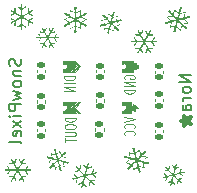
<source format=gbo>
G04 #@! TF.GenerationSoftware,KiCad,Pcbnew,9.0.0*
G04 #@! TF.CreationDate,2025-03-15T13:02:57+01:00*
G04 #@! TF.ProjectId,snowpixel,736e6f77-7069-4786-956c-2e6b69636164,rev?*
G04 #@! TF.SameCoordinates,Original*
G04 #@! TF.FileFunction,Legend,Bot*
G04 #@! TF.FilePolarity,Positive*
%FSLAX46Y46*%
G04 Gerber Fmt 4.6, Leading zero omitted, Abs format (unit mm)*
G04 Created by KiCad (PCBNEW 9.0.0) date 2025-03-15 13:02:57*
%MOMM*%
%LPD*%
G01*
G04 APERTURE LIST*
G04 Aperture macros list*
%AMRoundRect*
0 Rectangle with rounded corners*
0 $1 Rounding radius*
0 $2 $3 $4 $5 $6 $7 $8 $9 X,Y pos of 4 corners*
0 Add a 4 corners polygon primitive as box body*
4,1,4,$2,$3,$4,$5,$6,$7,$8,$9,$2,$3,0*
0 Add four circle primitives for the rounded corners*
1,1,$1+$1,$2,$3*
1,1,$1+$1,$4,$5*
1,1,$1+$1,$6,$7*
1,1,$1+$1,$8,$9*
0 Add four rect primitives between the rounded corners*
20,1,$1+$1,$2,$3,$4,$5,0*
20,1,$1+$1,$4,$5,$6,$7,0*
20,1,$1+$1,$6,$7,$8,$9,0*
20,1,$1+$1,$8,$9,$2,$3,0*%
%AMFreePoly0*
4,1,21,0.530354,0.450354,0.530500,0.450000,0.530500,-0.450000,0.530354,-0.450354,0.530000,-0.450500,0.440000,-0.450500,0.439646,-0.450354,0.439500,-0.450000,0.439500,-0.050500,0.350000,-0.050500,0.350000,-0.450000,-0.350000,-0.450000,-0.350000,0.450000,0.350000,0.450000,0.350000,0.050500,0.439500,0.050500,0.439500,0.450000,0.439646,0.450354,0.440000,0.450500,0.530000,0.450500,
0.530354,0.450354,0.530354,0.450354,$1*%
%AMFreePoly1*
4,1,13,0.040354,0.250354,0.040500,0.250000,0.040500,-0.300000,0.040354,-0.300354,0.040000,-0.300500,-0.050000,-0.300500,-0.050354,-0.300354,-0.050500,-0.300000,-0.050500,0.250000,-0.050354,0.250354,-0.050000,0.250500,0.040000,0.250500,0.040354,0.250354,0.040354,0.250354,$1*%
%AMFreePoly2*
4,1,13,0.050354,0.160354,0.050500,0.160000,0.050500,-0.140000,0.050354,-0.140354,0.050000,-0.140500,-0.040000,-0.140500,-0.040354,-0.140354,-0.040500,-0.140000,-0.040500,0.160000,-0.040354,0.160354,-0.040000,0.160500,0.050000,0.160500,0.050354,0.160354,0.050354,0.160354,$1*%
%AMFreePoly3*
4,1,23,0.350000,0.100060,0.649972,0.300042,0.650010,0.300049,0.650042,0.300028,0.650050,0.300000,0.650050,0.000050,0.950000,0.000050,0.950035,0.000035,0.950050,0.000000,0.950035,-0.000035,0.950028,-0.000042,0.500028,-0.300042,0.499990,-0.300049,0.499958,-0.300028,0.499950,-0.300000,0.499950,-0.050094,0.350028,-0.150042,0.350000,-0.150047,0.350000,-0.450000,-0.350000,-0.450000,
-0.350000,0.450000,0.350000,0.450000,0.350000,0.100060,0.350000,0.100060,$1*%
%AMFreePoly4*
4,1,18,0.750354,0.450354,0.750500,0.450000,0.750354,0.449646,0.300708,0.000000,0.750354,-0.449646,0.750500,-0.450000,0.750354,-0.450354,0.750000,-0.450500,0.000000,-0.450500,-0.000354,-0.450354,-0.000500,-0.450000,-0.300000,-0.450000,-0.300000,0.450000,-0.000500,0.450000,-0.000354,0.450354,0.000000,0.450500,0.750000,0.450500,0.750354,0.450354,0.750354,0.450354,$1*%
%AMFreePoly5*
4,1,17,0.550355,0.450146,0.550708,0.449999,0.550854,0.449645,0.550708,0.449292,0.101416,0.000000,0.550708,-0.449292,0.550854,-0.449646,0.550708,-0.450000,0.550355,-0.450146,0.350001,-0.450500,0.349646,-0.450354,-0.100354,-0.000354,-0.100500,0.000000,-0.100354,0.000354,0.349646,0.450354,0.350001,0.450500,0.550355,0.450146,0.550355,0.450146,$1*%
%AMFreePoly6*
4,1,16,0.275354,0.450354,0.725354,0.000354,0.725500,0.000000,0.725354,-0.000354,0.275354,-0.450354,0.275000,-0.450500,-0.125000,-0.450500,-0.125354,-0.450354,-0.125500,-0.450000,-0.275000,-0.450000,-0.275000,0.450000,-0.125500,0.450000,-0.125354,0.450354,-0.125000,0.450500,0.275000,0.450500,0.275354,0.450354,0.275354,0.450354,$1*%
%AMFreePoly7*
4,1,17,-0.299646,0.450354,0.150354,0.000354,0.150500,0.000000,0.150354,-0.000354,-0.299646,-0.450354,-0.300000,-0.450500,-0.500000,-0.450500,-0.500354,-0.450354,-0.500500,-0.450000,-0.500354,-0.449646,-0.050708,0.000000,-0.500354,0.449646,-0.500500,0.450000,-0.500354,0.450354,-0.500000,0.450500,-0.300000,0.450500,-0.299646,0.450354,-0.299646,0.450354,$1*%
G04 Aperture macros list end*
%ADD10C,0.001000*%
%ADD11C,0.100000*%
%ADD12C,0.000100*%
%ADD13C,0.120000*%
%ADD14C,0.180000*%
%ADD15C,0.300000*%
%ADD16C,0.000000*%
%ADD17RoundRect,0.140000X0.170000X-0.140000X0.170000X0.140000X-0.170000X0.140000X-0.170000X-0.140000X0*%
%ADD18C,0.900000*%
%ADD19FreePoly0,0.000000*%
%ADD20FreePoly1,0.000000*%
%ADD21FreePoly2,0.000000*%
%ADD22FreePoly0,270.000000*%
%ADD23FreePoly1,270.000000*%
%ADD24FreePoly2,270.000000*%
%ADD25FreePoly3,270.000000*%
%ADD26FreePoly4,90.000000*%
%ADD27FreePoly5,90.000000*%
%ADD28FreePoly0,90.000000*%
%ADD29FreePoly1,90.000000*%
%ADD30FreePoly2,90.000000*%
%ADD31FreePoly3,90.000000*%
%ADD32FreePoly3,0.000000*%
%ADD33FreePoly3,180.000000*%
%ADD34FreePoly6,270.000000*%
%ADD35FreePoly7,270.000000*%
%ADD36FreePoly6,0.000000*%
%ADD37FreePoly7,0.000000*%
%ADD38FreePoly4,180.000000*%
%ADD39FreePoly5,180.000000*%
%ADD40FreePoly0,180.000000*%
%ADD41FreePoly1,180.000000*%
%ADD42FreePoly2,180.000000*%
G04 APERTURE END LIST*
D10*
X116650000Y-57600000D02*
X116200000Y-58050000D01*
X116000000Y-58050000D01*
X116450000Y-57600000D01*
X116000000Y-57150000D01*
X116200000Y-57150000D01*
X116650000Y-57600000D01*
G36*
X116650000Y-57600000D02*
G01*
X116200000Y-58050000D01*
X116000000Y-58050000D01*
X116450000Y-57600000D01*
X116000000Y-57150000D01*
X116200000Y-57150000D01*
X116650000Y-57600000D01*
G37*
X116200000Y-61100000D02*
X116650000Y-61550000D01*
X116450000Y-61550000D01*
X116000000Y-61100000D01*
X116450000Y-60650000D01*
X116650000Y-60650000D01*
X116200000Y-61100000D01*
G36*
X116200000Y-61100000D02*
G01*
X116650000Y-61550000D01*
X116450000Y-61550000D01*
X116000000Y-61100000D01*
X116450000Y-60650000D01*
X116650000Y-60650000D01*
X116200000Y-61100000D01*
G37*
D11*
X120300000Y-60800000D02*
G75*
G02*
X120300000Y-61400000I0J-300000D01*
G01*
X120300000Y-57300000D02*
G75*
G02*
X120300000Y-57900000I0J-300000D01*
G01*
D12*
X121000000Y-60950000D02*
X121150000Y-61050000D01*
X121150000Y-60800000D01*
X121600000Y-61100000D01*
X121300000Y-61100000D01*
X121300000Y-61400000D01*
X121000000Y-61200000D01*
X121000000Y-61550000D01*
X120250000Y-61550000D01*
X120250000Y-61350000D01*
X120300000Y-61350000D01*
X120375000Y-61375000D01*
X120525000Y-61300000D01*
X120600000Y-61125000D01*
X120575000Y-60950000D01*
X120450000Y-60850000D01*
X120300000Y-60800000D01*
X120300000Y-60850000D01*
X120250000Y-60850000D01*
X120250000Y-60650000D01*
X121000000Y-60650000D01*
X121000000Y-60950000D01*
G36*
X121000000Y-60950000D02*
G01*
X121150000Y-61050000D01*
X121150000Y-60800000D01*
X121600000Y-61100000D01*
X121300000Y-61100000D01*
X121300000Y-61400000D01*
X121000000Y-61200000D01*
X121000000Y-61550000D01*
X120250000Y-61550000D01*
X120250000Y-61350000D01*
X120300000Y-61350000D01*
X120375000Y-61375000D01*
X120525000Y-61300000D01*
X120600000Y-61125000D01*
X120575000Y-60950000D01*
X120450000Y-60850000D01*
X120300000Y-60800000D01*
X120300000Y-60850000D01*
X120250000Y-60850000D01*
X120250000Y-60650000D01*
X121000000Y-60650000D01*
X121000000Y-60950000D01*
G37*
X121270000Y-57300000D02*
X121360000Y-57300000D01*
X121360000Y-57850000D01*
X121270000Y-57850000D01*
X121270000Y-57300000D01*
G36*
X121270000Y-57300000D02*
G01*
X121360000Y-57300000D01*
X121360000Y-57850000D01*
X121270000Y-57850000D01*
X121270000Y-57300000D01*
G37*
D11*
X115300000Y-60800000D02*
G75*
G02*
X115300000Y-61400000I0J-300000D01*
G01*
D10*
X115900000Y-61100000D02*
X116350000Y-61550000D01*
X115250000Y-61550000D01*
X115250000Y-61350000D01*
X115350000Y-61350000D01*
X115550000Y-61300000D01*
X115550000Y-60900000D01*
X115350000Y-60850000D01*
X115250000Y-60850000D01*
X115250000Y-60650000D01*
X116350000Y-60650000D01*
X115900000Y-61100000D01*
G36*
X115900000Y-61100000D02*
G01*
X116350000Y-61550000D01*
X115250000Y-61550000D01*
X115250000Y-61350000D01*
X115350000Y-61350000D01*
X115550000Y-61300000D01*
X115550000Y-60900000D01*
X115350000Y-60850000D01*
X115250000Y-60850000D01*
X115250000Y-60650000D01*
X116350000Y-60650000D01*
X115900000Y-61100000D01*
G37*
D12*
X121000000Y-57550000D02*
X121090000Y-57550000D01*
X121090000Y-57150000D01*
X121180000Y-57150000D01*
X121180000Y-58050000D01*
X121090000Y-58050000D01*
X121090000Y-57650000D01*
X121000000Y-57650000D01*
X121000000Y-58050000D01*
X120250000Y-58050000D01*
X120250000Y-57850000D01*
X120300000Y-57850000D01*
X120320000Y-57900000D01*
X120490000Y-57820000D01*
X120600000Y-57670000D01*
X120600000Y-57500000D01*
X120510000Y-57380000D01*
X120380000Y-57320000D01*
X120300000Y-57350000D01*
X120250000Y-57350000D01*
X120250000Y-57150000D01*
X121000000Y-57150000D01*
X121000000Y-57550000D01*
G36*
X121000000Y-57550000D02*
G01*
X121090000Y-57550000D01*
X121090000Y-57150000D01*
X121180000Y-57150000D01*
X121180000Y-58050000D01*
X121090000Y-58050000D01*
X121090000Y-57650000D01*
X121000000Y-57650000D01*
X121000000Y-58050000D01*
X120250000Y-58050000D01*
X120250000Y-57850000D01*
X120300000Y-57850000D01*
X120320000Y-57900000D01*
X120490000Y-57820000D01*
X120600000Y-57670000D01*
X120600000Y-57500000D01*
X120510000Y-57380000D01*
X120380000Y-57320000D01*
X120300000Y-57350000D01*
X120250000Y-57350000D01*
X120250000Y-57150000D01*
X121000000Y-57150000D01*
X121000000Y-57550000D01*
G37*
D11*
X115300000Y-57300000D02*
G75*
G02*
X115300000Y-57900000I0J-300000D01*
G01*
D10*
X116350000Y-57600000D02*
X115900000Y-58050000D01*
X115250000Y-58050000D01*
X115250000Y-57850000D01*
X115350000Y-57850000D01*
X115525000Y-57825000D01*
X115600000Y-57600000D01*
X115500000Y-57350000D01*
X115250000Y-57350000D01*
X115250000Y-57150000D01*
X115900000Y-57150000D01*
X116350000Y-57600000D01*
G36*
X116350000Y-57600000D02*
G01*
X115900000Y-58050000D01*
X115250000Y-58050000D01*
X115250000Y-57850000D01*
X115350000Y-57850000D01*
X115525000Y-57825000D01*
X115600000Y-57600000D01*
X115500000Y-57350000D01*
X115250000Y-57350000D01*
X115250000Y-57150000D01*
X115900000Y-57150000D01*
X116350000Y-57600000D01*
G37*
D12*
X121450000Y-57460000D02*
X121540000Y-57460000D01*
X121540000Y-57760000D01*
X121450000Y-57760000D01*
X121450000Y-57460000D01*
G36*
X121450000Y-57460000D02*
G01*
X121540000Y-57460000D01*
X121540000Y-57760000D01*
X121450000Y-57760000D01*
X121450000Y-57460000D01*
G37*
D13*
X120383617Y-61861089D02*
X121283617Y-62061089D01*
X121283617Y-62061089D02*
X120383617Y-62261089D01*
X121197902Y-62803947D02*
X121240760Y-62775375D01*
X121240760Y-62775375D02*
X121283617Y-62689661D01*
X121283617Y-62689661D02*
X121283617Y-62632518D01*
X121283617Y-62632518D02*
X121240760Y-62546804D01*
X121240760Y-62546804D02*
X121155045Y-62489661D01*
X121155045Y-62489661D02*
X121069331Y-62461090D01*
X121069331Y-62461090D02*
X120897902Y-62432518D01*
X120897902Y-62432518D02*
X120769331Y-62432518D01*
X120769331Y-62432518D02*
X120597902Y-62461090D01*
X120597902Y-62461090D02*
X120512188Y-62489661D01*
X120512188Y-62489661D02*
X120426474Y-62546804D01*
X120426474Y-62546804D02*
X120383617Y-62632518D01*
X120383617Y-62632518D02*
X120383617Y-62689661D01*
X120383617Y-62689661D02*
X120426474Y-62775375D01*
X120426474Y-62775375D02*
X120469331Y-62803947D01*
X121197902Y-63403947D02*
X121240760Y-63375375D01*
X121240760Y-63375375D02*
X121283617Y-63289661D01*
X121283617Y-63289661D02*
X121283617Y-63232518D01*
X121283617Y-63232518D02*
X121240760Y-63146804D01*
X121240760Y-63146804D02*
X121155045Y-63089661D01*
X121155045Y-63089661D02*
X121069331Y-63061090D01*
X121069331Y-63061090D02*
X120897902Y-63032518D01*
X120897902Y-63032518D02*
X120769331Y-63032518D01*
X120769331Y-63032518D02*
X120597902Y-63061090D01*
X120597902Y-63061090D02*
X120512188Y-63089661D01*
X120512188Y-63089661D02*
X120426474Y-63146804D01*
X120426474Y-63146804D02*
X120383617Y-63232518D01*
X120383617Y-63232518D02*
X120383617Y-63289661D01*
X120383617Y-63289661D02*
X120426474Y-63375375D01*
X120426474Y-63375375D02*
X120469331Y-63403947D01*
X116233617Y-58421804D02*
X115333617Y-58421804D01*
X115333617Y-58421804D02*
X115333617Y-58564661D01*
X115333617Y-58564661D02*
X115376474Y-58650375D01*
X115376474Y-58650375D02*
X115462188Y-58707518D01*
X115462188Y-58707518D02*
X115547902Y-58736089D01*
X115547902Y-58736089D02*
X115719331Y-58764661D01*
X115719331Y-58764661D02*
X115847902Y-58764661D01*
X115847902Y-58764661D02*
X116019331Y-58736089D01*
X116019331Y-58736089D02*
X116105045Y-58707518D01*
X116105045Y-58707518D02*
X116190760Y-58650375D01*
X116190760Y-58650375D02*
X116233617Y-58564661D01*
X116233617Y-58564661D02*
X116233617Y-58421804D01*
X116233617Y-59021804D02*
X115333617Y-59021804D01*
X116233617Y-59307518D02*
X115333617Y-59307518D01*
X115333617Y-59307518D02*
X116233617Y-59650375D01*
X116233617Y-59650375D02*
X115333617Y-59650375D01*
D14*
X126028259Y-58310000D02*
X125028259Y-58310000D01*
X125028259Y-58310000D02*
X126028259Y-58881428D01*
X126028259Y-58881428D02*
X125028259Y-58881428D01*
X126028259Y-59500476D02*
X125980640Y-59405238D01*
X125980640Y-59405238D02*
X125933020Y-59357619D01*
X125933020Y-59357619D02*
X125837782Y-59310000D01*
X125837782Y-59310000D02*
X125552068Y-59310000D01*
X125552068Y-59310000D02*
X125456830Y-59357619D01*
X125456830Y-59357619D02*
X125409211Y-59405238D01*
X125409211Y-59405238D02*
X125361592Y-59500476D01*
X125361592Y-59500476D02*
X125361592Y-59643333D01*
X125361592Y-59643333D02*
X125409211Y-59738571D01*
X125409211Y-59738571D02*
X125456830Y-59786190D01*
X125456830Y-59786190D02*
X125552068Y-59833809D01*
X125552068Y-59833809D02*
X125837782Y-59833809D01*
X125837782Y-59833809D02*
X125933020Y-59786190D01*
X125933020Y-59786190D02*
X125980640Y-59738571D01*
X125980640Y-59738571D02*
X126028259Y-59643333D01*
X126028259Y-59643333D02*
X126028259Y-59500476D01*
X126028259Y-60262381D02*
X125361592Y-60262381D01*
X125552068Y-60262381D02*
X125456830Y-60310000D01*
X125456830Y-60310000D02*
X125409211Y-60357619D01*
X125409211Y-60357619D02*
X125361592Y-60452857D01*
X125361592Y-60452857D02*
X125361592Y-60548095D01*
X126028259Y-61310000D02*
X125504449Y-61310000D01*
X125504449Y-61310000D02*
X125409211Y-61262381D01*
X125409211Y-61262381D02*
X125361592Y-61167143D01*
X125361592Y-61167143D02*
X125361592Y-60976667D01*
X125361592Y-60976667D02*
X125409211Y-60881429D01*
X125980640Y-61310000D02*
X126028259Y-61214762D01*
X126028259Y-61214762D02*
X126028259Y-60976667D01*
X126028259Y-60976667D02*
X125980640Y-60881429D01*
X125980640Y-60881429D02*
X125885401Y-60833810D01*
X125885401Y-60833810D02*
X125790163Y-60833810D01*
X125790163Y-60833810D02*
X125694925Y-60881429D01*
X125694925Y-60881429D02*
X125647306Y-60976667D01*
X125647306Y-60976667D02*
X125647306Y-61214762D01*
X125647306Y-61214762D02*
X125599687Y-61310000D01*
D13*
X120426474Y-58636089D02*
X120383617Y-58578947D01*
X120383617Y-58578947D02*
X120383617Y-58493232D01*
X120383617Y-58493232D02*
X120426474Y-58407518D01*
X120426474Y-58407518D02*
X120512188Y-58350375D01*
X120512188Y-58350375D02*
X120597902Y-58321804D01*
X120597902Y-58321804D02*
X120769331Y-58293232D01*
X120769331Y-58293232D02*
X120897902Y-58293232D01*
X120897902Y-58293232D02*
X121069331Y-58321804D01*
X121069331Y-58321804D02*
X121155045Y-58350375D01*
X121155045Y-58350375D02*
X121240760Y-58407518D01*
X121240760Y-58407518D02*
X121283617Y-58493232D01*
X121283617Y-58493232D02*
X121283617Y-58550375D01*
X121283617Y-58550375D02*
X121240760Y-58636089D01*
X121240760Y-58636089D02*
X121197902Y-58664661D01*
X121197902Y-58664661D02*
X120897902Y-58664661D01*
X120897902Y-58664661D02*
X120897902Y-58550375D01*
X121283617Y-58921804D02*
X120383617Y-58921804D01*
X120383617Y-58921804D02*
X121283617Y-59264661D01*
X121283617Y-59264661D02*
X120383617Y-59264661D01*
X121283617Y-59550375D02*
X120383617Y-59550375D01*
X120383617Y-59550375D02*
X120383617Y-59693232D01*
X120383617Y-59693232D02*
X120426474Y-59778946D01*
X120426474Y-59778946D02*
X120512188Y-59836089D01*
X120512188Y-59836089D02*
X120597902Y-59864660D01*
X120597902Y-59864660D02*
X120769331Y-59893232D01*
X120769331Y-59893232D02*
X120897902Y-59893232D01*
X120897902Y-59893232D02*
X121069331Y-59864660D01*
X121069331Y-59864660D02*
X121155045Y-59836089D01*
X121155045Y-59836089D02*
X121240760Y-59778946D01*
X121240760Y-59778946D02*
X121283617Y-59693232D01*
X121283617Y-59693232D02*
X121283617Y-59550375D01*
D15*
X125191542Y-62193082D02*
X126048685Y-62478796D01*
X126048685Y-62478796D02*
X125477257Y-61764510D01*
X125477257Y-61764510D02*
X125477257Y-62621653D01*
X125477257Y-62621653D02*
X126048685Y-61907368D01*
X126048685Y-61907368D02*
X125191542Y-62193082D01*
D13*
X116283617Y-61921804D02*
X115383617Y-61921804D01*
X115383617Y-61921804D02*
X115383617Y-62064661D01*
X115383617Y-62064661D02*
X115426474Y-62150375D01*
X115426474Y-62150375D02*
X115512188Y-62207518D01*
X115512188Y-62207518D02*
X115597902Y-62236089D01*
X115597902Y-62236089D02*
X115769331Y-62264661D01*
X115769331Y-62264661D02*
X115897902Y-62264661D01*
X115897902Y-62264661D02*
X116069331Y-62236089D01*
X116069331Y-62236089D02*
X116155045Y-62207518D01*
X116155045Y-62207518D02*
X116240760Y-62150375D01*
X116240760Y-62150375D02*
X116283617Y-62064661D01*
X116283617Y-62064661D02*
X116283617Y-61921804D01*
X115383617Y-62636089D02*
X115383617Y-62750375D01*
X115383617Y-62750375D02*
X115426474Y-62807518D01*
X115426474Y-62807518D02*
X115512188Y-62864661D01*
X115512188Y-62864661D02*
X115683617Y-62893232D01*
X115683617Y-62893232D02*
X115983617Y-62893232D01*
X115983617Y-62893232D02*
X116155045Y-62864661D01*
X116155045Y-62864661D02*
X116240760Y-62807518D01*
X116240760Y-62807518D02*
X116283617Y-62750375D01*
X116283617Y-62750375D02*
X116283617Y-62636089D01*
X116283617Y-62636089D02*
X116240760Y-62578947D01*
X116240760Y-62578947D02*
X116155045Y-62521804D01*
X116155045Y-62521804D02*
X115983617Y-62493232D01*
X115983617Y-62493232D02*
X115683617Y-62493232D01*
X115683617Y-62493232D02*
X115512188Y-62521804D01*
X115512188Y-62521804D02*
X115426474Y-62578947D01*
X115426474Y-62578947D02*
X115383617Y-62636089D01*
X115383617Y-63150375D02*
X116112188Y-63150375D01*
X116112188Y-63150375D02*
X116197902Y-63178946D01*
X116197902Y-63178946D02*
X116240760Y-63207518D01*
X116240760Y-63207518D02*
X116283617Y-63264660D01*
X116283617Y-63264660D02*
X116283617Y-63378946D01*
X116283617Y-63378946D02*
X116240760Y-63436089D01*
X116240760Y-63436089D02*
X116197902Y-63464660D01*
X116197902Y-63464660D02*
X116112188Y-63493232D01*
X116112188Y-63493232D02*
X115383617Y-63493232D01*
X115383617Y-63693231D02*
X115383617Y-64036089D01*
X116283617Y-63864660D02*
X115383617Y-63864660D01*
D14*
X111620640Y-56952381D02*
X111668259Y-57095238D01*
X111668259Y-57095238D02*
X111668259Y-57333333D01*
X111668259Y-57333333D02*
X111620640Y-57428571D01*
X111620640Y-57428571D02*
X111573020Y-57476190D01*
X111573020Y-57476190D02*
X111477782Y-57523809D01*
X111477782Y-57523809D02*
X111382544Y-57523809D01*
X111382544Y-57523809D02*
X111287306Y-57476190D01*
X111287306Y-57476190D02*
X111239687Y-57428571D01*
X111239687Y-57428571D02*
X111192068Y-57333333D01*
X111192068Y-57333333D02*
X111144449Y-57142857D01*
X111144449Y-57142857D02*
X111096830Y-57047619D01*
X111096830Y-57047619D02*
X111049211Y-57000000D01*
X111049211Y-57000000D02*
X110953973Y-56952381D01*
X110953973Y-56952381D02*
X110858735Y-56952381D01*
X110858735Y-56952381D02*
X110763497Y-57000000D01*
X110763497Y-57000000D02*
X110715878Y-57047619D01*
X110715878Y-57047619D02*
X110668259Y-57142857D01*
X110668259Y-57142857D02*
X110668259Y-57380952D01*
X110668259Y-57380952D02*
X110715878Y-57523809D01*
X111001592Y-57952381D02*
X111668259Y-57952381D01*
X111096830Y-57952381D02*
X111049211Y-58000000D01*
X111049211Y-58000000D02*
X111001592Y-58095238D01*
X111001592Y-58095238D02*
X111001592Y-58238095D01*
X111001592Y-58238095D02*
X111049211Y-58333333D01*
X111049211Y-58333333D02*
X111144449Y-58380952D01*
X111144449Y-58380952D02*
X111668259Y-58380952D01*
X111668259Y-59000000D02*
X111620640Y-58904762D01*
X111620640Y-58904762D02*
X111573020Y-58857143D01*
X111573020Y-58857143D02*
X111477782Y-58809524D01*
X111477782Y-58809524D02*
X111192068Y-58809524D01*
X111192068Y-58809524D02*
X111096830Y-58857143D01*
X111096830Y-58857143D02*
X111049211Y-58904762D01*
X111049211Y-58904762D02*
X111001592Y-59000000D01*
X111001592Y-59000000D02*
X111001592Y-59142857D01*
X111001592Y-59142857D02*
X111049211Y-59238095D01*
X111049211Y-59238095D02*
X111096830Y-59285714D01*
X111096830Y-59285714D02*
X111192068Y-59333333D01*
X111192068Y-59333333D02*
X111477782Y-59333333D01*
X111477782Y-59333333D02*
X111573020Y-59285714D01*
X111573020Y-59285714D02*
X111620640Y-59238095D01*
X111620640Y-59238095D02*
X111668259Y-59142857D01*
X111668259Y-59142857D02*
X111668259Y-59000000D01*
X111001592Y-59666667D02*
X111668259Y-59857143D01*
X111668259Y-59857143D02*
X111192068Y-60047619D01*
X111192068Y-60047619D02*
X111668259Y-60238095D01*
X111668259Y-60238095D02*
X111001592Y-60428571D01*
X111668259Y-60809524D02*
X110668259Y-60809524D01*
X110668259Y-60809524D02*
X110668259Y-61190476D01*
X110668259Y-61190476D02*
X110715878Y-61285714D01*
X110715878Y-61285714D02*
X110763497Y-61333333D01*
X110763497Y-61333333D02*
X110858735Y-61380952D01*
X110858735Y-61380952D02*
X111001592Y-61380952D01*
X111001592Y-61380952D02*
X111096830Y-61333333D01*
X111096830Y-61333333D02*
X111144449Y-61285714D01*
X111144449Y-61285714D02*
X111192068Y-61190476D01*
X111192068Y-61190476D02*
X111192068Y-60809524D01*
X111668259Y-61809524D02*
X111001592Y-61809524D01*
X110668259Y-61809524D02*
X110715878Y-61761905D01*
X110715878Y-61761905D02*
X110763497Y-61809524D01*
X110763497Y-61809524D02*
X110715878Y-61857143D01*
X110715878Y-61857143D02*
X110668259Y-61809524D01*
X110668259Y-61809524D02*
X110763497Y-61809524D01*
X111668259Y-62190476D02*
X111001592Y-62714285D01*
X111001592Y-62190476D02*
X111668259Y-62714285D01*
X111620640Y-63476190D02*
X111668259Y-63380952D01*
X111668259Y-63380952D02*
X111668259Y-63190476D01*
X111668259Y-63190476D02*
X111620640Y-63095238D01*
X111620640Y-63095238D02*
X111525401Y-63047619D01*
X111525401Y-63047619D02*
X111144449Y-63047619D01*
X111144449Y-63047619D02*
X111049211Y-63095238D01*
X111049211Y-63095238D02*
X111001592Y-63190476D01*
X111001592Y-63190476D02*
X111001592Y-63380952D01*
X111001592Y-63380952D02*
X111049211Y-63476190D01*
X111049211Y-63476190D02*
X111144449Y-63523809D01*
X111144449Y-63523809D02*
X111239687Y-63523809D01*
X111239687Y-63523809D02*
X111334925Y-63047619D01*
X111668259Y-64095238D02*
X111620640Y-64000000D01*
X111620640Y-64000000D02*
X111525401Y-63952381D01*
X111525401Y-63952381D02*
X110668259Y-63952381D01*
D13*
X123710000Y-60342164D02*
X123710000Y-60557836D01*
X122990000Y-60342164D02*
X122990000Y-60557836D01*
X122990000Y-62942164D02*
X122990000Y-63157836D01*
X123710000Y-62942164D02*
X123710000Y-63157836D01*
D16*
G36*
X114605287Y-64600066D02*
G01*
X114608545Y-64601125D01*
X114611164Y-64603086D01*
X114611322Y-64603271D01*
X114611890Y-64604305D01*
X114612580Y-64606115D01*
X114613415Y-64608824D01*
X114614425Y-64612552D01*
X114615632Y-64617423D01*
X114617066Y-64623559D01*
X114618750Y-64631082D01*
X114620711Y-64640115D01*
X114622976Y-64650778D01*
X114625570Y-64663197D01*
X114628519Y-64677491D01*
X114631850Y-64693784D01*
X114635588Y-64712198D01*
X114639759Y-64732854D01*
X114644390Y-64755877D01*
X114649507Y-64781387D01*
X114655136Y-64809507D01*
X114695743Y-65012563D01*
X114740895Y-64968613D01*
X114747622Y-64962055D01*
X114758303Y-64951608D01*
X114770354Y-64939793D01*
X114783422Y-64926954D01*
X114797160Y-64913435D01*
X114811216Y-64899583D01*
X114825239Y-64885741D01*
X114838881Y-64872253D01*
X114851790Y-64859465D01*
X114862825Y-64848533D01*
X114875757Y-64835749D01*
X114888855Y-64822825D01*
X114901813Y-64810063D01*
X114914326Y-64797764D01*
X114926088Y-64786227D01*
X114936793Y-64775752D01*
X114946135Y-64766642D01*
X114953810Y-64759196D01*
X114990088Y-64724124D01*
X115044591Y-64922150D01*
X115051238Y-64946278D01*
X115058768Y-64973545D01*
X115065611Y-64998241D01*
X115071785Y-65020428D01*
X115077307Y-65040172D01*
X115082196Y-65057538D01*
X115086472Y-65072589D01*
X115090152Y-65085392D01*
X115093255Y-65096009D01*
X115095800Y-65104506D01*
X115097804Y-65110948D01*
X115099288Y-65115398D01*
X115100267Y-65117924D01*
X115100762Y-65118585D01*
X115100789Y-65118559D01*
X115102060Y-65117161D01*
X115105065Y-65113808D01*
X115109703Y-65108616D01*
X115115869Y-65101702D01*
X115123460Y-65093182D01*
X115132372Y-65083171D01*
X115142501Y-65071788D01*
X115153744Y-65059147D01*
X115165998Y-65045366D01*
X115179160Y-65030561D01*
X115193123Y-65014849D01*
X115207788Y-64998344D01*
X115223048Y-64981165D01*
X115238801Y-64963426D01*
X115375171Y-64809856D01*
X115379885Y-64809157D01*
X115379947Y-64809148D01*
X115384584Y-64809309D01*
X115389128Y-64810635D01*
X115391562Y-64811942D01*
X115394493Y-64814012D01*
X115397536Y-64816853D01*
X115400965Y-64820784D01*
X115405051Y-64826122D01*
X115410069Y-64833184D01*
X115416290Y-64842291D01*
X115420929Y-64849089D01*
X115425437Y-64855562D01*
X115429314Y-64860991D01*
X115432255Y-64864955D01*
X115433959Y-64867025D01*
X115433983Y-64867049D01*
X115436095Y-64868775D01*
X115440095Y-64871736D01*
X115445568Y-64875635D01*
X115452093Y-64880172D01*
X115459252Y-64885051D01*
X115464698Y-64888765D01*
X115473566Y-64895077D01*
X115480373Y-64900389D01*
X115485362Y-64904933D01*
X115488777Y-64908947D01*
X115490864Y-64912662D01*
X115491866Y-64916314D01*
X115491876Y-64920214D01*
X115490922Y-64924057D01*
X115490729Y-64924326D01*
X115488762Y-64926359D01*
X115484734Y-64930197D01*
X115478673Y-64935817D01*
X115470604Y-64943195D01*
X115460553Y-64952309D01*
X115448545Y-64963133D01*
X115434606Y-64975646D01*
X115418764Y-64989823D01*
X115401043Y-65005643D01*
X115381469Y-65023081D01*
X115360068Y-65042115D01*
X115336866Y-65062719D01*
X115336146Y-65063358D01*
X115318490Y-65079033D01*
X115301400Y-65094216D01*
X115284992Y-65108804D01*
X115269384Y-65122690D01*
X115254692Y-65135772D01*
X115241032Y-65147946D01*
X115228523Y-65159106D01*
X115217280Y-65169149D01*
X115207419Y-65177970D01*
X115199059Y-65185466D01*
X115192315Y-65191531D01*
X115187305Y-65196061D01*
X115184146Y-65198954D01*
X115182953Y-65200104D01*
X115182947Y-65200260D01*
X115183611Y-65200774D01*
X115185306Y-65201541D01*
X115188143Y-65202592D01*
X115192231Y-65203959D01*
X115197682Y-65205674D01*
X115204606Y-65207769D01*
X115213114Y-65210273D01*
X115223316Y-65213222D01*
X115235321Y-65216645D01*
X115249241Y-65220575D01*
X115265186Y-65225043D01*
X115283266Y-65230081D01*
X115303592Y-65235721D01*
X115326274Y-65241995D01*
X115351423Y-65248933D01*
X115379148Y-65256570D01*
X115576791Y-65310965D01*
X115541260Y-65347699D01*
X115535050Y-65354100D01*
X115526075Y-65363308D01*
X115515696Y-65373919D01*
X115504219Y-65385624D01*
X115491948Y-65398111D01*
X115479188Y-65411071D01*
X115466244Y-65424194D01*
X115453422Y-65437168D01*
X115441025Y-65449685D01*
X115432311Y-65458480D01*
X115419028Y-65471908D01*
X115405275Y-65485836D01*
X115391401Y-65499909D01*
X115377751Y-65513775D01*
X115364675Y-65527080D01*
X115352520Y-65539470D01*
X115341634Y-65550593D01*
X115332364Y-65560095D01*
X115288408Y-65605253D01*
X115418478Y-65630737D01*
X115444686Y-65635871D01*
X115474838Y-65641775D01*
X115502460Y-65647184D01*
X115527663Y-65652121D01*
X115550560Y-65656607D01*
X115571261Y-65660668D01*
X115589879Y-65664326D01*
X115606526Y-65667604D01*
X115621313Y-65670528D01*
X115634352Y-65673117D01*
X115645755Y-65675397D01*
X115655634Y-65677392D01*
X115664101Y-65679123D01*
X115671266Y-65680616D01*
X115677243Y-65681891D01*
X115682142Y-65682974D01*
X115686077Y-65683888D01*
X115689157Y-65684656D01*
X115691496Y-65685300D01*
X115693204Y-65685845D01*
X115694394Y-65686314D01*
X115695179Y-65686730D01*
X115695667Y-65687117D01*
X115695973Y-65687497D01*
X115696208Y-65687894D01*
X115696484Y-65688332D01*
X115696912Y-65688834D01*
X115696975Y-65688899D01*
X115699215Y-65691650D01*
X115700597Y-65694765D01*
X115701066Y-65698547D01*
X115700563Y-65703301D01*
X115699034Y-65709328D01*
X115696421Y-65716931D01*
X115692668Y-65726415D01*
X115687716Y-65738082D01*
X115675308Y-65766741D01*
X115672302Y-65798117D01*
X115671186Y-65808773D01*
X115670020Y-65818104D01*
X115668864Y-65825669D01*
X115667769Y-65831128D01*
X115666788Y-65834144D01*
X115663391Y-65839402D01*
X115659051Y-65843323D01*
X115654494Y-65844491D01*
X115654397Y-65844479D01*
X115652264Y-65843898D01*
X115647660Y-65842490D01*
X115640735Y-65840305D01*
X115631637Y-65837390D01*
X115620515Y-65833793D01*
X115607519Y-65829564D01*
X115592796Y-65824752D01*
X115576495Y-65819405D01*
X115558766Y-65813572D01*
X115539756Y-65807301D01*
X115519614Y-65800641D01*
X115498490Y-65793642D01*
X115476531Y-65786350D01*
X115453888Y-65778817D01*
X115257202Y-65713312D01*
X115258435Y-65718370D01*
X115258865Y-65720021D01*
X115259994Y-65724261D01*
X115261767Y-65730893D01*
X115264143Y-65739760D01*
X115267082Y-65750711D01*
X115270540Y-65763586D01*
X115274478Y-65778233D01*
X115278851Y-65794497D01*
X115283620Y-65812222D01*
X115288742Y-65831253D01*
X115294175Y-65851434D01*
X115299880Y-65872611D01*
X115305811Y-65894629D01*
X115311930Y-65917332D01*
X115317728Y-65938864D01*
X115323622Y-65960774D01*
X115329269Y-65981800D01*
X115334631Y-66001792D01*
X115339666Y-66020599D01*
X115344336Y-66038070D01*
X115348599Y-66054057D01*
X115352416Y-66068407D01*
X115355746Y-66080970D01*
X115358550Y-66091598D01*
X115360789Y-66100139D01*
X115362421Y-66106442D01*
X115363407Y-66110358D01*
X115363706Y-66111736D01*
X115363673Y-66111737D01*
X115361944Y-66111353D01*
X115357691Y-66110300D01*
X115351063Y-66108616D01*
X115342209Y-66106342D01*
X115331277Y-66103516D01*
X115318416Y-66100176D01*
X115303775Y-66096361D01*
X115287502Y-66092110D01*
X115269745Y-66087462D01*
X115250654Y-66082456D01*
X115230376Y-66077129D01*
X115209061Y-66071522D01*
X115186856Y-66065673D01*
X115163912Y-66059619D01*
X115160787Y-66058794D01*
X115137931Y-66052766D01*
X115115837Y-66046945D01*
X115094650Y-66041373D01*
X115074521Y-66036084D01*
X115055596Y-66031121D01*
X115038027Y-66026521D01*
X115021961Y-66022324D01*
X115007546Y-66018566D01*
X114994932Y-66015289D01*
X114984267Y-66012530D01*
X114975699Y-66010329D01*
X114969377Y-66008724D01*
X114965449Y-66007753D01*
X114964066Y-66007457D01*
X114964068Y-66007503D01*
X114964582Y-66009282D01*
X114965924Y-66013532D01*
X114968044Y-66020108D01*
X114970895Y-66028864D01*
X114974430Y-66039656D01*
X114978598Y-66052337D01*
X114983354Y-66066762D01*
X114988649Y-66082786D01*
X114994434Y-66100263D01*
X115000663Y-66119049D01*
X115007287Y-66138997D01*
X115014257Y-66159962D01*
X115021526Y-66181800D01*
X115029046Y-66204363D01*
X115030115Y-66207565D01*
X115037622Y-66230112D01*
X115044874Y-66251957D01*
X115051825Y-66272951D01*
X115058425Y-66292943D01*
X115064626Y-66311787D01*
X115070378Y-66329333D01*
X115075636Y-66345430D01*
X115080346Y-66359931D01*
X115084465Y-66372686D01*
X115087940Y-66383546D01*
X115090725Y-66392363D01*
X115092770Y-66398987D01*
X115094027Y-66403268D01*
X115094448Y-66405059D01*
X115094072Y-66407779D01*
X115092548Y-66410310D01*
X115089233Y-66413169D01*
X115089067Y-66413296D01*
X115086495Y-66415127D01*
X115083926Y-66416592D01*
X115080964Y-66417773D01*
X115077210Y-66418760D01*
X115072270Y-66419638D01*
X115065745Y-66420491D01*
X115057240Y-66421407D01*
X115046356Y-66422472D01*
X115016749Y-66425305D01*
X114988086Y-66437714D01*
X114987768Y-66437853D01*
X114976158Y-66442773D01*
X114966724Y-66446498D01*
X114959163Y-66449084D01*
X114953171Y-66450587D01*
X114948446Y-66451065D01*
X114944683Y-66450574D01*
X114941580Y-66449170D01*
X114938835Y-66446911D01*
X114938518Y-66446621D01*
X114938050Y-66446277D01*
X114937630Y-66446000D01*
X114937232Y-66445678D01*
X114936834Y-66445202D01*
X114936412Y-66444456D01*
X114935944Y-66443330D01*
X114935405Y-66441712D01*
X114934773Y-66439491D01*
X114934023Y-66436552D01*
X114933134Y-66432784D01*
X114932081Y-66428077D01*
X114930840Y-66422318D01*
X114929389Y-66415394D01*
X114927703Y-66407194D01*
X114925762Y-66397606D01*
X114923539Y-66386518D01*
X114921012Y-66373817D01*
X114918158Y-66359392D01*
X114914953Y-66343131D01*
X114911375Y-66324921D01*
X114907398Y-66304651D01*
X114903001Y-66282209D01*
X114898160Y-66257483D01*
X114892851Y-66230360D01*
X114887051Y-66200730D01*
X114880737Y-66168478D01*
X114855264Y-66038397D01*
X114810101Y-66082359D01*
X114803730Y-66088569D01*
X114793071Y-66098993D01*
X114781034Y-66110793D01*
X114767973Y-66123622D01*
X114754243Y-66137132D01*
X114740195Y-66150974D01*
X114726185Y-66164802D01*
X114712563Y-66178268D01*
X114699685Y-66191025D01*
X114689250Y-66201362D01*
X114676329Y-66214136D01*
X114663209Y-66227081D01*
X114650202Y-66239891D01*
X114637616Y-66252262D01*
X114625764Y-66263890D01*
X114614953Y-66274468D01*
X114605497Y-66283692D01*
X114597703Y-66291256D01*
X114560972Y-66326783D01*
X114506578Y-66129141D01*
X114500736Y-66107933D01*
X114492811Y-66079239D01*
X114485589Y-66053191D01*
X114479064Y-66029764D01*
X114473229Y-66008932D01*
X114468075Y-65990667D01*
X114463597Y-65974945D01*
X114459785Y-65961740D01*
X114456632Y-65951024D01*
X114454131Y-65942774D01*
X114452275Y-65936960D01*
X114451056Y-65933558D01*
X114450467Y-65932542D01*
X114450446Y-65932558D01*
X114449202Y-65933856D01*
X114446223Y-65937114D01*
X114441612Y-65942214D01*
X114435472Y-65949041D01*
X114427908Y-65957479D01*
X114419023Y-65967412D01*
X114408920Y-65978723D01*
X114397704Y-65991295D01*
X114385478Y-66005015D01*
X114372345Y-66019764D01*
X114358409Y-66035428D01*
X114343775Y-66051889D01*
X114328545Y-66069032D01*
X114312823Y-66086740D01*
X114300505Y-66100621D01*
X114282813Y-66120562D01*
X114266823Y-66138580D01*
X114252444Y-66154772D01*
X114239584Y-66169231D01*
X114228154Y-66182053D01*
X114218060Y-66193333D01*
X114209211Y-66203166D01*
X114201517Y-66211647D01*
X114194884Y-66218871D01*
X114189222Y-66224933D01*
X114184439Y-66229930D01*
X114180445Y-66233954D01*
X114177146Y-66237101D01*
X114174452Y-66239467D01*
X114172271Y-66241146D01*
X114170513Y-66242234D01*
X114169084Y-66242825D01*
X114167894Y-66243015D01*
X114166852Y-66242899D01*
X114165864Y-66242572D01*
X114164841Y-66242129D01*
X114163692Y-66241664D01*
X114161554Y-66240758D01*
X114158409Y-66238805D01*
X114155060Y-66235870D01*
X114151260Y-66231672D01*
X114146764Y-66225929D01*
X114141325Y-66218363D01*
X114134694Y-66208692D01*
X114130055Y-66201894D01*
X114125548Y-66195422D01*
X114121671Y-66189992D01*
X114118729Y-66186029D01*
X114117026Y-66183958D01*
X114117001Y-66183934D01*
X114114890Y-66182209D01*
X114110890Y-66179247D01*
X114105419Y-66175347D01*
X114098896Y-66170807D01*
X114091739Y-66165927D01*
X114087660Y-66163155D01*
X114078471Y-66156726D01*
X114071367Y-66151373D01*
X114066113Y-66146860D01*
X114062477Y-66142950D01*
X114060227Y-66139403D01*
X114059130Y-66135985D01*
X114058953Y-66132456D01*
X114058975Y-66132116D01*
X114060119Y-66126871D01*
X114063084Y-66122711D01*
X114064177Y-66121701D01*
X114067297Y-66118883D01*
X114072279Y-66114414D01*
X114079003Y-66108403D01*
X114087348Y-66100956D01*
X114097191Y-66092183D01*
X114108414Y-66082190D01*
X114120893Y-66071084D01*
X114134510Y-66058972D01*
X114149143Y-66045964D01*
X114164671Y-66032166D01*
X114180974Y-66017686D01*
X114197932Y-66002631D01*
X114215421Y-65987108D01*
X114230174Y-65974016D01*
X114247201Y-65958901D01*
X114263585Y-65944351D01*
X114279207Y-65930474D01*
X114293947Y-65917376D01*
X114307684Y-65905165D01*
X114320296Y-65893947D01*
X114331668Y-65883828D01*
X114334710Y-65881119D01*
X114494688Y-65881119D01*
X114540972Y-66050443D01*
X114541153Y-66051102D01*
X114546925Y-66072209D01*
X114552499Y-66092579D01*
X114557831Y-66112049D01*
X114562874Y-66130455D01*
X114567587Y-66147636D01*
X114571923Y-66163430D01*
X114575838Y-66177674D01*
X114579288Y-66190206D01*
X114582226Y-66200863D01*
X114584610Y-66209484D01*
X114586395Y-66215904D01*
X114587535Y-66219964D01*
X114587987Y-66221499D01*
X114587999Y-66221519D01*
X114588514Y-66221371D01*
X114589785Y-66220432D01*
X114591896Y-66218617D01*
X114594934Y-66215842D01*
X114598985Y-66212023D01*
X114604135Y-66207073D01*
X114610471Y-66200910D01*
X114618080Y-66193449D01*
X114627046Y-66184603D01*
X114637457Y-66174290D01*
X114649399Y-66162424D01*
X114662959Y-66148921D01*
X114678222Y-66133697D01*
X114695274Y-66116667D01*
X114714203Y-66097744D01*
X114839690Y-65972257D01*
X114793950Y-65800912D01*
X114793355Y-65798686D01*
X114787699Y-65777496D01*
X114782244Y-65757064D01*
X114777034Y-65737551D01*
X114772113Y-65719120D01*
X114767522Y-65701929D01*
X114763306Y-65686141D01*
X114759507Y-65671916D01*
X114756168Y-65659416D01*
X114753331Y-65648800D01*
X114751042Y-65640232D01*
X114749341Y-65633870D01*
X114748272Y-65629877D01*
X114747878Y-65628414D01*
X114747837Y-65628420D01*
X114746484Y-65629597D01*
X114743306Y-65632612D01*
X114738420Y-65637351D01*
X114731940Y-65643698D01*
X114723984Y-65651539D01*
X114714668Y-65660758D01*
X114704106Y-65671239D01*
X114692418Y-65682868D01*
X114679717Y-65695529D01*
X114666121Y-65709107D01*
X114651744Y-65723486D01*
X114636705Y-65738553D01*
X114621117Y-65754190D01*
X114494688Y-65881119D01*
X114334710Y-65881119D01*
X114341676Y-65874917D01*
X114350200Y-65867319D01*
X114357122Y-65861141D01*
X114362321Y-65856490D01*
X114365676Y-65853474D01*
X114367068Y-65852197D01*
X114370175Y-65849095D01*
X114172154Y-65794587D01*
X113974133Y-65740080D01*
X114000301Y-65713012D01*
X114079469Y-65713012D01*
X114079710Y-65713093D01*
X114082151Y-65713806D01*
X114087007Y-65715174D01*
X114094083Y-65717146D01*
X114103183Y-65719667D01*
X114114110Y-65722684D01*
X114126667Y-65726143D01*
X114140660Y-65729990D01*
X114155892Y-65734173D01*
X114172166Y-65738637D01*
X114189286Y-65743328D01*
X114207057Y-65748193D01*
X114225281Y-65753179D01*
X114243763Y-65758233D01*
X114262307Y-65763299D01*
X114280715Y-65768324D01*
X114298794Y-65773256D01*
X114316344Y-65778040D01*
X114333172Y-65782624D01*
X114349081Y-65786953D01*
X114363873Y-65790972D01*
X114377354Y-65794630D01*
X114389327Y-65797873D01*
X114399594Y-65800646D01*
X114407963Y-65802897D01*
X114414234Y-65804570D01*
X114418212Y-65805614D01*
X114419701Y-65805975D01*
X114419774Y-65805937D01*
X114421288Y-65804600D01*
X114424625Y-65801426D01*
X114429667Y-65796531D01*
X114436297Y-65790034D01*
X114444396Y-65782049D01*
X114453850Y-65772693D01*
X114464538Y-65762084D01*
X114476346Y-65750337D01*
X114489154Y-65737568D01*
X114502847Y-65723894D01*
X114517304Y-65709433D01*
X114532412Y-65694299D01*
X114548051Y-65678609D01*
X114591751Y-65634737D01*
X114627486Y-65598862D01*
X114850783Y-65598862D01*
X114850853Y-65599554D01*
X114851546Y-65602699D01*
X114852898Y-65608202D01*
X114854856Y-65615870D01*
X114857365Y-65625507D01*
X114860373Y-65636923D01*
X114863827Y-65649920D01*
X114867675Y-65664306D01*
X114871862Y-65679886D01*
X114876337Y-65696468D01*
X114881045Y-65713855D01*
X114885934Y-65731857D01*
X114890951Y-65750276D01*
X114896043Y-65768921D01*
X114901156Y-65787598D01*
X114906238Y-65806110D01*
X114911235Y-65824266D01*
X114916095Y-65841872D01*
X114920764Y-65858732D01*
X114925190Y-65874654D01*
X114929319Y-65889443D01*
X114933098Y-65902904D01*
X114936475Y-65914846D01*
X114939395Y-65925074D01*
X114941808Y-65933392D01*
X114943658Y-65939609D01*
X114944892Y-65943529D01*
X114945459Y-65944959D01*
X114945689Y-65945050D01*
X114948117Y-65945780D01*
X114952965Y-65947135D01*
X114960036Y-65949065D01*
X114969135Y-65951518D01*
X114980063Y-65954444D01*
X114992625Y-65957788D01*
X115006624Y-65961501D01*
X115021863Y-65965531D01*
X115038146Y-65969828D01*
X115055275Y-65974337D01*
X115073055Y-65979011D01*
X115091290Y-65983796D01*
X115109780Y-65988641D01*
X115128332Y-65993493D01*
X115146747Y-65998303D01*
X115164830Y-66003019D01*
X115182384Y-66007589D01*
X115199212Y-66011962D01*
X115215117Y-66016085D01*
X115229903Y-66019908D01*
X115243373Y-66023380D01*
X115255331Y-66026449D01*
X115265580Y-66029063D01*
X115273923Y-66031172D01*
X115280164Y-66032722D01*
X115284106Y-66033664D01*
X115285552Y-66033946D01*
X115285556Y-66033944D01*
X115285310Y-66032493D01*
X115284381Y-66028520D01*
X115282808Y-66022186D01*
X115280634Y-66013652D01*
X115277902Y-66003078D01*
X115274654Y-65990627D01*
X115270933Y-65976459D01*
X115266779Y-65960734D01*
X115262237Y-65943615D01*
X115257348Y-65925263D01*
X115252155Y-65905837D01*
X115246698Y-65885500D01*
X115241023Y-65864413D01*
X115240932Y-65864075D01*
X115235235Y-65842975D01*
X115229726Y-65822619D01*
X115224446Y-65803169D01*
X115219441Y-65784787D01*
X115214757Y-65767635D01*
X115210436Y-65751876D01*
X115206525Y-65737671D01*
X115203067Y-65725183D01*
X115200108Y-65714574D01*
X115197692Y-65706006D01*
X115195864Y-65699641D01*
X115194667Y-65695641D01*
X115194147Y-65694168D01*
X115193590Y-65693947D01*
X115190627Y-65693018D01*
X115185298Y-65691440D01*
X115177797Y-65689267D01*
X115168318Y-65686555D01*
X115157053Y-65683354D01*
X115144200Y-65679723D01*
X115129950Y-65675711D01*
X115114498Y-65671373D01*
X115098039Y-65666765D01*
X115080766Y-65661940D01*
X115062874Y-65656951D01*
X115044556Y-65651852D01*
X115026008Y-65646698D01*
X115007422Y-65641542D01*
X114988995Y-65636437D01*
X114970918Y-65631439D01*
X114953386Y-65626601D01*
X114936594Y-65621976D01*
X114920736Y-65617620D01*
X114906006Y-65613584D01*
X114892598Y-65609924D01*
X114880706Y-65606693D01*
X114870524Y-65603944D01*
X114862247Y-65601734D01*
X114856068Y-65600114D01*
X114852182Y-65599139D01*
X114850783Y-65598862D01*
X114627486Y-65598862D01*
X114674922Y-65551239D01*
X114501797Y-65506293D01*
X114475993Y-65499594D01*
X114875214Y-65499594D01*
X114880302Y-65500912D01*
X114882097Y-65501378D01*
X114886460Y-65502511D01*
X114893191Y-65504259D01*
X114902123Y-65506578D01*
X114913087Y-65509425D01*
X114925916Y-65512756D01*
X114940442Y-65516526D01*
X114956497Y-65520694D01*
X114973912Y-65525216D01*
X114992520Y-65530047D01*
X115012152Y-65535144D01*
X115032643Y-65540464D01*
X115053821Y-65545964D01*
X115222254Y-65589693D01*
X115347637Y-65464310D01*
X115349417Y-65462530D01*
X115364891Y-65447041D01*
X115379786Y-65432111D01*
X115393986Y-65417856D01*
X115407375Y-65404392D01*
X115419837Y-65391838D01*
X115431254Y-65380312D01*
X115441513Y-65369930D01*
X115450496Y-65360811D01*
X115458088Y-65353070D01*
X115464172Y-65346827D01*
X115468632Y-65342197D01*
X115471354Y-65339300D01*
X115472219Y-65338252D01*
X115472205Y-65338244D01*
X115470608Y-65337751D01*
X115466495Y-65336574D01*
X115460027Y-65334756D01*
X115451367Y-65332344D01*
X115440675Y-65329379D01*
X115428110Y-65325908D01*
X115413836Y-65321974D01*
X115398011Y-65317621D01*
X115380797Y-65312894D01*
X115362355Y-65307838D01*
X115342846Y-65302495D01*
X115322429Y-65296913D01*
X115301268Y-65291132D01*
X115131119Y-65244689D01*
X115003166Y-65372140D01*
X114875214Y-65499594D01*
X114475993Y-65499594D01*
X114328672Y-65461348D01*
X114203212Y-65586808D01*
X114201721Y-65588299D01*
X114182946Y-65607083D01*
X114166054Y-65623997D01*
X114150963Y-65639128D01*
X114137588Y-65652561D01*
X114125843Y-65664383D01*
X114115645Y-65674682D01*
X114106908Y-65683543D01*
X114099548Y-65691051D01*
X114093480Y-65697294D01*
X114088619Y-65702359D01*
X114084882Y-65706329D01*
X114082183Y-65709294D01*
X114080437Y-65711338D01*
X114079561Y-65712549D01*
X114079469Y-65713012D01*
X114000301Y-65713012D01*
X114009201Y-65703806D01*
X114015682Y-65697123D01*
X114024613Y-65687960D01*
X114034942Y-65677400D01*
X114046369Y-65665747D01*
X114058594Y-65653307D01*
X114071316Y-65640385D01*
X114084237Y-65627288D01*
X114097054Y-65614321D01*
X114109466Y-65601790D01*
X114118708Y-65592463D01*
X114132041Y-65578985D01*
X114145820Y-65565030D01*
X114159705Y-65550949D01*
X114162019Y-65548598D01*
X114173347Y-65537090D01*
X114186404Y-65523806D01*
X114198530Y-65511445D01*
X114209382Y-65500358D01*
X114218613Y-65490895D01*
X114262563Y-65445743D01*
X114059508Y-65405135D01*
X114050385Y-65403310D01*
X114023098Y-65397845D01*
X113998383Y-65392884D01*
X113976117Y-65388400D01*
X113956177Y-65384368D01*
X113938444Y-65380761D01*
X113922792Y-65377553D01*
X113909100Y-65374718D01*
X113897246Y-65372230D01*
X113887108Y-65370064D01*
X113878563Y-65368192D01*
X113871488Y-65366589D01*
X113865763Y-65365229D01*
X113861264Y-65364087D01*
X113857870Y-65363135D01*
X113855456Y-65362348D01*
X113853903Y-65361699D01*
X113853087Y-65361163D01*
X113851915Y-65359804D01*
X113850435Y-65356873D01*
X113849891Y-65353153D01*
X113850341Y-65348361D01*
X113851845Y-65342222D01*
X113854461Y-65334452D01*
X113858247Y-65324776D01*
X113863264Y-65312908D01*
X113875669Y-65284257D01*
X113878537Y-65253677D01*
X113878881Y-65250087D01*
X113879802Y-65241194D01*
X113880720Y-65233244D01*
X113881576Y-65226697D01*
X113882311Y-65222010D01*
X113882869Y-65219639D01*
X113884596Y-65216091D01*
X113888867Y-65210596D01*
X113894146Y-65207558D01*
X113894839Y-65207427D01*
X113896009Y-65207431D01*
X113897688Y-65207641D01*
X113899999Y-65208099D01*
X113903070Y-65208843D01*
X113907026Y-65209915D01*
X113911991Y-65211354D01*
X113918091Y-65213199D01*
X113925452Y-65215492D01*
X113934198Y-65218270D01*
X113944456Y-65221575D01*
X113956351Y-65225446D01*
X113970008Y-65229923D01*
X113985553Y-65235047D01*
X114003111Y-65240856D01*
X114022807Y-65247392D01*
X114044767Y-65254692D01*
X114069117Y-65262799D01*
X114095981Y-65271751D01*
X114100349Y-65273208D01*
X114122824Y-65280693D01*
X114144544Y-65287918D01*
X114165364Y-65294836D01*
X114185141Y-65301398D01*
X114203727Y-65307556D01*
X114220979Y-65313263D01*
X114236751Y-65318470D01*
X114250899Y-65323130D01*
X114263275Y-65327195D01*
X114273737Y-65330617D01*
X114282139Y-65333348D01*
X114288334Y-65335341D01*
X114292179Y-65336546D01*
X114293528Y-65336917D01*
X114293528Y-65336884D01*
X114293139Y-65335152D01*
X114292081Y-65330895D01*
X114290395Y-65324264D01*
X114288117Y-65315407D01*
X114285288Y-65304472D01*
X114281944Y-65291608D01*
X114278127Y-65276964D01*
X114273874Y-65260688D01*
X114269225Y-65242929D01*
X114264217Y-65223836D01*
X114258890Y-65203556D01*
X114253282Y-65182240D01*
X114247434Y-65160035D01*
X114241382Y-65137090D01*
X114240560Y-65133973D01*
X114234534Y-65111120D01*
X114228715Y-65089027D01*
X114223145Y-65067843D01*
X114217861Y-65047717D01*
X114212901Y-65028796D01*
X114209307Y-65015057D01*
X114266954Y-65015057D01*
X114266960Y-65015163D01*
X114267410Y-65017208D01*
X114268507Y-65021699D01*
X114270199Y-65028439D01*
X114272433Y-65037233D01*
X114275158Y-65047883D01*
X114278325Y-65060194D01*
X114281881Y-65073968D01*
X114285773Y-65089010D01*
X114289953Y-65105123D01*
X114294368Y-65122112D01*
X114298967Y-65139780D01*
X114303698Y-65157929D01*
X114308511Y-65176365D01*
X114313354Y-65194890D01*
X114318176Y-65213309D01*
X114322924Y-65231425D01*
X114327549Y-65249042D01*
X114331998Y-65265963D01*
X114336221Y-65281994D01*
X114340166Y-65296934D01*
X114343782Y-65310591D01*
X114347017Y-65322767D01*
X114349820Y-65333266D01*
X114352141Y-65341891D01*
X114353926Y-65348447D01*
X114355126Y-65352736D01*
X114355689Y-65354563D01*
X114355789Y-65354729D01*
X114356518Y-65355315D01*
X114357989Y-65356063D01*
X114360331Y-65357008D01*
X114363676Y-65358191D01*
X114368153Y-65359644D01*
X114373890Y-65361407D01*
X114381019Y-65363517D01*
X114389670Y-65366012D01*
X114399972Y-65368928D01*
X114412055Y-65372302D01*
X114426048Y-65376172D01*
X114442084Y-65380575D01*
X114460289Y-65385548D01*
X114480795Y-65391128D01*
X114503732Y-65397352D01*
X114529229Y-65404259D01*
X114532440Y-65405128D01*
X114553630Y-65410855D01*
X114574049Y-65416361D01*
X114593538Y-65421604D01*
X114611936Y-65426540D01*
X114629084Y-65431130D01*
X114644823Y-65435328D01*
X114658993Y-65439093D01*
X114671434Y-65442382D01*
X114681985Y-65445154D01*
X114690489Y-65447365D01*
X114696784Y-65448973D01*
X114700711Y-65449936D01*
X114702111Y-65450211D01*
X114702115Y-65450194D01*
X114702116Y-65450186D01*
X114701755Y-65448508D01*
X114700694Y-65444325D01*
X114698978Y-65437795D01*
X114696649Y-65429082D01*
X114693753Y-65418342D01*
X114690330Y-65405737D01*
X114686428Y-65391426D01*
X114682088Y-65375570D01*
X114677353Y-65358328D01*
X114672268Y-65339860D01*
X114666876Y-65320326D01*
X114661221Y-65299885D01*
X114655739Y-65280118D01*
X114655346Y-65278700D01*
X114654759Y-65276586D01*
X114648880Y-65255445D01*
X114643195Y-65235058D01*
X114637749Y-65215584D01*
X114632587Y-65197187D01*
X114627756Y-65180025D01*
X114623302Y-65164261D01*
X114619268Y-65150055D01*
X114615702Y-65137566D01*
X114612649Y-65126959D01*
X114610154Y-65118392D01*
X114608264Y-65112026D01*
X114607025Y-65108023D01*
X114606480Y-65106542D01*
X114606195Y-65106419D01*
X114603687Y-65105633D01*
X114598773Y-65104208D01*
X114591651Y-65102196D01*
X114582514Y-65099649D01*
X114571558Y-65096622D01*
X114558980Y-65093166D01*
X114544976Y-65089334D01*
X114529741Y-65085179D01*
X114513471Y-65080755D01*
X114505844Y-65078685D01*
X114711336Y-65078685D01*
X114756020Y-65246164D01*
X114761207Y-65265608D01*
X114766670Y-65286081D01*
X114771906Y-65305711D01*
X114776872Y-65324332D01*
X114781524Y-65341772D01*
X114785817Y-65357868D01*
X114789705Y-65372449D01*
X114793144Y-65385347D01*
X114796088Y-65396395D01*
X114798494Y-65405424D01*
X114800317Y-65412267D01*
X114801511Y-65416756D01*
X114802032Y-65418721D01*
X114803359Y-65423800D01*
X114929868Y-65296793D01*
X115056376Y-65169785D01*
X115009909Y-64999659D01*
X115009506Y-64998181D01*
X115003733Y-64977067D01*
X114998163Y-64956711D01*
X114992836Y-64937273D01*
X114987797Y-64918912D01*
X114983091Y-64901792D01*
X114978763Y-64886072D01*
X114974855Y-64871913D01*
X114971414Y-64859476D01*
X114968483Y-64848922D01*
X114966106Y-64840411D01*
X114964329Y-64834104D01*
X114963196Y-64830164D01*
X114962750Y-64828747D01*
X114962728Y-64828749D01*
X114961465Y-64829830D01*
X114958366Y-64832752D01*
X114953549Y-64837402D01*
X114947130Y-64843662D01*
X114939229Y-64851416D01*
X114929960Y-64860549D01*
X114919444Y-64870945D01*
X114907796Y-64882486D01*
X114895134Y-64895058D01*
X114881575Y-64908543D01*
X114867239Y-64922827D01*
X114852239Y-64937792D01*
X114836696Y-64953324D01*
X114711336Y-65078685D01*
X114505844Y-65078685D01*
X114496363Y-65076112D01*
X114478611Y-65071304D01*
X114460412Y-65066385D01*
X114441963Y-65061407D01*
X114423457Y-65056422D01*
X114405092Y-65051484D01*
X114387063Y-65046645D01*
X114369566Y-65041958D01*
X114352797Y-65037476D01*
X114336953Y-65033251D01*
X114322227Y-65029337D01*
X114308818Y-65025785D01*
X114296919Y-65022649D01*
X114286729Y-65019983D01*
X114278441Y-65017837D01*
X114272252Y-65016266D01*
X114268357Y-65015321D01*
X114266954Y-65015057D01*
X114209307Y-65015057D01*
X114208306Y-65011231D01*
X114204112Y-64995169D01*
X114200359Y-64980759D01*
X114197087Y-64968148D01*
X114194333Y-64957488D01*
X114192135Y-64948925D01*
X114190535Y-64942608D01*
X114189569Y-64938687D01*
X114189296Y-64937399D01*
X114189277Y-64937307D01*
X114189300Y-64937306D01*
X114190964Y-64937683D01*
X114195152Y-64938746D01*
X114201714Y-64940453D01*
X114210500Y-64942763D01*
X114221364Y-64945640D01*
X114234157Y-64949042D01*
X114248728Y-64952929D01*
X114264931Y-64957262D01*
X114282617Y-64962001D01*
X114301637Y-64967108D01*
X114321841Y-64972540D01*
X114343083Y-64978260D01*
X114365213Y-64984228D01*
X114388082Y-64990404D01*
X114390632Y-64991093D01*
X114413428Y-64997248D01*
X114435468Y-65003191D01*
X114456604Y-65008883D01*
X114476688Y-65014283D01*
X114495570Y-65019353D01*
X114513102Y-65024051D01*
X114529136Y-65028340D01*
X114543522Y-65032178D01*
X114556114Y-65035527D01*
X114566759Y-65038346D01*
X114575312Y-65040595D01*
X114581623Y-65042236D01*
X114585543Y-65043228D01*
X114586924Y-65043532D01*
X114586926Y-65043523D01*
X114586499Y-65042008D01*
X114585241Y-65038007D01*
X114583198Y-65031668D01*
X114580420Y-65023137D01*
X114576956Y-65012560D01*
X114572852Y-65000086D01*
X114568159Y-64985858D01*
X114562924Y-64970024D01*
X114557195Y-64952731D01*
X114551022Y-64934124D01*
X114544451Y-64914351D01*
X114543179Y-64910528D01*
X114537532Y-64893558D01*
X114530313Y-64871890D01*
X114522843Y-64849495D01*
X114522730Y-64849154D01*
X114515225Y-64826648D01*
X114507953Y-64804795D01*
X114500964Y-64783748D01*
X114494308Y-64763661D01*
X114488035Y-64744686D01*
X114482196Y-64726976D01*
X114476839Y-64710684D01*
X114472017Y-64695962D01*
X114467778Y-64682963D01*
X114464173Y-64671842D01*
X114461252Y-64662749D01*
X114459065Y-64655838D01*
X114457663Y-64651262D01*
X114457095Y-64649173D01*
X114456604Y-64645899D01*
X114456719Y-64643051D01*
X114458132Y-64640884D01*
X114461298Y-64638221D01*
X114461629Y-64637961D01*
X114464232Y-64636045D01*
X114466834Y-64634518D01*
X114469832Y-64633288D01*
X114473621Y-64632269D01*
X114478599Y-64631370D01*
X114485161Y-64630504D01*
X114493706Y-64629581D01*
X114504629Y-64628511D01*
X114534235Y-64625678D01*
X114562898Y-64613269D01*
X114569648Y-64610381D01*
X114580289Y-64606040D01*
X114588894Y-64602897D01*
X114595743Y-64600893D01*
X114601113Y-64599969D01*
X114605287Y-64600066D01*
G37*
G36*
X111869840Y-65399877D02*
G01*
X111872336Y-65401047D01*
X111877097Y-65403573D01*
X111883736Y-65407231D01*
X111891871Y-65411800D01*
X111901116Y-65417055D01*
X111911086Y-65422775D01*
X111921398Y-65428736D01*
X111931666Y-65434716D01*
X111941505Y-65440491D01*
X111950532Y-65445840D01*
X111958361Y-65450538D01*
X111964608Y-65454364D01*
X111968888Y-65457094D01*
X111970818Y-65458505D01*
X111970800Y-65458632D01*
X111969726Y-65460835D01*
X111967131Y-65465618D01*
X111963117Y-65472802D01*
X111957789Y-65482206D01*
X111951250Y-65493650D01*
X111943603Y-65506957D01*
X111934951Y-65521945D01*
X111925398Y-65538436D01*
X111915047Y-65556250D01*
X111904002Y-65575206D01*
X111892366Y-65595128D01*
X111880242Y-65615830D01*
X111867864Y-65636954D01*
X111854844Y-65659194D01*
X111843325Y-65678905D01*
X111833220Y-65696236D01*
X111824450Y-65711334D01*
X111816930Y-65724348D01*
X111810576Y-65735425D01*
X111805307Y-65744713D01*
X111801037Y-65752363D01*
X111797685Y-65758520D01*
X111795166Y-65763331D01*
X111793398Y-65766948D01*
X111792297Y-65769514D01*
X111791779Y-65771181D01*
X111791762Y-65772096D01*
X111792164Y-65772406D01*
X111793270Y-65772389D01*
X111797468Y-65772189D01*
X111804538Y-65771794D01*
X111814258Y-65771219D01*
X111826408Y-65770478D01*
X111840766Y-65769584D01*
X111857109Y-65768552D01*
X111875217Y-65767395D01*
X111894866Y-65766128D01*
X111915837Y-65764763D01*
X111937906Y-65763317D01*
X111960854Y-65761801D01*
X111963083Y-65761653D01*
X111990282Y-65759857D01*
X112014416Y-65758279D01*
X112035655Y-65756909D01*
X112054168Y-65755739D01*
X112070124Y-65754760D01*
X112083693Y-65753963D01*
X112095043Y-65753339D01*
X112104342Y-65752879D01*
X112111764Y-65752574D01*
X112117473Y-65752416D01*
X112121641Y-65752394D01*
X112124437Y-65752501D01*
X112126029Y-65752729D01*
X112126588Y-65753066D01*
X112126599Y-65753694D01*
X112126348Y-65757112D01*
X112125781Y-65763014D01*
X112124955Y-65770923D01*
X112123922Y-65780363D01*
X112122741Y-65790857D01*
X112121466Y-65801929D01*
X112120154Y-65813103D01*
X112118860Y-65823899D01*
X112117639Y-65833844D01*
X112116548Y-65842459D01*
X112115642Y-65849269D01*
X112114977Y-65853797D01*
X112114610Y-65855565D01*
X112113743Y-65855659D01*
X112109888Y-65855940D01*
X112103124Y-65856383D01*
X112093652Y-65856978D01*
X112081672Y-65857712D01*
X112067382Y-65858574D01*
X112050981Y-65859553D01*
X112032670Y-65860635D01*
X112012648Y-65861809D01*
X111991113Y-65863063D01*
X111968265Y-65864386D01*
X111944303Y-65865764D01*
X111919427Y-65867188D01*
X111901526Y-65868212D01*
X111877282Y-65869607D01*
X111854094Y-65870950D01*
X111832160Y-65872227D01*
X111811682Y-65873429D01*
X111792858Y-65874544D01*
X111775887Y-65875559D01*
X111760969Y-65876462D01*
X111748304Y-65877241D01*
X111738090Y-65877885D01*
X111730528Y-65878381D01*
X111725817Y-65878719D01*
X111724155Y-65878883D01*
X111723527Y-65879938D01*
X111721370Y-65883632D01*
X111717783Y-65889800D01*
X111712874Y-65898257D01*
X111706750Y-65908817D01*
X111699518Y-65921295D01*
X111691285Y-65935505D01*
X111682160Y-65951262D01*
X111672248Y-65968381D01*
X111661658Y-65986674D01*
X111650498Y-66005957D01*
X111638873Y-66026045D01*
X111626892Y-66046750D01*
X111614662Y-66067890D01*
X111602291Y-66089277D01*
X111589885Y-66110725D01*
X111577551Y-66132050D01*
X111565400Y-66153066D01*
X111553535Y-66173586D01*
X111542066Y-66193426D01*
X111531099Y-66212400D01*
X111520742Y-66230322D01*
X111511102Y-66247007D01*
X111502287Y-66262270D01*
X111494403Y-66275923D01*
X111487559Y-66287782D01*
X111481862Y-66297662D01*
X111477418Y-66305376D01*
X111474336Y-66310740D01*
X111472722Y-66313567D01*
X111467450Y-66322924D01*
X111724323Y-66322880D01*
X111981196Y-66322836D01*
X112088490Y-66160057D01*
X112098253Y-66145250D01*
X112111641Y-66124960D01*
X112124461Y-66105548D01*
X112136602Y-66087181D01*
X112147952Y-66070027D01*
X112158401Y-66054253D01*
X112167839Y-66040026D01*
X112176152Y-66027515D01*
X112183232Y-66016885D01*
X112188965Y-66008305D01*
X112193244Y-66001942D01*
X112195955Y-65997962D01*
X112196987Y-65996535D01*
X112197925Y-65996754D01*
X112201479Y-65998047D01*
X112207247Y-66000318D01*
X112214785Y-66003377D01*
X112223647Y-66007039D01*
X112233390Y-66011112D01*
X112243567Y-66015411D01*
X112253734Y-66019746D01*
X112263445Y-66023931D01*
X112272257Y-66027775D01*
X112279723Y-66031089D01*
X112285399Y-66033688D01*
X112288840Y-66035383D01*
X112288890Y-66035410D01*
X112289395Y-66035809D01*
X112289661Y-66036442D01*
X112289591Y-66037463D01*
X112289087Y-66039030D01*
X112288053Y-66041294D01*
X112286393Y-66044415D01*
X112284009Y-66048546D01*
X112280804Y-66053844D01*
X112276683Y-66060463D01*
X112271548Y-66068559D01*
X112265305Y-66078287D01*
X112257853Y-66089803D01*
X112249098Y-66103262D01*
X112238943Y-66118819D01*
X112227291Y-66136632D01*
X112214046Y-66156853D01*
X112199110Y-66179639D01*
X112187858Y-66196808D01*
X112175574Y-66215565D01*
X112163913Y-66233385D01*
X112152989Y-66250091D01*
X112142921Y-66265503D01*
X112133824Y-66279444D01*
X112125814Y-66291734D01*
X112119009Y-66302196D01*
X112113524Y-66310651D01*
X112109476Y-66316920D01*
X112106981Y-66320825D01*
X112106156Y-66322187D01*
X112106450Y-66322196D01*
X112109367Y-66322175D01*
X112115223Y-66322098D01*
X112123797Y-66321969D01*
X112134868Y-66321791D01*
X112148209Y-66321570D01*
X112163603Y-66321307D01*
X112180824Y-66321007D01*
X112199651Y-66320674D01*
X112219862Y-66320311D01*
X112241234Y-66319923D01*
X112263544Y-66319513D01*
X112268754Y-66319416D01*
X112291572Y-66319000D01*
X112313811Y-66318600D01*
X112335204Y-66318222D01*
X112355484Y-66317870D01*
X112374381Y-66317549D01*
X112391630Y-66317263D01*
X112406962Y-66317016D01*
X112420111Y-66316814D01*
X112430807Y-66316658D01*
X112438785Y-66316557D01*
X112443776Y-66316512D01*
X112466966Y-66316415D01*
X112466966Y-66376627D01*
X112466966Y-66436840D01*
X112447844Y-66436764D01*
X112446447Y-66436755D01*
X112440841Y-66436690D01*
X112432341Y-66436571D01*
X112421200Y-66436399D01*
X112407674Y-66436183D01*
X112392018Y-66435923D01*
X112374486Y-66435626D01*
X112355331Y-66435295D01*
X112334814Y-66434934D01*
X112313184Y-66434550D01*
X112290699Y-66434144D01*
X112267613Y-66433721D01*
X112254879Y-66433488D01*
X112232771Y-66433086D01*
X112211722Y-66432710D01*
X112191952Y-66432362D01*
X112173678Y-66432047D01*
X112157121Y-66431767D01*
X112142502Y-66431526D01*
X112130038Y-66431329D01*
X112119951Y-66431178D01*
X112112459Y-66431077D01*
X112107782Y-66431031D01*
X112106139Y-66431042D01*
X112106774Y-66432112D01*
X112109073Y-66435731D01*
X112112939Y-66441734D01*
X112118258Y-66449944D01*
X112124910Y-66460183D01*
X112132781Y-66472270D01*
X112141753Y-66486028D01*
X112151711Y-66501279D01*
X112162538Y-66517843D01*
X112174117Y-66535542D01*
X112186333Y-66554198D01*
X112199069Y-66573632D01*
X112213875Y-66596238D01*
X112228442Y-66618534D01*
X112241312Y-66638298D01*
X112252541Y-66655620D01*
X112262187Y-66670590D01*
X112270308Y-66683302D01*
X112276962Y-66693844D01*
X112282207Y-66702307D01*
X112286098Y-66708782D01*
X112288696Y-66713361D01*
X112290057Y-66716132D01*
X112290239Y-66717190D01*
X112289853Y-66717389D01*
X112286896Y-66718753D01*
X112281476Y-66721177D01*
X112273981Y-66724491D01*
X112264797Y-66728523D01*
X112254310Y-66733103D01*
X112242909Y-66738061D01*
X112240738Y-66739002D01*
X112228358Y-66744358D01*
X112218581Y-66748541D01*
X112211072Y-66751666D01*
X112205505Y-66753847D01*
X112201548Y-66755198D01*
X112198871Y-66755835D01*
X112197146Y-66755870D01*
X112196041Y-66755421D01*
X112195227Y-66754600D01*
X112194714Y-66753875D01*
X112192494Y-66750592D01*
X112188667Y-66744866D01*
X112183346Y-66736866D01*
X112176645Y-66726767D01*
X112168676Y-66714740D01*
X112159555Y-66700955D01*
X112149394Y-66685586D01*
X112138307Y-66668804D01*
X112126408Y-66650780D01*
X112113811Y-66631686D01*
X112100629Y-66611694D01*
X112086975Y-66590976D01*
X111981196Y-66430427D01*
X111724478Y-66430379D01*
X111707392Y-66430377D01*
X111679268Y-66430379D01*
X111652143Y-66430388D01*
X111626191Y-66430403D01*
X111601586Y-66430424D01*
X111578501Y-66430451D01*
X111557109Y-66430483D01*
X111537585Y-66430521D01*
X111520100Y-66430561D01*
X111504830Y-66430607D01*
X111491948Y-66430657D01*
X111481626Y-66430710D01*
X111474038Y-66430767D01*
X111469359Y-66430826D01*
X111467760Y-66430888D01*
X111468111Y-66431532D01*
X111469927Y-66434729D01*
X111473198Y-66440436D01*
X111477816Y-66448473D01*
X111483676Y-66458653D01*
X111490672Y-66470795D01*
X111498697Y-66484715D01*
X111507646Y-66500226D01*
X111517412Y-66517148D01*
X111527889Y-66535296D01*
X111538970Y-66554486D01*
X111550550Y-66574535D01*
X111562522Y-66595260D01*
X111574781Y-66616475D01*
X111587219Y-66637998D01*
X111599732Y-66659645D01*
X111612212Y-66681233D01*
X111624554Y-66702577D01*
X111636651Y-66723494D01*
X111648397Y-66743800D01*
X111659685Y-66763312D01*
X111670412Y-66781845D01*
X111680469Y-66799217D01*
X111689749Y-66815244D01*
X111698149Y-66829741D01*
X111705560Y-66842525D01*
X111711878Y-66853412D01*
X111716995Y-66862221D01*
X111720805Y-66868763D01*
X111723203Y-66872859D01*
X111724083Y-66874323D01*
X111724952Y-66874420D01*
X111728816Y-66874703D01*
X111735587Y-66875150D01*
X111745066Y-66875747D01*
X111757054Y-66876484D01*
X111771351Y-66877349D01*
X111787757Y-66878330D01*
X111806074Y-66879414D01*
X111826102Y-66880589D01*
X111847641Y-66881845D01*
X111870492Y-66883169D01*
X111894457Y-66884549D01*
X111919334Y-66885973D01*
X111937247Y-66886997D01*
X111961489Y-66888391D01*
X111984674Y-66889733D01*
X112006603Y-66891010D01*
X112027077Y-66892210D01*
X112045897Y-66893324D01*
X112062859Y-66894336D01*
X112077771Y-66895237D01*
X112090430Y-66896014D01*
X112100636Y-66896655D01*
X112108190Y-66897148D01*
X112112894Y-66897481D01*
X112114547Y-66897643D01*
X112114783Y-66898485D01*
X112115385Y-66902138D01*
X112116228Y-66908232D01*
X112117255Y-66916292D01*
X112118418Y-66925849D01*
X112119661Y-66936426D01*
X112120932Y-66947554D01*
X112122177Y-66958758D01*
X112123345Y-66969567D01*
X112124381Y-66979508D01*
X112125233Y-66988109D01*
X112125848Y-66994897D01*
X112126173Y-66999399D01*
X112126155Y-67001143D01*
X112125008Y-67001195D01*
X112120822Y-67001073D01*
X112113776Y-67000756D01*
X112104088Y-67000258D01*
X112091972Y-66999591D01*
X112077644Y-66998768D01*
X112061321Y-66997800D01*
X112043216Y-66996702D01*
X112023548Y-66995485D01*
X112002530Y-66994161D01*
X111980379Y-66992745D01*
X111957310Y-66991248D01*
X111938648Y-66990031D01*
X111916326Y-66988584D01*
X111895104Y-66987217D01*
X111875199Y-66985945D01*
X111856824Y-66984778D01*
X111840194Y-66983732D01*
X111825523Y-66982821D01*
X111813026Y-66982056D01*
X111802920Y-66981452D01*
X111795417Y-66981022D01*
X111790732Y-66980780D01*
X111789080Y-66980739D01*
X111789118Y-66980846D01*
X111790268Y-66982970D01*
X111792936Y-66987675D01*
X111797017Y-66994785D01*
X111802409Y-67004118D01*
X111809006Y-67015498D01*
X111816705Y-67028744D01*
X111825402Y-67043679D01*
X111834993Y-67060124D01*
X111845374Y-67077899D01*
X111856441Y-67096827D01*
X111868090Y-67116728D01*
X111880217Y-67137423D01*
X111883335Y-67142744D01*
X111895345Y-67163265D01*
X111906842Y-67182956D01*
X111917721Y-67201637D01*
X111927880Y-67219129D01*
X111937215Y-67235251D01*
X111945622Y-67249826D01*
X111952999Y-67262672D01*
X111959243Y-67273611D01*
X111964248Y-67282463D01*
X111967913Y-67289048D01*
X111970134Y-67293188D01*
X111970807Y-67294702D01*
X111969603Y-67295475D01*
X111965834Y-67297696D01*
X111959837Y-67301156D01*
X111951940Y-67305665D01*
X111942478Y-67311035D01*
X111931777Y-67317079D01*
X111920169Y-67323606D01*
X111920160Y-67323612D01*
X111906534Y-67331226D01*
X111895471Y-67337328D01*
X111886722Y-67342043D01*
X111880034Y-67345498D01*
X111875160Y-67347814D01*
X111871846Y-67349118D01*
X111869846Y-67349535D01*
X111868907Y-67349189D01*
X111868860Y-67349118D01*
X111867647Y-67347034D01*
X111864964Y-67342321D01*
X111860916Y-67335164D01*
X111855607Y-67325747D01*
X111849140Y-67314256D01*
X111841621Y-67300877D01*
X111833152Y-67285795D01*
X111823839Y-67269195D01*
X111813785Y-67251261D01*
X111803093Y-67232180D01*
X111791870Y-67212137D01*
X111780217Y-67191316D01*
X111778338Y-67187959D01*
X111766774Y-67167307D01*
X111755667Y-67147500D01*
X111745119Y-67128718D01*
X111735236Y-67111141D01*
X111726117Y-67094953D01*
X111717866Y-67080335D01*
X111710587Y-67067469D01*
X111704379Y-67056536D01*
X111699349Y-67047718D01*
X111695597Y-67041197D01*
X111693226Y-67037154D01*
X111692339Y-67035772D01*
X111691769Y-67036745D01*
X111689842Y-67040436D01*
X111686651Y-67046693D01*
X111682292Y-67055329D01*
X111676860Y-67066151D01*
X111670453Y-67078965D01*
X111663163Y-67093579D01*
X111655090Y-67109803D01*
X111646328Y-67127442D01*
X111636974Y-67146306D01*
X111627123Y-67166202D01*
X111616872Y-67186938D01*
X111608566Y-67203748D01*
X111598608Y-67223891D01*
X111589123Y-67243070D01*
X111580206Y-67261089D01*
X111571956Y-67277753D01*
X111564469Y-67292866D01*
X111557842Y-67306232D01*
X111552171Y-67317657D01*
X111547554Y-67326945D01*
X111544085Y-67333901D01*
X111541867Y-67338328D01*
X111540990Y-67340033D01*
X111539672Y-67339888D01*
X111536178Y-67337954D01*
X111530462Y-67334132D01*
X111522454Y-67328373D01*
X111512085Y-67320629D01*
X111499285Y-67310850D01*
X111494292Y-67306997D01*
X111484714Y-67299560D01*
X111476150Y-67292850D01*
X111468915Y-67287118D01*
X111463322Y-67282613D01*
X111459687Y-67279584D01*
X111458321Y-67278282D01*
X111458623Y-67277466D01*
X111460234Y-67273948D01*
X111463153Y-67267826D01*
X111467293Y-67259279D01*
X111472564Y-67248487D01*
X111478877Y-67235631D01*
X111486144Y-67220891D01*
X111494275Y-67204447D01*
X111503184Y-67186478D01*
X111512778Y-67167164D01*
X111522972Y-67146687D01*
X111533675Y-67125225D01*
X111544799Y-67102958D01*
X111631765Y-66929031D01*
X111504256Y-66708567D01*
X111496634Y-66695395D01*
X111482554Y-66671091D01*
X111468950Y-66647644D01*
X111455911Y-66625205D01*
X111443523Y-66603926D01*
X111431877Y-66583957D01*
X111421059Y-66565449D01*
X111411160Y-66548554D01*
X111402267Y-66533421D01*
X111394469Y-66520203D01*
X111387855Y-66509049D01*
X111382512Y-66500111D01*
X111378529Y-66493540D01*
X111375996Y-66489487D01*
X111374999Y-66488102D01*
X111374669Y-66488493D01*
X111372847Y-66491310D01*
X111369535Y-66496716D01*
X111364820Y-66504559D01*
X111358793Y-66514688D01*
X111351540Y-66526954D01*
X111343151Y-66541205D01*
X111333714Y-66557290D01*
X111323317Y-66575057D01*
X111312049Y-66594357D01*
X111299998Y-66615038D01*
X111287253Y-66636950D01*
X111273903Y-66659941D01*
X111260036Y-66683860D01*
X111245740Y-66708556D01*
X111118225Y-66929011D01*
X111205197Y-67102948D01*
X111212956Y-67118475D01*
X111223797Y-67140203D01*
X111234156Y-67161002D01*
X111243944Y-67180691D01*
X111253072Y-67199092D01*
X111261451Y-67216023D01*
X111268993Y-67231305D01*
X111275608Y-67244758D01*
X111281208Y-67256201D01*
X111285703Y-67265455D01*
X111289007Y-67272340D01*
X111291028Y-67276676D01*
X111291679Y-67278282D01*
X111291311Y-67278691D01*
X111288788Y-67280874D01*
X111284149Y-67284662D01*
X111277708Y-67289803D01*
X111269779Y-67296048D01*
X111260676Y-67303147D01*
X111250715Y-67310850D01*
X111238680Y-67320049D01*
X111228154Y-67327925D01*
X111219994Y-67333813D01*
X111214129Y-67337761D01*
X111210491Y-67339818D01*
X111209010Y-67340033D01*
X111208412Y-67338878D01*
X111206445Y-67334962D01*
X111203212Y-67328482D01*
X111198810Y-67319631D01*
X111193336Y-67308605D01*
X111186886Y-67295599D01*
X111179558Y-67280810D01*
X111171448Y-67264431D01*
X111162653Y-67246660D01*
X111153271Y-67227690D01*
X111143397Y-67207717D01*
X111133129Y-67186937D01*
X111124684Y-67169856D01*
X111114755Y-67149795D01*
X111105305Y-67130733D01*
X111096430Y-67112860D01*
X111088227Y-67096369D01*
X111080791Y-67081453D01*
X111074218Y-67068303D01*
X111068604Y-67057110D01*
X111064046Y-67048069D01*
X111060639Y-67041371D01*
X111058479Y-67037208D01*
X111057661Y-67035772D01*
X111057624Y-67035807D01*
X111056493Y-67037625D01*
X111053896Y-67042075D01*
X111049933Y-67048975D01*
X111044708Y-67058142D01*
X111038323Y-67069395D01*
X111030882Y-67082553D01*
X111022485Y-67097433D01*
X111013238Y-67113854D01*
X111003241Y-67131635D01*
X110992598Y-67150593D01*
X110981411Y-67170548D01*
X110969783Y-67191316D01*
X110968119Y-67194291D01*
X110956520Y-67215013D01*
X110945365Y-67234932D01*
X110934758Y-67253862D01*
X110924801Y-67271619D01*
X110915601Y-67288017D01*
X110907260Y-67302870D01*
X110899882Y-67315995D01*
X110893573Y-67327204D01*
X110888436Y-67336313D01*
X110884573Y-67343138D01*
X110882091Y-67347491D01*
X110881093Y-67349189D01*
X110880153Y-67349535D01*
X110878152Y-67349118D01*
X110874838Y-67347813D01*
X110869962Y-67345496D01*
X110863273Y-67342041D01*
X110854522Y-67337325D01*
X110843458Y-67331221D01*
X110829831Y-67323606D01*
X110819884Y-67318014D01*
X110809029Y-67311888D01*
X110799363Y-67306406D01*
X110791217Y-67301758D01*
X110784920Y-67298133D01*
X110780803Y-67295718D01*
X110779197Y-67294702D01*
X110779225Y-67294552D01*
X110780361Y-67292291D01*
X110783035Y-67287465D01*
X110787143Y-67280255D01*
X110792579Y-67270837D01*
X110799241Y-67259390D01*
X110807022Y-67246092D01*
X110815819Y-67231122D01*
X110825527Y-67214657D01*
X110836042Y-67196876D01*
X110847258Y-67177958D01*
X110859073Y-67158080D01*
X110871379Y-67137423D01*
X110874906Y-67131512D01*
X110887090Y-67111066D01*
X110898762Y-67091462D01*
X110909815Y-67072877D01*
X110920145Y-67055487D01*
X110929646Y-67039470D01*
X110938214Y-67025004D01*
X110945743Y-67012267D01*
X110952128Y-67001436D01*
X110957264Y-66992689D01*
X110961046Y-66986204D01*
X110963369Y-66982157D01*
X110964129Y-66980726D01*
X110962888Y-66980748D01*
X110958607Y-66980959D01*
X110951476Y-66981359D01*
X110941708Y-66981933D01*
X110929518Y-66982669D01*
X110915120Y-66983553D01*
X110898726Y-66984572D01*
X110880550Y-66985713D01*
X110860806Y-66986963D01*
X110839707Y-66988308D01*
X110817467Y-66989735D01*
X110794300Y-66991231D01*
X110774339Y-66992516D01*
X110751931Y-66993939D01*
X110730626Y-66995272D01*
X110710635Y-66996502D01*
X110692176Y-66997617D01*
X110675461Y-66998603D01*
X110660706Y-66999450D01*
X110648126Y-67000142D01*
X110637934Y-67000671D01*
X110630347Y-67001021D01*
X110625577Y-67001181D01*
X110623841Y-67001140D01*
X110623787Y-67000360D01*
X110623996Y-66996792D01*
X110624514Y-66990767D01*
X110625288Y-66982760D01*
X110626266Y-66973246D01*
X110627393Y-66962693D01*
X110628617Y-66951576D01*
X110629886Y-66940367D01*
X110631145Y-66929539D01*
X110632343Y-66919564D01*
X110633425Y-66910914D01*
X110634340Y-66904063D01*
X110635034Y-66899481D01*
X110635453Y-66897643D01*
X110636319Y-66897545D01*
X110640180Y-66897259D01*
X110646947Y-66896810D01*
X110656422Y-66896211D01*
X110668406Y-66895469D01*
X110682699Y-66894603D01*
X110699102Y-66893620D01*
X110717416Y-66892536D01*
X110737440Y-66891358D01*
X110758977Y-66890102D01*
X110781827Y-66888777D01*
X110805790Y-66887397D01*
X110830666Y-66885973D01*
X110848574Y-66884948D01*
X110872817Y-66883555D01*
X110896004Y-66882214D01*
X110917936Y-66880938D01*
X110938412Y-66879738D01*
X110957234Y-66878627D01*
X110974202Y-66877616D01*
X110989117Y-66876717D01*
X111001779Y-66875943D01*
X111011989Y-66875304D01*
X111019548Y-66874813D01*
X111024256Y-66874483D01*
X111025914Y-66874323D01*
X111026320Y-66873659D01*
X111028215Y-66870433D01*
X111031559Y-66864698D01*
X111036245Y-66856636D01*
X111042167Y-66846432D01*
X111049220Y-66834270D01*
X111057296Y-66820332D01*
X111066290Y-66804804D01*
X111076095Y-66787867D01*
X111086606Y-66769706D01*
X111097716Y-66750506D01*
X111109319Y-66730447D01*
X111121308Y-66709716D01*
X111133580Y-66688496D01*
X111146025Y-66666971D01*
X111158538Y-66645323D01*
X111171014Y-66623738D01*
X111183344Y-66602397D01*
X111195426Y-66581486D01*
X111207151Y-66561187D01*
X111218414Y-66541685D01*
X111229107Y-66523163D01*
X111239126Y-66505806D01*
X111248364Y-66489794D01*
X111256714Y-66475315D01*
X111264072Y-66462550D01*
X111270329Y-66451684D01*
X111275381Y-66442900D01*
X111279121Y-66436382D01*
X111281443Y-66432313D01*
X111282240Y-66430878D01*
X111281673Y-66430842D01*
X111278226Y-66430782D01*
X111271800Y-66430726D01*
X111262570Y-66430672D01*
X111250708Y-66430622D01*
X111236388Y-66430576D01*
X111219783Y-66430533D01*
X111201068Y-66430494D01*
X111180415Y-66430462D01*
X111157998Y-66430434D01*
X111133990Y-66430411D01*
X111108565Y-66430393D01*
X111081897Y-66430383D01*
X111054158Y-66430378D01*
X111025522Y-66430381D01*
X110768805Y-66430431D01*
X110661534Y-66593189D01*
X110651790Y-66607970D01*
X110638402Y-66628261D01*
X110625583Y-66647674D01*
X110613442Y-66666042D01*
X110602090Y-66683197D01*
X110591640Y-66698972D01*
X110582202Y-66713201D01*
X110573886Y-66725714D01*
X110566804Y-66736346D01*
X110561068Y-66744928D01*
X110556787Y-66751293D01*
X110554074Y-66755275D01*
X110553038Y-66756705D01*
X110553018Y-66756710D01*
X110551193Y-66756164D01*
X110546855Y-66754513D01*
X110540445Y-66751948D01*
X110532407Y-66748655D01*
X110523183Y-66744822D01*
X110513214Y-66740635D01*
X110502944Y-66736284D01*
X110492815Y-66731955D01*
X110483269Y-66727834D01*
X110474748Y-66724109D01*
X110467695Y-66720970D01*
X110462552Y-66718600D01*
X110459761Y-66717190D01*
X110459879Y-66716295D01*
X110461134Y-66713678D01*
X110463621Y-66709263D01*
X110467396Y-66702959D01*
X110472518Y-66694676D01*
X110479045Y-66684322D01*
X110487034Y-66671806D01*
X110496543Y-66657039D01*
X110507630Y-66639929D01*
X110520350Y-66620385D01*
X110534766Y-66598316D01*
X110550932Y-66573632D01*
X110562172Y-66556482D01*
X110574455Y-66537724D01*
X110586117Y-66519901D01*
X110597040Y-66503192D01*
X110607107Y-66487775D01*
X110616204Y-66473829D01*
X110624212Y-66461532D01*
X110631015Y-66451064D01*
X110636499Y-66442602D01*
X110640545Y-66436325D01*
X110643038Y-66432412D01*
X110643861Y-66431042D01*
X110643330Y-66431028D01*
X110639965Y-66431050D01*
X110633688Y-66431127D01*
X110624719Y-66431256D01*
X110613276Y-66431433D01*
X110599581Y-66431655D01*
X110583851Y-66431918D01*
X110566307Y-66432219D01*
X110547171Y-66432554D01*
X110526659Y-66432917D01*
X110504991Y-66433308D01*
X110482387Y-66433721D01*
X110472906Y-66433895D01*
X110450035Y-66434312D01*
X110427868Y-66434710D01*
X110406662Y-66435085D01*
X110386670Y-66435434D01*
X110368148Y-66435752D01*
X110351351Y-66436034D01*
X110336533Y-66436276D01*
X110323950Y-66436475D01*
X110313856Y-66436626D01*
X110306506Y-66436724D01*
X110302156Y-66436764D01*
X110283036Y-66436840D01*
X110283036Y-66376627D01*
X110283035Y-66316415D01*
X110306225Y-66316512D01*
X110307077Y-66316517D01*
X110312767Y-66316575D01*
X110321382Y-66316688D01*
X110332656Y-66316855D01*
X110346321Y-66317068D01*
X110362111Y-66317324D01*
X110379755Y-66317619D01*
X110398988Y-66317947D01*
X110419543Y-66318306D01*
X110441150Y-66318689D01*
X110463544Y-66319093D01*
X110486456Y-66319513D01*
X110495747Y-66319684D01*
X110517698Y-66320086D01*
X110538619Y-66320464D01*
X110558286Y-66320814D01*
X110576479Y-66321135D01*
X110592974Y-66321420D01*
X110607549Y-66321666D01*
X110619982Y-66321870D01*
X110630051Y-66322029D01*
X110637532Y-66322136D01*
X110642204Y-66322190D01*
X110643844Y-66322187D01*
X110643206Y-66321122D01*
X110640903Y-66317509D01*
X110637033Y-66311511D01*
X110631712Y-66303306D01*
X110625057Y-66293072D01*
X110617184Y-66280989D01*
X110608210Y-66267235D01*
X110598251Y-66251988D01*
X110587423Y-66235426D01*
X110575842Y-66217728D01*
X110563626Y-66199073D01*
X110550890Y-66179639D01*
X110549615Y-66177694D01*
X110534819Y-66155121D01*
X110521707Y-66135101D01*
X110510180Y-66117477D01*
X110500142Y-66102096D01*
X110491496Y-66088800D01*
X110484146Y-66077434D01*
X110477995Y-66067844D01*
X110472946Y-66059874D01*
X110468903Y-66053368D01*
X110465769Y-66048170D01*
X110463448Y-66044127D01*
X110461841Y-66041082D01*
X110460854Y-66038878D01*
X110460388Y-66037362D01*
X110460349Y-66036378D01*
X110460639Y-66035770D01*
X110461160Y-66035383D01*
X110463409Y-66034254D01*
X110468518Y-66031883D01*
X110475539Y-66028744D01*
X110484027Y-66025026D01*
X110493538Y-66020916D01*
X110503625Y-66016604D01*
X110513845Y-66012278D01*
X110523753Y-66008123D01*
X110532902Y-66004331D01*
X110540849Y-66001088D01*
X110547148Y-65998583D01*
X110551354Y-65997005D01*
X110553022Y-65996540D01*
X110553575Y-65997280D01*
X110555808Y-66000532D01*
X110559639Y-66006217D01*
X110564960Y-66014167D01*
X110571660Y-66024216D01*
X110579625Y-66036195D01*
X110588745Y-66049940D01*
X110598911Y-66065279D01*
X110610009Y-66082048D01*
X110621931Y-66100079D01*
X110634563Y-66119204D01*
X110647796Y-66139255D01*
X110661519Y-66160067D01*
X110768805Y-66322846D01*
X111025678Y-66322885D01*
X111282551Y-66322924D01*
X111277273Y-66313567D01*
X111276003Y-66311340D01*
X111273132Y-66306342D01*
X111268883Y-66298965D01*
X111263365Y-66289395D01*
X111256684Y-66277818D01*
X111248948Y-66264419D01*
X111240265Y-66249384D01*
X111230740Y-66232899D01*
X111220483Y-66215149D01*
X111209600Y-66196320D01*
X111198199Y-66176597D01*
X111186386Y-66156166D01*
X111174270Y-66135212D01*
X111161957Y-66113921D01*
X111149557Y-66092479D01*
X111137172Y-66071071D01*
X111124915Y-66049883D01*
X111112890Y-66029101D01*
X111101206Y-66008909D01*
X111089969Y-65989494D01*
X111079288Y-65971041D01*
X111069268Y-65953736D01*
X111060019Y-65937764D01*
X111051647Y-65923312D01*
X111044259Y-65910562D01*
X111037963Y-65899704D01*
X111032866Y-65890921D01*
X111029076Y-65884400D01*
X111026699Y-65880325D01*
X111025844Y-65878883D01*
X111024973Y-65878783D01*
X111021107Y-65878494D01*
X111014333Y-65878041D01*
X111004852Y-65877438D01*
X110992863Y-65876696D01*
X110978564Y-65875827D01*
X110962156Y-65874843D01*
X110943837Y-65873755D01*
X110923808Y-65872577D01*
X110902268Y-65871319D01*
X110879416Y-65869993D01*
X110855451Y-65868613D01*
X110830573Y-65867188D01*
X110812656Y-65866164D01*
X110788415Y-65864771D01*
X110765232Y-65863431D01*
X110743305Y-65862157D01*
X110722834Y-65860959D01*
X110704018Y-65859850D01*
X110687057Y-65858841D01*
X110672149Y-65857945D01*
X110659494Y-65857173D01*
X110649292Y-65856537D01*
X110641741Y-65856049D01*
X110637041Y-65855721D01*
X110635392Y-65855565D01*
X110635248Y-65855055D01*
X110634724Y-65851846D01*
X110633931Y-65846117D01*
X110632926Y-65838343D01*
X110631764Y-65829004D01*
X110630499Y-65818573D01*
X110629188Y-65807528D01*
X110627888Y-65796346D01*
X110626653Y-65785504D01*
X110625540Y-65775478D01*
X110624603Y-65766744D01*
X110623899Y-65759780D01*
X110623484Y-65755063D01*
X110623412Y-65753066D01*
X110623437Y-65753009D01*
X110624138Y-65752689D01*
X110625896Y-65752479D01*
X110628880Y-65752389D01*
X110633258Y-65752428D01*
X110639199Y-65752603D01*
X110646871Y-65752926D01*
X110656442Y-65753401D01*
X110668081Y-65754040D01*
X110681957Y-65754853D01*
X110698237Y-65755845D01*
X110717090Y-65757028D01*
X110738685Y-65758410D01*
X110763190Y-65760000D01*
X110790774Y-65761804D01*
X110808121Y-65762940D01*
X110830545Y-65764399D01*
X110851926Y-65765780D01*
X110872043Y-65767068D01*
X110890676Y-65768251D01*
X110907605Y-65769314D01*
X110922610Y-65770243D01*
X110935469Y-65771025D01*
X110945962Y-65771647D01*
X110953868Y-65772094D01*
X110958970Y-65772352D01*
X110961044Y-65772409D01*
X110961356Y-65772232D01*
X110961426Y-65771457D01*
X110960991Y-65769938D01*
X110959967Y-65767526D01*
X110958271Y-65764075D01*
X110955819Y-65759439D01*
X110952528Y-65753473D01*
X110948313Y-65746031D01*
X110943091Y-65736967D01*
X110936780Y-65726135D01*
X110929294Y-65713388D01*
X110920551Y-65698582D01*
X110910465Y-65681568D01*
X110898955Y-65662202D01*
X110885937Y-65640339D01*
X110871326Y-65615831D01*
X110867822Y-65609956D01*
X110855643Y-65589498D01*
X110843987Y-65569871D01*
X110832958Y-65551252D01*
X110822661Y-65533820D01*
X110813202Y-65517754D01*
X110804682Y-65503232D01*
X110797206Y-65490432D01*
X110790882Y-65479532D01*
X110785811Y-65470712D01*
X110782099Y-65464147D01*
X110779851Y-65460019D01*
X110779170Y-65458505D01*
X110779610Y-65458133D01*
X110782495Y-65456186D01*
X110787582Y-65453006D01*
X110794487Y-65448817D01*
X110802826Y-65443841D01*
X110812213Y-65438302D01*
X110822265Y-65432421D01*
X110832596Y-65426423D01*
X110842822Y-65420528D01*
X110852559Y-65414960D01*
X110861421Y-65409944D01*
X110869026Y-65405701D01*
X110874985Y-65402452D01*
X110878917Y-65400423D01*
X110880437Y-65399836D01*
X110880516Y-65399955D01*
X110881792Y-65402161D01*
X110884516Y-65406988D01*
X110888589Y-65414256D01*
X110893908Y-65423779D01*
X110900373Y-65435377D01*
X110907880Y-65448865D01*
X110916330Y-65464062D01*
X110925619Y-65480785D01*
X110935647Y-65498852D01*
X110946312Y-65518077D01*
X110957512Y-65538281D01*
X110969145Y-65559280D01*
X110972060Y-65564543D01*
X110983585Y-65585332D01*
X110994648Y-65605263D01*
X111005149Y-65624151D01*
X111014984Y-65641819D01*
X111024055Y-65658085D01*
X111032260Y-65672769D01*
X111039498Y-65685689D01*
X111045666Y-65696664D01*
X111050666Y-65705514D01*
X111054395Y-65712058D01*
X111056752Y-65716115D01*
X111057635Y-65717505D01*
X111058301Y-65716360D01*
X111060325Y-65712483D01*
X111063607Y-65706047D01*
X111068052Y-65697245D01*
X111073564Y-65686266D01*
X111080049Y-65673303D01*
X111087410Y-65658545D01*
X111095552Y-65642185D01*
X111104381Y-65624413D01*
X111113800Y-65605418D01*
X111123714Y-65585395D01*
X111134028Y-65564533D01*
X111143261Y-65545853D01*
X111153214Y-65525734D01*
X111162678Y-65506625D01*
X111171557Y-65488717D01*
X111179757Y-65472200D01*
X111187182Y-65457267D01*
X111193737Y-65444108D01*
X111199328Y-65432913D01*
X111203860Y-65423873D01*
X111207236Y-65417180D01*
X111209364Y-65413024D01*
X111210146Y-65411596D01*
X111210736Y-65411936D01*
X111213548Y-65413946D01*
X111218316Y-65417506D01*
X111224659Y-65422322D01*
X111232201Y-65428101D01*
X111240564Y-65434549D01*
X111249370Y-65441372D01*
X111258243Y-65448277D01*
X111266800Y-65454969D01*
X111274668Y-65461156D01*
X111281467Y-65466544D01*
X111286822Y-65470838D01*
X111290351Y-65473746D01*
X111291679Y-65474973D01*
X111291376Y-65475791D01*
X111289764Y-65479312D01*
X111286844Y-65485437D01*
X111282701Y-65493987D01*
X111277429Y-65504782D01*
X111271115Y-65517640D01*
X111263846Y-65532383D01*
X111255714Y-65548831D01*
X111246804Y-65566801D01*
X111237210Y-65586117D01*
X111227014Y-65606596D01*
X111216310Y-65628061D01*
X111205185Y-65650329D01*
X111118204Y-65824289D01*
X111246195Y-66045871D01*
X111254358Y-66060002D01*
X111268427Y-66084340D01*
X111282007Y-66107815D01*
X111295011Y-66130277D01*
X111307351Y-66151575D01*
X111318940Y-66171560D01*
X111329691Y-66190080D01*
X111339515Y-66206985D01*
X111348325Y-66222124D01*
X111356035Y-66235347D01*
X111362555Y-66246505D01*
X111367800Y-66255443D01*
X111371680Y-66262014D01*
X111374109Y-66266067D01*
X111375000Y-66267452D01*
X111375310Y-66267003D01*
X111377085Y-66264086D01*
X111380348Y-66258585D01*
X111385013Y-66250653D01*
X111390992Y-66240438D01*
X111398198Y-66228089D01*
X111406542Y-66213761D01*
X111415939Y-66197602D01*
X111426298Y-66179763D01*
X111437537Y-66160393D01*
X111449562Y-66139645D01*
X111462290Y-66117668D01*
X111475630Y-66094613D01*
X111489499Y-66070630D01*
X111503807Y-66045871D01*
X111631800Y-65824293D01*
X111544816Y-65650332D01*
X111537047Y-65634783D01*
X111526205Y-65613054D01*
X111515845Y-65592255D01*
X111506057Y-65572565D01*
X111496929Y-65554164D01*
X111488550Y-65537233D01*
X111481008Y-65521951D01*
X111474393Y-65508497D01*
X111468793Y-65497054D01*
X111464297Y-65487799D01*
X111460994Y-65480914D01*
X111458972Y-65476579D01*
X111458321Y-65474973D01*
X111458815Y-65474470D01*
X111461486Y-65472218D01*
X111466135Y-65468458D01*
X111472386Y-65463484D01*
X111479861Y-65457590D01*
X111488182Y-65451070D01*
X111496970Y-65444217D01*
X111505849Y-65437324D01*
X111514440Y-65430687D01*
X111522365Y-65424597D01*
X111529248Y-65419350D01*
X111534708Y-65415238D01*
X111538369Y-65412556D01*
X111539854Y-65411596D01*
X111540488Y-65412739D01*
X111542477Y-65416614D01*
X111545725Y-65423047D01*
X111550138Y-65431846D01*
X111555621Y-65442821D01*
X111562078Y-65455780D01*
X111569416Y-65470534D01*
X111577538Y-65486891D01*
X111586349Y-65504660D01*
X111595755Y-65523650D01*
X111605661Y-65543672D01*
X111615972Y-65564533D01*
X111625194Y-65583187D01*
X111635157Y-65603311D01*
X111644633Y-65622425D01*
X111653530Y-65640338D01*
X111661751Y-65656860D01*
X111669201Y-65671799D01*
X111675784Y-65684963D01*
X111681405Y-65696165D01*
X111685970Y-65705211D01*
X111689381Y-65711911D01*
X111691546Y-65716072D01*
X111692365Y-65717505D01*
X111692441Y-65717419D01*
X111693699Y-65715352D01*
X111696405Y-65710662D01*
X111700458Y-65703529D01*
X111705757Y-65694136D01*
X111712200Y-65682663D01*
X111719687Y-65669288D01*
X111728116Y-65654195D01*
X111737386Y-65637565D01*
X111747396Y-65619577D01*
X111758045Y-65600413D01*
X111769232Y-65580254D01*
X111780855Y-65559280D01*
X111783669Y-65554200D01*
X111795207Y-65533374D01*
X111806289Y-65513387D01*
X111816811Y-65494421D01*
X111826672Y-65476660D01*
X111835770Y-65460285D01*
X111844003Y-65445480D01*
X111851271Y-65432427D01*
X111857471Y-65421309D01*
X111862502Y-65412308D01*
X111866262Y-65405607D01*
X111868650Y-65401389D01*
X111869563Y-65399836D01*
X111869840Y-65399877D01*
G37*
G36*
X117302319Y-65780673D02*
G01*
X117305735Y-65781336D01*
X117311581Y-65782685D01*
X117319426Y-65784605D01*
X117328841Y-65786983D01*
X117339395Y-65789704D01*
X117350661Y-65792653D01*
X117362208Y-65795717D01*
X117373607Y-65798780D01*
X117384429Y-65801728D01*
X117394242Y-65804447D01*
X117402620Y-65806824D01*
X117409131Y-65808741D01*
X117413346Y-65810086D01*
X117414836Y-65810746D01*
X117414808Y-65810886D01*
X117414150Y-65813348D01*
X117412663Y-65818688D01*
X117410404Y-65826707D01*
X117407431Y-65837202D01*
X117403802Y-65849974D01*
X117399573Y-65864820D01*
X117394802Y-65881541D01*
X117389545Y-65899934D01*
X117383861Y-65919800D01*
X117377808Y-65940936D01*
X117371441Y-65963142D01*
X117364818Y-65986216D01*
X117363158Y-65991999D01*
X117356607Y-66014848D01*
X117350337Y-66036764D01*
X117344406Y-66057545D01*
X117338868Y-66076993D01*
X117333780Y-66094909D01*
X117329199Y-66111094D01*
X117325181Y-66125348D01*
X117321782Y-66137470D01*
X117319059Y-66147263D01*
X117317069Y-66154527D01*
X117315867Y-66159063D01*
X117315508Y-66160670D01*
X117316789Y-66160331D01*
X117320961Y-66159021D01*
X117327833Y-66156791D01*
X117337200Y-66153710D01*
X117348861Y-66149844D01*
X117362613Y-66145263D01*
X117378253Y-66140033D01*
X117395579Y-66134222D01*
X117414389Y-66127898D01*
X117434480Y-66121127D01*
X117455649Y-66113979D01*
X117477694Y-66106520D01*
X117497431Y-66099840D01*
X117518695Y-66092652D01*
X117538900Y-66085832D01*
X117557841Y-66079447D01*
X117575318Y-66073566D01*
X117591128Y-66068257D01*
X117605068Y-66063588D01*
X117616937Y-66059625D01*
X117626534Y-66056437D01*
X117633654Y-66054092D01*
X117638097Y-66052658D01*
X117639660Y-66052201D01*
X117639837Y-66052859D01*
X117640404Y-66056268D01*
X117641258Y-66062157D01*
X117642338Y-66070048D01*
X117643585Y-66079467D01*
X117644939Y-66089940D01*
X117646341Y-66100991D01*
X117647732Y-66112148D01*
X117649051Y-66122931D01*
X117650240Y-66132869D01*
X117651238Y-66141487D01*
X117651988Y-66148310D01*
X117652427Y-66152861D01*
X117652498Y-66154668D01*
X117651706Y-66155032D01*
X117648076Y-66156382D01*
X117641680Y-66158648D01*
X117632705Y-66161764D01*
X117621344Y-66165670D01*
X117607787Y-66170297D01*
X117592222Y-66175582D01*
X117574842Y-66181462D01*
X117555835Y-66187869D01*
X117535392Y-66194743D01*
X117513702Y-66202014D01*
X117490955Y-66209624D01*
X117467342Y-66217503D01*
X117282829Y-66279006D01*
X117216650Y-66526192D01*
X117212430Y-66541956D01*
X117205169Y-66569114D01*
X117198172Y-66595316D01*
X117191485Y-66620394D01*
X117185150Y-66644180D01*
X117179213Y-66666506D01*
X117173720Y-66687204D01*
X117168713Y-66706104D01*
X117164238Y-66723038D01*
X117160339Y-66737840D01*
X117157060Y-66750340D01*
X117154448Y-66760369D01*
X117152546Y-66767759D01*
X117151397Y-66772343D01*
X117151048Y-66773952D01*
X117151585Y-66773854D01*
X117154902Y-66773046D01*
X117161099Y-66771464D01*
X117170007Y-66769154D01*
X117181458Y-66766158D01*
X117195285Y-66762522D01*
X117211317Y-66758290D01*
X117229388Y-66753509D01*
X117249327Y-66748220D01*
X117270970Y-66742470D01*
X117294144Y-66736302D01*
X117318685Y-66729762D01*
X117344420Y-66722893D01*
X117371185Y-66715741D01*
X117398810Y-66708351D01*
X117645994Y-66642176D01*
X117707496Y-66457660D01*
X117712997Y-66441172D01*
X117720695Y-66418141D01*
X117728077Y-66396108D01*
X117735079Y-66375264D01*
X117741636Y-66355798D01*
X117747683Y-66337901D01*
X117753156Y-66321762D01*
X117757992Y-66307571D01*
X117762123Y-66295520D01*
X117765488Y-66285797D01*
X117768021Y-66278593D01*
X117769657Y-66274098D01*
X117770332Y-66272502D01*
X117771037Y-66272495D01*
X117774518Y-66272792D01*
X117780464Y-66273420D01*
X117788401Y-66274323D01*
X117797855Y-66275441D01*
X117808349Y-66276715D01*
X117819409Y-66278083D01*
X117830561Y-66279487D01*
X117841329Y-66280869D01*
X117851239Y-66282166D01*
X117859816Y-66283323D01*
X117866585Y-66284276D01*
X117871070Y-66284969D01*
X117872799Y-66285340D01*
X117872439Y-66286596D01*
X117871105Y-66290743D01*
X117868853Y-66297588D01*
X117865752Y-66306931D01*
X117861868Y-66318568D01*
X117857271Y-66332297D01*
X117852027Y-66347919D01*
X117846204Y-66365228D01*
X117839870Y-66384023D01*
X117833093Y-66404102D01*
X117825940Y-66425264D01*
X117818480Y-66447306D01*
X117811810Y-66467018D01*
X117804625Y-66488292D01*
X117797810Y-66508508D01*
X117791435Y-66527466D01*
X117785565Y-66544962D01*
X117780270Y-66560793D01*
X117775616Y-66574757D01*
X117771670Y-66586652D01*
X117768501Y-66596277D01*
X117766176Y-66603426D01*
X117764764Y-66607899D01*
X117764330Y-66609492D01*
X117764445Y-66609485D01*
X117766796Y-66608913D01*
X117772026Y-66607510D01*
X117779935Y-66605332D01*
X117790324Y-66602437D01*
X117802993Y-66598880D01*
X117817744Y-66594717D01*
X117834377Y-66590005D01*
X117852691Y-66584800D01*
X117872488Y-66579159D01*
X117893569Y-66573138D01*
X117915734Y-66566794D01*
X117938784Y-66560182D01*
X117944366Y-66558579D01*
X117967251Y-66552012D01*
X117989220Y-66545715D01*
X118010071Y-66539744D01*
X118029603Y-66534158D01*
X118047615Y-66529012D01*
X118063905Y-66524365D01*
X118078274Y-66520275D01*
X118090520Y-66516797D01*
X118100442Y-66513990D01*
X118107839Y-66511910D01*
X118112510Y-66510616D01*
X118114254Y-66510164D01*
X118114421Y-66510389D01*
X118115358Y-66512981D01*
X118116939Y-66518134D01*
X118119047Y-66525415D01*
X118121568Y-66534398D01*
X118124390Y-66544651D01*
X118127395Y-66555745D01*
X118130471Y-66567252D01*
X118133503Y-66578741D01*
X118136377Y-66589782D01*
X118138978Y-66599947D01*
X118141192Y-66608805D01*
X118142904Y-66615928D01*
X118144000Y-66620885D01*
X118144367Y-66623247D01*
X118144264Y-66623324D01*
X118141947Y-66624123D01*
X118136730Y-66625670D01*
X118128812Y-66627911D01*
X118118395Y-66630793D01*
X118105679Y-66634262D01*
X118090862Y-66638264D01*
X118074146Y-66642744D01*
X118055730Y-66647650D01*
X118035815Y-66652927D01*
X118014601Y-66658521D01*
X117992286Y-66664380D01*
X117969074Y-66670446D01*
X117945385Y-66676630D01*
X117920452Y-66683150D01*
X117898369Y-66688942D01*
X117878969Y-66694052D01*
X117862092Y-66698526D01*
X117847572Y-66702411D01*
X117835247Y-66705751D01*
X117824953Y-66708593D01*
X117816524Y-66710983D01*
X117809801Y-66712966D01*
X117804618Y-66714587D01*
X117800810Y-66715894D01*
X117798217Y-66716930D01*
X117796672Y-66717743D01*
X117796013Y-66718378D01*
X117796078Y-66718881D01*
X117796872Y-66719651D01*
X117799982Y-66722478D01*
X117805260Y-66727198D01*
X117812540Y-66733665D01*
X117821655Y-66741732D01*
X117832440Y-66751253D01*
X117844726Y-66762079D01*
X117858348Y-66774065D01*
X117873138Y-66787063D01*
X117888932Y-66800927D01*
X117905560Y-66815509D01*
X117922859Y-66830664D01*
X117924539Y-66832136D01*
X117945042Y-66850098D01*
X117963223Y-66866048D01*
X117979210Y-66880097D01*
X117993128Y-66892361D01*
X118005103Y-66902951D01*
X118015261Y-66911982D01*
X118023728Y-66919567D01*
X118030629Y-66925817D01*
X118036092Y-66930849D01*
X118040241Y-66934774D01*
X118043204Y-66937706D01*
X118045105Y-66939759D01*
X118046070Y-66941046D01*
X118046227Y-66941679D01*
X118045790Y-66942131D01*
X118043196Y-66944370D01*
X118038622Y-66948143D01*
X118032445Y-66953151D01*
X118025040Y-66959096D01*
X118016784Y-66965681D01*
X118008054Y-66972609D01*
X117999225Y-66979582D01*
X117990676Y-66986301D01*
X117982780Y-66992470D01*
X117975917Y-66997790D01*
X117970461Y-67001965D01*
X117966789Y-67004697D01*
X117965279Y-67005687D01*
X117964600Y-67005141D01*
X117961675Y-67002613D01*
X117956579Y-66998144D01*
X117949461Y-66991867D01*
X117940470Y-66983915D01*
X117929756Y-66974420D01*
X117917467Y-66963515D01*
X117903754Y-66951332D01*
X117888766Y-66938004D01*
X117872652Y-66923664D01*
X117855560Y-66908443D01*
X117837642Y-66892474D01*
X117819045Y-66875891D01*
X117805663Y-66863957D01*
X117787534Y-66847800D01*
X117770188Y-66832353D01*
X117753775Y-66817747D01*
X117738445Y-66804117D01*
X117724346Y-66791594D01*
X117711628Y-66780312D01*
X117700441Y-66770402D01*
X117690935Y-66761997D01*
X117683257Y-66755230D01*
X117677559Y-66750234D01*
X117673989Y-66747141D01*
X117672698Y-66746082D01*
X117671508Y-66746384D01*
X117667370Y-66747471D01*
X117660472Y-66749296D01*
X117651021Y-66751805D01*
X117639224Y-66754942D01*
X117625287Y-66758651D01*
X117609417Y-66762877D01*
X117591823Y-66767567D01*
X117572709Y-66772663D01*
X117552286Y-66778110D01*
X117530759Y-66783854D01*
X117508335Y-66789838D01*
X117485222Y-66796007D01*
X117461626Y-66802307D01*
X117437756Y-66808682D01*
X117413817Y-66815076D01*
X117390017Y-66821434D01*
X117366564Y-66827702D01*
X117343665Y-66833822D01*
X117321526Y-66839741D01*
X117300354Y-66845403D01*
X117280358Y-66850752D01*
X117261743Y-66855734D01*
X117244718Y-66860293D01*
X117229489Y-66864373D01*
X117216264Y-66867919D01*
X117205249Y-66870877D01*
X117196652Y-66873189D01*
X117190680Y-66874802D01*
X117187540Y-66875660D01*
X117177195Y-66878549D01*
X117358863Y-67060154D01*
X117540531Y-67241760D01*
X117731501Y-67202526D01*
X117748875Y-67198959D01*
X117772689Y-67194079D01*
X117795480Y-67189418D01*
X117817053Y-67185015D01*
X117837208Y-67180911D01*
X117855751Y-67177146D01*
X117872484Y-67173759D01*
X117887209Y-67170791D01*
X117899732Y-67168281D01*
X117909853Y-67166268D01*
X117917378Y-67164794D01*
X117922109Y-67163897D01*
X117923848Y-67163617D01*
X117924356Y-67164436D01*
X117925955Y-67167863D01*
X117928428Y-67173547D01*
X117931595Y-67181041D01*
X117935272Y-67189896D01*
X117939281Y-67199666D01*
X117943437Y-67209902D01*
X117947561Y-67220156D01*
X117951469Y-67229982D01*
X117954982Y-67238931D01*
X117957918Y-67246554D01*
X117960093Y-67252405D01*
X117961328Y-67256037D01*
X117961344Y-67256091D01*
X117961419Y-67256731D01*
X117961160Y-67257366D01*
X117960388Y-67258039D01*
X117958924Y-67258790D01*
X117956592Y-67259660D01*
X117953211Y-67260693D01*
X117948604Y-67261929D01*
X117942592Y-67263409D01*
X117934997Y-67265175D01*
X117925642Y-67267269D01*
X117914348Y-67269733D01*
X117900936Y-67272607D01*
X117885228Y-67275933D01*
X117867047Y-67279753D01*
X117846212Y-67284109D01*
X117822548Y-67289042D01*
X117795875Y-67294593D01*
X117775778Y-67298777D01*
X117753829Y-67303354D01*
X117732983Y-67307709D01*
X117713445Y-67311797D01*
X117695428Y-67315576D01*
X117679138Y-67319001D01*
X117664784Y-67322028D01*
X117652574Y-67324614D01*
X117642717Y-67326714D01*
X117635422Y-67328284D01*
X117630896Y-67329281D01*
X117629350Y-67329661D01*
X117629551Y-67329875D01*
X117631629Y-67331923D01*
X117635824Y-67336009D01*
X117641978Y-67341981D01*
X117649932Y-67349683D01*
X117659522Y-67358961D01*
X117670593Y-67369660D01*
X117682982Y-67381625D01*
X117696531Y-67394702D01*
X117711079Y-67408737D01*
X117726465Y-67423575D01*
X117742531Y-67439060D01*
X117746283Y-67442676D01*
X117762712Y-67458516D01*
X117778720Y-67473959D01*
X117794115Y-67488819D01*
X117808704Y-67502910D01*
X117822293Y-67516045D01*
X117834692Y-67528040D01*
X117845708Y-67538706D01*
X117855149Y-67547861D01*
X117862822Y-67555314D01*
X117868535Y-67560884D01*
X117872096Y-67564381D01*
X117888562Y-67580711D01*
X117845986Y-67623287D01*
X117803409Y-67665864D01*
X117789942Y-67652289D01*
X117788960Y-67651295D01*
X117785042Y-67647285D01*
X117779116Y-67641190D01*
X117771359Y-67633191D01*
X117761948Y-67623474D01*
X117751061Y-67612219D01*
X117738874Y-67599612D01*
X117725564Y-67585834D01*
X117711311Y-67571071D01*
X117696288Y-67555504D01*
X117680676Y-67539318D01*
X117664651Y-67522695D01*
X117655811Y-67513526D01*
X117640463Y-67497609D01*
X117625845Y-67482459D01*
X117612111Y-67468233D01*
X117599412Y-67455089D01*
X117587903Y-67443183D01*
X117577736Y-67432676D01*
X117569062Y-67423723D01*
X117562036Y-67416484D01*
X117556810Y-67411115D01*
X117553535Y-67407775D01*
X117552366Y-67406621D01*
X117552058Y-67407827D01*
X117551125Y-67412011D01*
X117549614Y-67418990D01*
X117547569Y-67428556D01*
X117545033Y-67440500D01*
X117542052Y-67454612D01*
X117538668Y-67470685D01*
X117534925Y-67488510D01*
X117530868Y-67507879D01*
X117526541Y-67528581D01*
X117521987Y-67550411D01*
X117517251Y-67573159D01*
X117511735Y-67599613D01*
X117506270Y-67625679D01*
X117501395Y-67648755D01*
X117497087Y-67668943D01*
X117493322Y-67686350D01*
X117490076Y-67701081D01*
X117487327Y-67713240D01*
X117485051Y-67722933D01*
X117483224Y-67730263D01*
X117481823Y-67735338D01*
X117480826Y-67738260D01*
X117480207Y-67739137D01*
X117479793Y-67739004D01*
X117476738Y-67737878D01*
X117471191Y-67735759D01*
X117463548Y-67732803D01*
X117454203Y-67729160D01*
X117443549Y-67724983D01*
X117431981Y-67720427D01*
X117429781Y-67719557D01*
X117417240Y-67714591D01*
X117407368Y-67710635D01*
X117399849Y-67707535D01*
X117394370Y-67705141D01*
X117390617Y-67703298D01*
X117388274Y-67701856D01*
X117387029Y-67700661D01*
X117386565Y-67699562D01*
X117386570Y-67698406D01*
X117386720Y-67697530D01*
X117387472Y-67693639D01*
X117388815Y-67686884D01*
X117390709Y-67677465D01*
X117393112Y-67665585D01*
X117395981Y-67651446D01*
X117399279Y-67635249D01*
X117402962Y-67617197D01*
X117406989Y-67597490D01*
X117411320Y-67576332D01*
X117415914Y-67553923D01*
X117420729Y-67530465D01*
X117425724Y-67506160D01*
X117464452Y-67317838D01*
X117282959Y-67136277D01*
X117270879Y-67124194D01*
X117250991Y-67104309D01*
X117231804Y-67085135D01*
X117213443Y-67066795D01*
X117196030Y-67049411D01*
X117179687Y-67033107D01*
X117164538Y-67018003D01*
X117150706Y-67004224D01*
X117138314Y-66991889D01*
X117127484Y-66981124D01*
X117118339Y-66972050D01*
X117111003Y-66964789D01*
X117105597Y-66959464D01*
X117102247Y-66956197D01*
X117101072Y-66955110D01*
X117100865Y-66955814D01*
X117099889Y-66959358D01*
X117098166Y-66965707D01*
X117095749Y-66974655D01*
X117092694Y-66985997D01*
X117089055Y-66999530D01*
X117084887Y-67015047D01*
X117080247Y-67032343D01*
X117075187Y-67051214D01*
X117069762Y-67071455D01*
X117064029Y-67092860D01*
X117058040Y-67115225D01*
X117051851Y-67138345D01*
X117045518Y-67162015D01*
X117039094Y-67186029D01*
X117032635Y-67210184D01*
X117026195Y-67234274D01*
X117019829Y-67258093D01*
X117013593Y-67281438D01*
X117007540Y-67304102D01*
X117001725Y-67325881D01*
X116996205Y-67346571D01*
X116991032Y-67365966D01*
X116986262Y-67383861D01*
X116981950Y-67400051D01*
X116978151Y-67414331D01*
X116974920Y-67426497D01*
X116972310Y-67436344D01*
X116970378Y-67443664D01*
X116969177Y-67448256D01*
X116968764Y-67449914D01*
X116969310Y-67450597D01*
X116971842Y-67453529D01*
X116976314Y-67458633D01*
X116982595Y-67465758D01*
X116990550Y-67474756D01*
X117000048Y-67485477D01*
X117010955Y-67497771D01*
X117023141Y-67511490D01*
X117036472Y-67526483D01*
X117050814Y-67542601D01*
X117066036Y-67559695D01*
X117082006Y-67577617D01*
X117098590Y-67596215D01*
X117110532Y-67609605D01*
X117126688Y-67627733D01*
X117142133Y-67645076D01*
X117156737Y-67661485D01*
X117170365Y-67676811D01*
X117182885Y-67690906D01*
X117194164Y-67703616D01*
X117204071Y-67714797D01*
X117212473Y-67724298D01*
X117219236Y-67731968D01*
X117224229Y-67737658D01*
X117227320Y-67741220D01*
X117228374Y-67742503D01*
X117227946Y-67743265D01*
X117225788Y-67746274D01*
X117222075Y-67751179D01*
X117217102Y-67757605D01*
X117211167Y-67765185D01*
X117204567Y-67773543D01*
X117197597Y-67782310D01*
X117190555Y-67791113D01*
X117183737Y-67799582D01*
X117177441Y-67807344D01*
X117171961Y-67814028D01*
X117167596Y-67819263D01*
X117164643Y-67822676D01*
X117163397Y-67823897D01*
X117162549Y-67823122D01*
X117159675Y-67820076D01*
X117154917Y-67814870D01*
X117148419Y-67807667D01*
X117140323Y-67798628D01*
X117130774Y-67787915D01*
X117119916Y-67775688D01*
X117107890Y-67762110D01*
X117094844Y-67747342D01*
X117080918Y-67731544D01*
X117066256Y-67714879D01*
X117051002Y-67697508D01*
X117038667Y-67683452D01*
X117023906Y-67666645D01*
X117009866Y-67650672D01*
X116996691Y-67635697D01*
X116984523Y-67621879D01*
X116973503Y-67609380D01*
X116963774Y-67598362D01*
X116955478Y-67588985D01*
X116948759Y-67581411D01*
X116943757Y-67575802D01*
X116940616Y-67572318D01*
X116939477Y-67571121D01*
X116939428Y-67571223D01*
X116938739Y-67573539D01*
X116937299Y-67578752D01*
X116935157Y-67586665D01*
X116932370Y-67597077D01*
X116928988Y-67609789D01*
X116925066Y-67624599D01*
X116920655Y-67641310D01*
X116915808Y-67659720D01*
X116910580Y-67679629D01*
X116905021Y-67700839D01*
X116899186Y-67723148D01*
X116893128Y-67746357D01*
X116891570Y-67752324D01*
X116885552Y-67775327D01*
X116879758Y-67797380D01*
X116874241Y-67818282D01*
X116869056Y-67837835D01*
X116864257Y-67855835D01*
X116859895Y-67872086D01*
X116856028Y-67886386D01*
X116852708Y-67898536D01*
X116849988Y-67908334D01*
X116847923Y-67915582D01*
X116846566Y-67920080D01*
X116845972Y-67921627D01*
X116844574Y-67921322D01*
X116840338Y-67920227D01*
X116833651Y-67918433D01*
X116824879Y-67916038D01*
X116814391Y-67913144D01*
X116802550Y-67909851D01*
X116789727Y-67906258D01*
X116789716Y-67906256D01*
X116774697Y-67902005D01*
X116762560Y-67898497D01*
X116753039Y-67895645D01*
X116745867Y-67893359D01*
X116740783Y-67891550D01*
X116737518Y-67890129D01*
X116735809Y-67889009D01*
X116735389Y-67888101D01*
X116735406Y-67888017D01*
X116736022Y-67885686D01*
X116737458Y-67880456D01*
X116739656Y-67872533D01*
X116742561Y-67862120D01*
X116746113Y-67849422D01*
X116750257Y-67834645D01*
X116754933Y-67817992D01*
X116760086Y-67799668D01*
X116765658Y-67779878D01*
X116771590Y-67758825D01*
X116777826Y-67736717D01*
X116784309Y-67713754D01*
X116785354Y-67710052D01*
X116791780Y-67687272D01*
X116797932Y-67665412D01*
X116803755Y-67644673D01*
X116809195Y-67625256D01*
X116814194Y-67607361D01*
X116818696Y-67591190D01*
X116822646Y-67576945D01*
X116825987Y-67564825D01*
X116828666Y-67555033D01*
X116830624Y-67547769D01*
X116831806Y-67543233D01*
X116832156Y-67541629D01*
X116831065Y-67541914D01*
X116827093Y-67543161D01*
X116820412Y-67545329D01*
X116811223Y-67548354D01*
X116799730Y-67552165D01*
X116786138Y-67556695D01*
X116770650Y-67561874D01*
X116753469Y-67567638D01*
X116734801Y-67573915D01*
X116714848Y-67580639D01*
X116693814Y-67587742D01*
X116671902Y-67595156D01*
X116654143Y-67601169D01*
X116632858Y-67608371D01*
X116612590Y-67615226D01*
X116593543Y-67621662D01*
X116575926Y-67627612D01*
X116559946Y-67633004D01*
X116545808Y-67637769D01*
X116533720Y-67641838D01*
X116523887Y-67645141D01*
X116516516Y-67647607D01*
X116511817Y-67649169D01*
X116509991Y-67649754D01*
X116509162Y-67648720D01*
X116508059Y-67644881D01*
X116506719Y-67638137D01*
X116505129Y-67628402D01*
X116503273Y-67615594D01*
X116501137Y-67599629D01*
X116500331Y-67593374D01*
X116498817Y-67581342D01*
X116497506Y-67570542D01*
X116496443Y-67561373D01*
X116495674Y-67554232D01*
X116495245Y-67549520D01*
X116495200Y-67547634D01*
X116495991Y-67547270D01*
X116499617Y-67545922D01*
X116506010Y-67543657D01*
X116514981Y-67540541D01*
X116526340Y-67536637D01*
X116539894Y-67532010D01*
X116555455Y-67526726D01*
X116572833Y-67520848D01*
X116591838Y-67514441D01*
X116612279Y-67507568D01*
X116633967Y-67500297D01*
X116656711Y-67492689D01*
X116680322Y-67484810D01*
X116864801Y-67423319D01*
X116930530Y-67177265D01*
X116934455Y-67162562D01*
X116941684Y-67135420D01*
X116948644Y-67109221D01*
X116955291Y-67084134D01*
X116961578Y-67060328D01*
X116967463Y-67037973D01*
X116972901Y-67017236D01*
X116977848Y-66998290D01*
X116982260Y-66981301D01*
X116986093Y-66966441D01*
X116989303Y-66953877D01*
X116991845Y-66943779D01*
X116993675Y-66936316D01*
X116994750Y-66931659D01*
X116995024Y-66929974D01*
X116994514Y-66930018D01*
X116991234Y-66930721D01*
X116985069Y-66932202D01*
X116976190Y-66934414D01*
X116964766Y-66937314D01*
X116950964Y-66940859D01*
X116934955Y-66945004D01*
X116916908Y-66949705D01*
X116896993Y-66954916D01*
X116875378Y-66960596D01*
X116852233Y-66966698D01*
X116827727Y-66973180D01*
X116802030Y-66979997D01*
X116775311Y-66987105D01*
X116747740Y-66994459D01*
X116501688Y-67060178D01*
X116440194Y-67244668D01*
X116434701Y-67261134D01*
X116427003Y-67284164D01*
X116419621Y-67306196D01*
X116412620Y-67327039D01*
X116406063Y-67346505D01*
X116400016Y-67364402D01*
X116394543Y-67380541D01*
X116389707Y-67394731D01*
X116385576Y-67406782D01*
X116382211Y-67416504D01*
X116379679Y-67423709D01*
X116378042Y-67428204D01*
X116377366Y-67429800D01*
X116376817Y-67429829D01*
X116373489Y-67429589D01*
X116367530Y-67428987D01*
X116359341Y-67428068D01*
X116349318Y-67426877D01*
X116337862Y-67425460D01*
X116325371Y-67423863D01*
X116310357Y-67421858D01*
X116297344Y-67419984D01*
X116287411Y-67418377D01*
X116280472Y-67417022D01*
X116276445Y-67415904D01*
X116275246Y-67415009D01*
X116275640Y-67413769D01*
X116277018Y-67409609D01*
X116279314Y-67402741D01*
X116282460Y-67393370D01*
X116286386Y-67381703D01*
X116291022Y-67367945D01*
X116296297Y-67352306D01*
X116302144Y-67334990D01*
X116308491Y-67316205D01*
X116315271Y-67296157D01*
X116322412Y-67275052D01*
X116329845Y-67253098D01*
X116335952Y-67235048D01*
X116343116Y-67213842D01*
X116349913Y-67193681D01*
X116356275Y-67174767D01*
X116362136Y-67157306D01*
X116367425Y-67141501D01*
X116372076Y-67127554D01*
X116376021Y-67115670D01*
X116379191Y-67106054D01*
X116381518Y-67098909D01*
X116382934Y-67094438D01*
X116383371Y-67092844D01*
X116383320Y-67092842D01*
X116381235Y-67093328D01*
X116376252Y-67094638D01*
X116368571Y-67096715D01*
X116358394Y-67099503D01*
X116345922Y-67102945D01*
X116331356Y-67106987D01*
X116314897Y-67111572D01*
X116296747Y-67116644D01*
X116277105Y-67122148D01*
X116256174Y-67128028D01*
X116234153Y-67134228D01*
X116211246Y-67140691D01*
X116207965Y-67141618D01*
X116185111Y-67148069D01*
X116163138Y-67154266D01*
X116142253Y-67160151D01*
X116122656Y-67165667D01*
X116104555Y-67170756D01*
X116088155Y-67175361D01*
X116073657Y-67179425D01*
X116061270Y-67182890D01*
X116051196Y-67185698D01*
X116043639Y-67187793D01*
X116038806Y-67189116D01*
X116036899Y-67189611D01*
X116035990Y-67189191D01*
X116034870Y-67187481D01*
X116033449Y-67184215D01*
X116031640Y-67179129D01*
X116029353Y-67171956D01*
X116026500Y-67162433D01*
X116022993Y-67150293D01*
X116018742Y-67135273D01*
X116015662Y-67124285D01*
X116012318Y-67112278D01*
X116009360Y-67101567D01*
X116006886Y-67092520D01*
X116004997Y-67085504D01*
X116003793Y-67080885D01*
X116003376Y-67079031D01*
X116003502Y-67078945D01*
X116005904Y-67078149D01*
X116011207Y-67076628D01*
X116019210Y-67074434D01*
X116029714Y-67071619D01*
X116042519Y-67068235D01*
X116057424Y-67064334D01*
X116074230Y-67059969D01*
X116092737Y-67055191D01*
X116112745Y-67050053D01*
X116134053Y-67044607D01*
X116156463Y-67038906D01*
X116179772Y-67033001D01*
X116186445Y-67031315D01*
X116209518Y-67025473D01*
X116231634Y-67019864D01*
X116252591Y-67014538D01*
X116272192Y-67009546D01*
X116290236Y-67004938D01*
X116306523Y-67000768D01*
X116320854Y-66997085D01*
X116333027Y-66993941D01*
X116342844Y-66991388D01*
X116350104Y-66989477D01*
X116354608Y-66988258D01*
X116356157Y-66987783D01*
X116355264Y-66986921D01*
X116352088Y-66984043D01*
X116346763Y-66979284D01*
X116339450Y-66972783D01*
X116330310Y-66964684D01*
X116319504Y-66955128D01*
X116307191Y-66944256D01*
X116293532Y-66932210D01*
X116278687Y-66919133D01*
X116262816Y-66905165D01*
X116246081Y-66890448D01*
X116228642Y-66875124D01*
X116213619Y-66861918D01*
X116196768Y-66847080D01*
X116180760Y-66832957D01*
X116165755Y-66819691D01*
X116151914Y-66807427D01*
X116139397Y-66796305D01*
X116128365Y-66786471D01*
X116118980Y-66778065D01*
X116111399Y-66771232D01*
X116105787Y-66766115D01*
X116102301Y-66762855D01*
X116101103Y-66761598D01*
X116101616Y-66761008D01*
X116104287Y-66758633D01*
X116108913Y-66754739D01*
X116115122Y-66749625D01*
X116122541Y-66743589D01*
X116130800Y-66736924D01*
X116139527Y-66729928D01*
X116148350Y-66722900D01*
X116156897Y-66716133D01*
X116164797Y-66709927D01*
X116171679Y-66704576D01*
X116177170Y-66700378D01*
X116180901Y-66697629D01*
X116182497Y-66696626D01*
X116183179Y-66697169D01*
X116186111Y-66699697D01*
X116191213Y-66704164D01*
X116198337Y-66710440D01*
X116207335Y-66718390D01*
X116218054Y-66727884D01*
X116230348Y-66738788D01*
X116244065Y-66750971D01*
X116259057Y-66764297D01*
X116275174Y-66778638D01*
X116292268Y-66793859D01*
X116310188Y-66809827D01*
X116328785Y-66826410D01*
X116342173Y-66838348D01*
X116360300Y-66854506D01*
X116377644Y-66869953D01*
X116394055Y-66884559D01*
X116409382Y-66898189D01*
X116423477Y-66910713D01*
X116436190Y-66921996D01*
X116447372Y-66931907D01*
X116456873Y-66940313D01*
X116464544Y-66947081D01*
X116470236Y-66952079D01*
X116473799Y-66955174D01*
X116475084Y-66956234D01*
X116475841Y-66956051D01*
X116479462Y-66955110D01*
X116485882Y-66953419D01*
X116494896Y-66951032D01*
X116506299Y-66948004D01*
X116519886Y-66944392D01*
X116535452Y-66940247D01*
X116552792Y-66935626D01*
X116571701Y-66930583D01*
X116591975Y-66925174D01*
X116613408Y-66919453D01*
X116635796Y-66913474D01*
X116658933Y-66907293D01*
X116682615Y-66900965D01*
X116706636Y-66894545D01*
X116730791Y-66888085D01*
X116754876Y-66881644D01*
X116778685Y-66875273D01*
X116802014Y-66869030D01*
X116824659Y-66862967D01*
X116846413Y-66857141D01*
X116867071Y-66851605D01*
X116886429Y-66846416D01*
X116904283Y-66841626D01*
X116920426Y-66837293D01*
X116934655Y-66833469D01*
X116946763Y-66830210D01*
X116956546Y-66827571D01*
X116963800Y-66825607D01*
X116968319Y-66824372D01*
X116969897Y-66823920D01*
X116969522Y-66823494D01*
X116967127Y-66821014D01*
X116962622Y-66816431D01*
X116956134Y-66809866D01*
X116947782Y-66801443D01*
X116937688Y-66791285D01*
X116925977Y-66779513D01*
X116912771Y-66766252D01*
X116898190Y-66751625D01*
X116882359Y-66735754D01*
X116865399Y-66718762D01*
X116847433Y-66700771D01*
X116828583Y-66681907D01*
X116808972Y-66662289D01*
X116788721Y-66642042D01*
X116607160Y-66460551D01*
X116416220Y-66499786D01*
X116398879Y-66503348D01*
X116375064Y-66508229D01*
X116352273Y-66512892D01*
X116330699Y-66517295D01*
X116310542Y-66521398D01*
X116291998Y-66525164D01*
X116275263Y-66528551D01*
X116260535Y-66531519D01*
X116248009Y-66534029D01*
X116237885Y-66536042D01*
X116230357Y-66537515D01*
X116225623Y-66538413D01*
X116223879Y-66538691D01*
X116223861Y-66538681D01*
X116222957Y-66537004D01*
X116221057Y-66532769D01*
X116218338Y-66526423D01*
X116214983Y-66518411D01*
X116211171Y-66509178D01*
X116207082Y-66499168D01*
X116202897Y-66488830D01*
X116198796Y-66478606D01*
X116194960Y-66468942D01*
X116191568Y-66460283D01*
X116188801Y-66453076D01*
X116186840Y-66447764D01*
X116185863Y-66444793D01*
X116186580Y-66444244D01*
X116189318Y-66443281D01*
X116194198Y-66441917D01*
X116201325Y-66440129D01*
X116210804Y-66437894D01*
X116222740Y-66435188D01*
X116237240Y-66431987D01*
X116254405Y-66428269D01*
X116274344Y-66424010D01*
X116297158Y-66419185D01*
X116322957Y-66413773D01*
X116351842Y-66407750D01*
X116371917Y-66403571D01*
X116393866Y-66398992D01*
X116414715Y-66394636D01*
X116434254Y-66390545D01*
X116452274Y-66386762D01*
X116468568Y-66383333D01*
X116482925Y-66380300D01*
X116495138Y-66377709D01*
X116504999Y-66375603D01*
X116512299Y-66374025D01*
X116516828Y-66373021D01*
X116518379Y-66372634D01*
X116518013Y-66372249D01*
X116515618Y-66369885D01*
X116511125Y-66365501D01*
X116504692Y-66359250D01*
X116496476Y-66351284D01*
X116486635Y-66341757D01*
X116475326Y-66330820D01*
X116462708Y-66318628D01*
X116448940Y-66305333D01*
X116434179Y-66291086D01*
X116418581Y-66276041D01*
X116402305Y-66260349D01*
X116395478Y-66253768D01*
X116379011Y-66237891D01*
X116363055Y-66222498D01*
X116347795Y-66207768D01*
X116333412Y-66193878D01*
X116320090Y-66181006D01*
X116308013Y-66169328D01*
X116297364Y-66159022D01*
X116288326Y-66150265D01*
X116281082Y-66143234D01*
X116275815Y-66138106D01*
X116272711Y-66135058D01*
X116259137Y-66121592D01*
X116301714Y-66079015D01*
X116344290Y-66036438D01*
X116360619Y-66052905D01*
X116361218Y-66053511D01*
X116365201Y-66057575D01*
X116371212Y-66063747D01*
X116379066Y-66071837D01*
X116388578Y-66081650D01*
X116399562Y-66092996D01*
X116411830Y-66105681D01*
X116425198Y-66119513D01*
X116439479Y-66134301D01*
X116454486Y-66149850D01*
X116470036Y-66165971D01*
X116485940Y-66182469D01*
X116492389Y-66189160D01*
X116507626Y-66204966D01*
X116522152Y-66220027D01*
X116535811Y-66234181D01*
X116548449Y-66247272D01*
X116559911Y-66259137D01*
X116570043Y-66269617D01*
X116578690Y-66278553D01*
X116585698Y-66285785D01*
X116590912Y-66291151D01*
X116594177Y-66294493D01*
X116595339Y-66295650D01*
X116595641Y-66294446D01*
X116596567Y-66290263D01*
X116598072Y-66283285D01*
X116600111Y-66273721D01*
X116602642Y-66261778D01*
X116605619Y-66247667D01*
X116608999Y-66231596D01*
X116612738Y-66213773D01*
X116616793Y-66194405D01*
X116621118Y-66173702D01*
X116625671Y-66151873D01*
X116630407Y-66129125D01*
X116630881Y-66126848D01*
X116636380Y-66100424D01*
X116641265Y-66076997D01*
X116645576Y-66056384D01*
X116649354Y-66038410D01*
X116652642Y-66022894D01*
X116655482Y-66009660D01*
X116657914Y-65998530D01*
X116659979Y-65989324D01*
X116661721Y-65981864D01*
X116663180Y-65975973D01*
X116664398Y-65971473D01*
X116665415Y-65968183D01*
X116666275Y-65965927D01*
X116667018Y-65964526D01*
X116667686Y-65963802D01*
X116668321Y-65963577D01*
X116668963Y-65963672D01*
X116671352Y-65964464D01*
X116676641Y-65966400D01*
X116683825Y-65969145D01*
X116692456Y-65972518D01*
X116702087Y-65976337D01*
X116712269Y-65980421D01*
X116722555Y-65984588D01*
X116732499Y-65988656D01*
X116741649Y-65992444D01*
X116749562Y-65995770D01*
X116755787Y-65998453D01*
X116759877Y-66000312D01*
X116761385Y-66001162D01*
X116761253Y-66002076D01*
X116760533Y-66005955D01*
X116759222Y-66012684D01*
X116757363Y-66022068D01*
X116754995Y-66033911D01*
X116752156Y-66048014D01*
X116748886Y-66064182D01*
X116745228Y-66082216D01*
X116741218Y-66101921D01*
X116736898Y-66123101D01*
X116732307Y-66145557D01*
X116727486Y-66169092D01*
X116722473Y-66193512D01*
X116683234Y-66384477D01*
X116864843Y-66566141D01*
X117046452Y-66747805D01*
X117049336Y-66737457D01*
X117050013Y-66734984D01*
X117051517Y-66729420D01*
X117053729Y-66721199D01*
X117056594Y-66710530D01*
X117060056Y-66697620D01*
X117064060Y-66682675D01*
X117068552Y-66665904D01*
X117073473Y-66647512D01*
X117078772Y-66627708D01*
X117084390Y-66606699D01*
X117090275Y-66584691D01*
X117096369Y-66561891D01*
X117102618Y-66538507D01*
X117108967Y-66514745D01*
X117115360Y-66490815D01*
X117121740Y-66466920D01*
X117128056Y-66443271D01*
X117134248Y-66420073D01*
X117140264Y-66397533D01*
X117146047Y-66375859D01*
X117151542Y-66355258D01*
X117156693Y-66335936D01*
X117161447Y-66318102D01*
X117165747Y-66301963D01*
X117169538Y-66287724D01*
X117172764Y-66275594D01*
X117175370Y-66265779D01*
X117177301Y-66258488D01*
X117178502Y-66253926D01*
X117178917Y-66252302D01*
X117178372Y-66251615D01*
X117175843Y-66248677D01*
X117171373Y-66243567D01*
X117165095Y-66236436D01*
X117157142Y-66227434D01*
X117147646Y-66216709D01*
X117136740Y-66204411D01*
X117124555Y-66190688D01*
X117111226Y-66175692D01*
X117096884Y-66159572D01*
X117081663Y-66142475D01*
X117065693Y-66124554D01*
X117049109Y-66105955D01*
X117037164Y-66092561D01*
X117021008Y-66074435D01*
X117005563Y-66057095D01*
X116990959Y-66040689D01*
X116977331Y-66025367D01*
X116964810Y-66011278D01*
X116953530Y-65998571D01*
X116943622Y-65987396D01*
X116935220Y-65977902D01*
X116928456Y-65970238D01*
X116923461Y-65964554D01*
X116920370Y-65960998D01*
X116919314Y-65959722D01*
X116919573Y-65959260D01*
X116921472Y-65956620D01*
X116924962Y-65952008D01*
X116929748Y-65945801D01*
X116935530Y-65938375D01*
X116942012Y-65930105D01*
X116948895Y-65921368D01*
X116955882Y-65912542D01*
X116962675Y-65904002D01*
X116968978Y-65896126D01*
X116974491Y-65889287D01*
X116978918Y-65883865D01*
X116981960Y-65880236D01*
X116983321Y-65878773D01*
X116983379Y-65878751D01*
X116984101Y-65879020D01*
X116985492Y-65880115D01*
X116987666Y-65882161D01*
X116990734Y-65885284D01*
X116994811Y-65889609D01*
X117000008Y-65895262D01*
X117006440Y-65902366D01*
X117014218Y-65911048D01*
X117023455Y-65921434D01*
X117034265Y-65933648D01*
X117046760Y-65947815D01*
X117061052Y-65964062D01*
X117077256Y-65982514D01*
X117095485Y-66003295D01*
X117106948Y-66016364D01*
X117121772Y-66033252D01*
X117135914Y-66049347D01*
X117149229Y-66064483D01*
X117161568Y-66078495D01*
X117172787Y-66091217D01*
X117182740Y-66102484D01*
X117191279Y-66112130D01*
X117198259Y-66119989D01*
X117203534Y-66125896D01*
X117206959Y-66129686D01*
X117208385Y-66131193D01*
X117208731Y-66131288D01*
X117209328Y-66130790D01*
X117210095Y-66129408D01*
X117211076Y-66126978D01*
X117212317Y-66123339D01*
X117213862Y-66118327D01*
X117215753Y-66111781D01*
X117218035Y-66103538D01*
X117220752Y-66093437D01*
X117223949Y-66081315D01*
X117227669Y-66067008D01*
X117231956Y-66050356D01*
X117236855Y-66031194D01*
X117242410Y-66009361D01*
X117248664Y-65984696D01*
X117255662Y-65957035D01*
X117257339Y-65950403D01*
X117263193Y-65927325D01*
X117268829Y-65905205D01*
X117274196Y-65884241D01*
X117279241Y-65864633D01*
X117283913Y-65846584D01*
X117288157Y-65830291D01*
X117291922Y-65815954D01*
X117295158Y-65803775D01*
X117297809Y-65793952D01*
X117299826Y-65786685D01*
X117301155Y-65782177D01*
X117301744Y-65780625D01*
X117302319Y-65780673D01*
G37*
D13*
X117940000Y-62822164D02*
X117940000Y-63037836D01*
X118660000Y-62822164D02*
X118660000Y-63037836D01*
D16*
G36*
X111783488Y-52331225D02*
G01*
X111783483Y-52332077D01*
X111783425Y-52337767D01*
X111783311Y-52346382D01*
X111783145Y-52357656D01*
X111782932Y-52371321D01*
X111782676Y-52387110D01*
X111782381Y-52404755D01*
X111782053Y-52423988D01*
X111781694Y-52444543D01*
X111781311Y-52466150D01*
X111780907Y-52488544D01*
X111780487Y-52511456D01*
X111780316Y-52520747D01*
X111779914Y-52542698D01*
X111779536Y-52563619D01*
X111779185Y-52583286D01*
X111778865Y-52601479D01*
X111778580Y-52617974D01*
X111778334Y-52632549D01*
X111778130Y-52644982D01*
X111777972Y-52655051D01*
X111777864Y-52662532D01*
X111777809Y-52667204D01*
X111777813Y-52668844D01*
X111778878Y-52668206D01*
X111782491Y-52665903D01*
X111788489Y-52662033D01*
X111796694Y-52656712D01*
X111806928Y-52650057D01*
X111819011Y-52642184D01*
X111832765Y-52633210D01*
X111848012Y-52623251D01*
X111864574Y-52612423D01*
X111882272Y-52600842D01*
X111900927Y-52588626D01*
X111920361Y-52575890D01*
X111922306Y-52574615D01*
X111944879Y-52559819D01*
X111964899Y-52546707D01*
X111982523Y-52535180D01*
X111997904Y-52525142D01*
X112011200Y-52516496D01*
X112022566Y-52509146D01*
X112032156Y-52502995D01*
X112040126Y-52497946D01*
X112046632Y-52493903D01*
X112051830Y-52490769D01*
X112055873Y-52488448D01*
X112058919Y-52486841D01*
X112061122Y-52485854D01*
X112062638Y-52485389D01*
X112063622Y-52485349D01*
X112064230Y-52485639D01*
X112064617Y-52486160D01*
X112065746Y-52488409D01*
X112068117Y-52493518D01*
X112071256Y-52500539D01*
X112074974Y-52509027D01*
X112079084Y-52518538D01*
X112083396Y-52528625D01*
X112087723Y-52538845D01*
X112091877Y-52548753D01*
X112095669Y-52557902D01*
X112098912Y-52565849D01*
X112101417Y-52572148D01*
X112102995Y-52576354D01*
X112103460Y-52578022D01*
X112102720Y-52578575D01*
X112099468Y-52580808D01*
X112093783Y-52584640D01*
X112085833Y-52589961D01*
X112075784Y-52596660D01*
X112063804Y-52604625D01*
X112050060Y-52613745D01*
X112034721Y-52623911D01*
X112017952Y-52635009D01*
X111999921Y-52646930D01*
X111980796Y-52659563D01*
X111960745Y-52672796D01*
X111939933Y-52686519D01*
X111777154Y-52793805D01*
X111777115Y-53050678D01*
X111777076Y-53307551D01*
X111786433Y-53302273D01*
X111788660Y-53301003D01*
X111793658Y-53298132D01*
X111801035Y-53293883D01*
X111810605Y-53288365D01*
X111822182Y-53281684D01*
X111835581Y-53273948D01*
X111850616Y-53265265D01*
X111867101Y-53255740D01*
X111884851Y-53245483D01*
X111903680Y-53234600D01*
X111923403Y-53223199D01*
X111943834Y-53211386D01*
X111964788Y-53199270D01*
X111986079Y-53186957D01*
X112007521Y-53174556D01*
X112028929Y-53162172D01*
X112050117Y-53149915D01*
X112070899Y-53137890D01*
X112091091Y-53126206D01*
X112110506Y-53114969D01*
X112128959Y-53104288D01*
X112146264Y-53094268D01*
X112162236Y-53085019D01*
X112176689Y-53076647D01*
X112189438Y-53069259D01*
X112200296Y-53062963D01*
X112209079Y-53057866D01*
X112215600Y-53054076D01*
X112219675Y-53051699D01*
X112221117Y-53050844D01*
X112221217Y-53049973D01*
X112221506Y-53046107D01*
X112221959Y-53039333D01*
X112222562Y-53029852D01*
X112223304Y-53017863D01*
X112224173Y-53003564D01*
X112225157Y-52987156D01*
X112226245Y-52968837D01*
X112227423Y-52948808D01*
X112228681Y-52927268D01*
X112230007Y-52904416D01*
X112231387Y-52880451D01*
X112232812Y-52855573D01*
X112233836Y-52837656D01*
X112235229Y-52813415D01*
X112236569Y-52790232D01*
X112237843Y-52768305D01*
X112239041Y-52747834D01*
X112240150Y-52729018D01*
X112241159Y-52712057D01*
X112242055Y-52697149D01*
X112242827Y-52684494D01*
X112243463Y-52674292D01*
X112243951Y-52666741D01*
X112244279Y-52662041D01*
X112244435Y-52660392D01*
X112244945Y-52660248D01*
X112248154Y-52659724D01*
X112253883Y-52658931D01*
X112261656Y-52657926D01*
X112270996Y-52656763D01*
X112281427Y-52655499D01*
X112292472Y-52654188D01*
X112303654Y-52652888D01*
X112314496Y-52651653D01*
X112324522Y-52650540D01*
X112333256Y-52649603D01*
X112340220Y-52648899D01*
X112344938Y-52648484D01*
X112346934Y-52648412D01*
X112346991Y-52648437D01*
X112347311Y-52649138D01*
X112347521Y-52650896D01*
X112347611Y-52653880D01*
X112347572Y-52658258D01*
X112347397Y-52664199D01*
X112347075Y-52671871D01*
X112346599Y-52681442D01*
X112345960Y-52693081D01*
X112345148Y-52706957D01*
X112344155Y-52723237D01*
X112342972Y-52742090D01*
X112341590Y-52763685D01*
X112340001Y-52788190D01*
X112338196Y-52815774D01*
X112337060Y-52833121D01*
X112335601Y-52855545D01*
X112334220Y-52876925D01*
X112332932Y-52897043D01*
X112331749Y-52915676D01*
X112330686Y-52932605D01*
X112329757Y-52947610D01*
X112328975Y-52960469D01*
X112328353Y-52970962D01*
X112327906Y-52978869D01*
X112327648Y-52983970D01*
X112327591Y-52986044D01*
X112327768Y-52986356D01*
X112328542Y-52986426D01*
X112330062Y-52985991D01*
X112332474Y-52984967D01*
X112335925Y-52983271D01*
X112340561Y-52980819D01*
X112346527Y-52977528D01*
X112353969Y-52973313D01*
X112363033Y-52968092D01*
X112373865Y-52961780D01*
X112386612Y-52954294D01*
X112401419Y-52945551D01*
X112418432Y-52935466D01*
X112437798Y-52923955D01*
X112459661Y-52910937D01*
X112484169Y-52896326D01*
X112490044Y-52892822D01*
X112510502Y-52880643D01*
X112530129Y-52868987D01*
X112548748Y-52857958D01*
X112566180Y-52847661D01*
X112582246Y-52838201D01*
X112596768Y-52829681D01*
X112609568Y-52822206D01*
X112620468Y-52815882D01*
X112629289Y-52810811D01*
X112635853Y-52807099D01*
X112639981Y-52804851D01*
X112641495Y-52804170D01*
X112641867Y-52804610D01*
X112643814Y-52807495D01*
X112646994Y-52812582D01*
X112651183Y-52819487D01*
X112656159Y-52827826D01*
X112661698Y-52837213D01*
X112667579Y-52847265D01*
X112673578Y-52857596D01*
X112679472Y-52867822D01*
X112685039Y-52877559D01*
X112690056Y-52886421D01*
X112694299Y-52894025D01*
X112697547Y-52899985D01*
X112699577Y-52903917D01*
X112700164Y-52905437D01*
X112700045Y-52905516D01*
X112697839Y-52906791D01*
X112693011Y-52909516D01*
X112685744Y-52913589D01*
X112676220Y-52918908D01*
X112664623Y-52925373D01*
X112651135Y-52932880D01*
X112635938Y-52941330D01*
X112619215Y-52950619D01*
X112601149Y-52960647D01*
X112581923Y-52971312D01*
X112561719Y-52982512D01*
X112540720Y-52994145D01*
X112535457Y-52997060D01*
X112514668Y-53008585D01*
X112494738Y-53019648D01*
X112475849Y-53030148D01*
X112458181Y-53039984D01*
X112441915Y-53049055D01*
X112427231Y-53057260D01*
X112414311Y-53064498D01*
X112403336Y-53070667D01*
X112394486Y-53075666D01*
X112387942Y-53079395D01*
X112383885Y-53081752D01*
X112382495Y-53082635D01*
X112383640Y-53083301D01*
X112387517Y-53085325D01*
X112393953Y-53088607D01*
X112402755Y-53093052D01*
X112413734Y-53098564D01*
X112426697Y-53105049D01*
X112441455Y-53112410D01*
X112457815Y-53120552D01*
X112475588Y-53129381D01*
X112494582Y-53138800D01*
X112514605Y-53148714D01*
X112535468Y-53159028D01*
X112554147Y-53168260D01*
X112574266Y-53178214D01*
X112593375Y-53187678D01*
X112611283Y-53196557D01*
X112627800Y-53204757D01*
X112642733Y-53212182D01*
X112655892Y-53218737D01*
X112667087Y-53224328D01*
X112676127Y-53228860D01*
X112682820Y-53232236D01*
X112686976Y-53234364D01*
X112688404Y-53235146D01*
X112688064Y-53235736D01*
X112686054Y-53238548D01*
X112682494Y-53243316D01*
X112677678Y-53249659D01*
X112671899Y-53257201D01*
X112665451Y-53265564D01*
X112658628Y-53274370D01*
X112651723Y-53283242D01*
X112645031Y-53291800D01*
X112638844Y-53299668D01*
X112633456Y-53306468D01*
X112629162Y-53311822D01*
X112626254Y-53315351D01*
X112625027Y-53316679D01*
X112624209Y-53316376D01*
X112620688Y-53314764D01*
X112614563Y-53311843D01*
X112606013Y-53307701D01*
X112595218Y-53302429D01*
X112582360Y-53296115D01*
X112567617Y-53288846D01*
X112551170Y-53280714D01*
X112533199Y-53271805D01*
X112513883Y-53262209D01*
X112493404Y-53252014D01*
X112471939Y-53241310D01*
X112449671Y-53230185D01*
X112275711Y-53143203D01*
X112054128Y-53271195D01*
X112039998Y-53279358D01*
X112015660Y-53293427D01*
X111992185Y-53307007D01*
X111969723Y-53320011D01*
X111948424Y-53332351D01*
X111928440Y-53343940D01*
X111909920Y-53354691D01*
X111893015Y-53364515D01*
X111877876Y-53373325D01*
X111864653Y-53381035D01*
X111853496Y-53387555D01*
X111844557Y-53392799D01*
X111837986Y-53396680D01*
X111833933Y-53399109D01*
X111832548Y-53400000D01*
X111832997Y-53400311D01*
X111835914Y-53402085D01*
X111841414Y-53405348D01*
X111849347Y-53410013D01*
X111859563Y-53415992D01*
X111871910Y-53423198D01*
X111886239Y-53431542D01*
X111902398Y-53440939D01*
X111920237Y-53451299D01*
X111939607Y-53462536D01*
X111960355Y-53474562D01*
X111982332Y-53487290D01*
X112005387Y-53500631D01*
X112029370Y-53514499D01*
X112054129Y-53528807D01*
X112275707Y-53656800D01*
X112449669Y-53569816D01*
X112465217Y-53562047D01*
X112486946Y-53551205D01*
X112507745Y-53540845D01*
X112527435Y-53531057D01*
X112545836Y-53521929D01*
X112562768Y-53513550D01*
X112578050Y-53506008D01*
X112591503Y-53499393D01*
X112602946Y-53493793D01*
X112612201Y-53489297D01*
X112619086Y-53485994D01*
X112623421Y-53483972D01*
X112625027Y-53483321D01*
X112625530Y-53483815D01*
X112627782Y-53486486D01*
X112631542Y-53491135D01*
X112636516Y-53497386D01*
X112642410Y-53504861D01*
X112648930Y-53513182D01*
X112655783Y-53521970D01*
X112662676Y-53530849D01*
X112669313Y-53539440D01*
X112675403Y-53547365D01*
X112680650Y-53554247D01*
X112684762Y-53559708D01*
X112687444Y-53563369D01*
X112688404Y-53564854D01*
X112687261Y-53565488D01*
X112683386Y-53567477D01*
X112676953Y-53570725D01*
X112668154Y-53575138D01*
X112657179Y-53580621D01*
X112644220Y-53587078D01*
X112629466Y-53594416D01*
X112613109Y-53602538D01*
X112595340Y-53611349D01*
X112576350Y-53620755D01*
X112556329Y-53630661D01*
X112535468Y-53640972D01*
X112516812Y-53650194D01*
X112496689Y-53660156D01*
X112477575Y-53669633D01*
X112459662Y-53678530D01*
X112443140Y-53686751D01*
X112428201Y-53694201D01*
X112415036Y-53700784D01*
X112403835Y-53706405D01*
X112394789Y-53710970D01*
X112388090Y-53714381D01*
X112383928Y-53716545D01*
X112382495Y-53717365D01*
X112382581Y-53717441D01*
X112384648Y-53718699D01*
X112389338Y-53721405D01*
X112396471Y-53725458D01*
X112405864Y-53730757D01*
X112417338Y-53737200D01*
X112430712Y-53744687D01*
X112445805Y-53753116D01*
X112462435Y-53762386D01*
X112480423Y-53772396D01*
X112499587Y-53783045D01*
X112519746Y-53794232D01*
X112540720Y-53805855D01*
X112545800Y-53808669D01*
X112566626Y-53820208D01*
X112586613Y-53831289D01*
X112605579Y-53841811D01*
X112623340Y-53851672D01*
X112639715Y-53860770D01*
X112654520Y-53869003D01*
X112667573Y-53876271D01*
X112678691Y-53882471D01*
X112687692Y-53887502D01*
X112694393Y-53891262D01*
X112698611Y-53893650D01*
X112700164Y-53894563D01*
X112700123Y-53894840D01*
X112698953Y-53897336D01*
X112696427Y-53902097D01*
X112692769Y-53908737D01*
X112688200Y-53916871D01*
X112682945Y-53926116D01*
X112677225Y-53936086D01*
X112671264Y-53946398D01*
X112665284Y-53956666D01*
X112659509Y-53966505D01*
X112654160Y-53975532D01*
X112649462Y-53983361D01*
X112645636Y-53989608D01*
X112642906Y-53993889D01*
X112641495Y-53995818D01*
X112641368Y-53995800D01*
X112639165Y-53994726D01*
X112634382Y-53992131D01*
X112627198Y-53988117D01*
X112617795Y-53982789D01*
X112606350Y-53976250D01*
X112593043Y-53968603D01*
X112578055Y-53959951D01*
X112561564Y-53950398D01*
X112543750Y-53940047D01*
X112524794Y-53929002D01*
X112504873Y-53917366D01*
X112484169Y-53905242D01*
X112463046Y-53892864D01*
X112440806Y-53879844D01*
X112421095Y-53868324D01*
X112403764Y-53858220D01*
X112388666Y-53849450D01*
X112375652Y-53841930D01*
X112364575Y-53835576D01*
X112355286Y-53830307D01*
X112347637Y-53826037D01*
X112341481Y-53822685D01*
X112336669Y-53820166D01*
X112333053Y-53818398D01*
X112330486Y-53817297D01*
X112328819Y-53816779D01*
X112327904Y-53816763D01*
X112327594Y-53817164D01*
X112327611Y-53818270D01*
X112327812Y-53822468D01*
X112328206Y-53829538D01*
X112328781Y-53839258D01*
X112329522Y-53851408D01*
X112330416Y-53865766D01*
X112331448Y-53882109D01*
X112332605Y-53900216D01*
X112333872Y-53919866D01*
X112335236Y-53940837D01*
X112336683Y-53962906D01*
X112338199Y-53985854D01*
X112338347Y-53988083D01*
X112340143Y-54015282D01*
X112341721Y-54039416D01*
X112343091Y-54060655D01*
X112344261Y-54079168D01*
X112345240Y-54095124D01*
X112346037Y-54108693D01*
X112346661Y-54120043D01*
X112347121Y-54129343D01*
X112347426Y-54136764D01*
X112347584Y-54142473D01*
X112347606Y-54146641D01*
X112347498Y-54149437D01*
X112347271Y-54151029D01*
X112346934Y-54151588D01*
X112346306Y-54151599D01*
X112342888Y-54151348D01*
X112336986Y-54150781D01*
X112329077Y-54149954D01*
X112319637Y-54148922D01*
X112309143Y-54147741D01*
X112298071Y-54146466D01*
X112286898Y-54145154D01*
X112276101Y-54143860D01*
X112266156Y-54142639D01*
X112257541Y-54141548D01*
X112250731Y-54140642D01*
X112246203Y-54139977D01*
X112244435Y-54139609D01*
X112244341Y-54138744D01*
X112244060Y-54134888D01*
X112243617Y-54128124D01*
X112243022Y-54118652D01*
X112242287Y-54106672D01*
X112241425Y-54092382D01*
X112240447Y-54075981D01*
X112239365Y-54057670D01*
X112238191Y-54037648D01*
X112236937Y-54016113D01*
X112235614Y-53993265D01*
X112234235Y-53969303D01*
X112232812Y-53944427D01*
X112231788Y-53926526D01*
X112230393Y-53902282D01*
X112229051Y-53879094D01*
X112227773Y-53857160D01*
X112226571Y-53836682D01*
X112225456Y-53817858D01*
X112224441Y-53800887D01*
X112223538Y-53785969D01*
X112222759Y-53773304D01*
X112222115Y-53763090D01*
X112221619Y-53755528D01*
X112221282Y-53750817D01*
X112221117Y-53749155D01*
X112220062Y-53748527D01*
X112216368Y-53746370D01*
X112210200Y-53742783D01*
X112201743Y-53737874D01*
X112191183Y-53731750D01*
X112178705Y-53724518D01*
X112164495Y-53716285D01*
X112148738Y-53707160D01*
X112131619Y-53697248D01*
X112113326Y-53686658D01*
X112094043Y-53675498D01*
X112073955Y-53663873D01*
X112053249Y-53651892D01*
X112032110Y-53639662D01*
X112010723Y-53627291D01*
X111989275Y-53614885D01*
X111967950Y-53602552D01*
X111946934Y-53590400D01*
X111926414Y-53578535D01*
X111906574Y-53567066D01*
X111887600Y-53556099D01*
X111869678Y-53545742D01*
X111852993Y-53536102D01*
X111837731Y-53527287D01*
X111824077Y-53519403D01*
X111812218Y-53512559D01*
X111802338Y-53506862D01*
X111794624Y-53502418D01*
X111789260Y-53499336D01*
X111786433Y-53497722D01*
X111777076Y-53492450D01*
X111777120Y-53749323D01*
X111777164Y-54006196D01*
X111939943Y-54113490D01*
X111954750Y-54123253D01*
X111975040Y-54136641D01*
X111994452Y-54149461D01*
X112012819Y-54161602D01*
X112029973Y-54172952D01*
X112045747Y-54183401D01*
X112059974Y-54192839D01*
X112072485Y-54201152D01*
X112083115Y-54208232D01*
X112091695Y-54213966D01*
X112098058Y-54218244D01*
X112102038Y-54220955D01*
X112103465Y-54221987D01*
X112103246Y-54222925D01*
X112101953Y-54226479D01*
X112099683Y-54232247D01*
X112096623Y-54239785D01*
X112092962Y-54248647D01*
X112088888Y-54258390D01*
X112084589Y-54268567D01*
X112080254Y-54278734D01*
X112076070Y-54288445D01*
X112072226Y-54297257D01*
X112068911Y-54304723D01*
X112066312Y-54310399D01*
X112064617Y-54313840D01*
X112064590Y-54313889D01*
X112064191Y-54314395D01*
X112063559Y-54314661D01*
X112062537Y-54314591D01*
X112060971Y-54314087D01*
X112058706Y-54313053D01*
X112055585Y-54311393D01*
X112051453Y-54309009D01*
X112046156Y-54305804D01*
X112039537Y-54301683D01*
X112031441Y-54296549D01*
X112021713Y-54290305D01*
X112010197Y-54282853D01*
X111996738Y-54274098D01*
X111981180Y-54263943D01*
X111963368Y-54252291D01*
X111943147Y-54239046D01*
X111920361Y-54224110D01*
X111903192Y-54212858D01*
X111884435Y-54200574D01*
X111866615Y-54188913D01*
X111849909Y-54177989D01*
X111834497Y-54167921D01*
X111820556Y-54158824D01*
X111808266Y-54150815D01*
X111797804Y-54144009D01*
X111789349Y-54138524D01*
X111783080Y-54134476D01*
X111779175Y-54131981D01*
X111777813Y-54131156D01*
X111777804Y-54131450D01*
X111777825Y-54134367D01*
X111777902Y-54140223D01*
X111778031Y-54148797D01*
X111778209Y-54159867D01*
X111778430Y-54173209D01*
X111778693Y-54188603D01*
X111778993Y-54205824D01*
X111779326Y-54224651D01*
X111779689Y-54244862D01*
X111780077Y-54266234D01*
X111780487Y-54288544D01*
X111780583Y-54293754D01*
X111781000Y-54316572D01*
X111781400Y-54338811D01*
X111781778Y-54360204D01*
X111782130Y-54380484D01*
X111782451Y-54399381D01*
X111782737Y-54416630D01*
X111782984Y-54431962D01*
X111783187Y-54445111D01*
X111783342Y-54455807D01*
X111783443Y-54463785D01*
X111783488Y-54468776D01*
X111783585Y-54491966D01*
X111723373Y-54491966D01*
X111663160Y-54491966D01*
X111663236Y-54472844D01*
X111663245Y-54471447D01*
X111663310Y-54465841D01*
X111663429Y-54457341D01*
X111663600Y-54446200D01*
X111663817Y-54432674D01*
X111664077Y-54417017D01*
X111664374Y-54399485D01*
X111664705Y-54380332D01*
X111665065Y-54359814D01*
X111665450Y-54338184D01*
X111665856Y-54315699D01*
X111666279Y-54292613D01*
X111666512Y-54279879D01*
X111666914Y-54257772D01*
X111667290Y-54236722D01*
X111667638Y-54216951D01*
X111667953Y-54198678D01*
X111668233Y-54182121D01*
X111668474Y-54167502D01*
X111668671Y-54155038D01*
X111668822Y-54144951D01*
X111668923Y-54137459D01*
X111668969Y-54132782D01*
X111668958Y-54131139D01*
X111667888Y-54131774D01*
X111664270Y-54134073D01*
X111658266Y-54137940D01*
X111650056Y-54143258D01*
X111639817Y-54149910D01*
X111627730Y-54157781D01*
X111613972Y-54166753D01*
X111598721Y-54176711D01*
X111582157Y-54187538D01*
X111564458Y-54199117D01*
X111545802Y-54211333D01*
X111526368Y-54224069D01*
X111503762Y-54238875D01*
X111481466Y-54253442D01*
X111461702Y-54266312D01*
X111444380Y-54277541D01*
X111429409Y-54287187D01*
X111416698Y-54295308D01*
X111406156Y-54301962D01*
X111397693Y-54307206D01*
X111391218Y-54311098D01*
X111386639Y-54313696D01*
X111383867Y-54315057D01*
X111382810Y-54315239D01*
X111382611Y-54314853D01*
X111381247Y-54311896D01*
X111378823Y-54306476D01*
X111375509Y-54298981D01*
X111371477Y-54289797D01*
X111366897Y-54279310D01*
X111361939Y-54267908D01*
X111360998Y-54265738D01*
X111355642Y-54253359D01*
X111351459Y-54243580D01*
X111348334Y-54236072D01*
X111346153Y-54230505D01*
X111344802Y-54226548D01*
X111344165Y-54223872D01*
X111344129Y-54222146D01*
X111344579Y-54221041D01*
X111345400Y-54220227D01*
X111346125Y-54219714D01*
X111349408Y-54217494D01*
X111355135Y-54213667D01*
X111363134Y-54208346D01*
X111373233Y-54201645D01*
X111385260Y-54193676D01*
X111399045Y-54184555D01*
X111414414Y-54174394D01*
X111431197Y-54163307D01*
X111449220Y-54151409D01*
X111468314Y-54138811D01*
X111488306Y-54125629D01*
X111509024Y-54111975D01*
X111669573Y-54006196D01*
X111669621Y-53749478D01*
X111669623Y-53732392D01*
X111669621Y-53704268D01*
X111669612Y-53677143D01*
X111669597Y-53651191D01*
X111669576Y-53626586D01*
X111669549Y-53603501D01*
X111669517Y-53582109D01*
X111669480Y-53562585D01*
X111669439Y-53545101D01*
X111669393Y-53529831D01*
X111669343Y-53516948D01*
X111669290Y-53506626D01*
X111669233Y-53499038D01*
X111669174Y-53494359D01*
X111669112Y-53492760D01*
X111668468Y-53493111D01*
X111665272Y-53494927D01*
X111659564Y-53498198D01*
X111651527Y-53502816D01*
X111641347Y-53508676D01*
X111629205Y-53515672D01*
X111615286Y-53523697D01*
X111599774Y-53532646D01*
X111582852Y-53542412D01*
X111564704Y-53552888D01*
X111545514Y-53563970D01*
X111525465Y-53575550D01*
X111504740Y-53587522D01*
X111483525Y-53599781D01*
X111462002Y-53612219D01*
X111440355Y-53624732D01*
X111418767Y-53637212D01*
X111397423Y-53649554D01*
X111376506Y-53661651D01*
X111356200Y-53673397D01*
X111336688Y-53684686D01*
X111318155Y-53695412D01*
X111300783Y-53705469D01*
X111284756Y-53714750D01*
X111270259Y-53723149D01*
X111257475Y-53730560D01*
X111246588Y-53736878D01*
X111237780Y-53741995D01*
X111231237Y-53745805D01*
X111227141Y-53748203D01*
X111225677Y-53749083D01*
X111225580Y-53749952D01*
X111225297Y-53753816D01*
X111224850Y-53760587D01*
X111224253Y-53770066D01*
X111223515Y-53782054D01*
X111222651Y-53796351D01*
X111221670Y-53812757D01*
X111220586Y-53831074D01*
X111219411Y-53851102D01*
X111218155Y-53872641D01*
X111216831Y-53895492D01*
X111215451Y-53919457D01*
X111214027Y-53944334D01*
X111213003Y-53962247D01*
X111211609Y-53986489D01*
X111210267Y-54009674D01*
X111208990Y-54031603D01*
X111207789Y-54052077D01*
X111206676Y-54070896D01*
X111205664Y-54087860D01*
X111204763Y-54102771D01*
X111203986Y-54115430D01*
X111203345Y-54125636D01*
X111202852Y-54133190D01*
X111202519Y-54137894D01*
X111202357Y-54139547D01*
X111201516Y-54139783D01*
X111197862Y-54140385D01*
X111191768Y-54141227D01*
X111183707Y-54142255D01*
X111174151Y-54143418D01*
X111163574Y-54144661D01*
X111152446Y-54145932D01*
X111141242Y-54147177D01*
X111130433Y-54148345D01*
X111120492Y-54149381D01*
X111111891Y-54150233D01*
X111105103Y-54150848D01*
X111100601Y-54151173D01*
X111098857Y-54151155D01*
X111098805Y-54150008D01*
X111098927Y-54145822D01*
X111099244Y-54138776D01*
X111099742Y-54129088D01*
X111100409Y-54116972D01*
X111101232Y-54102644D01*
X111102200Y-54086321D01*
X111103298Y-54068216D01*
X111104515Y-54048548D01*
X111105839Y-54027530D01*
X111107255Y-54005379D01*
X111108752Y-53982310D01*
X111109969Y-53963648D01*
X111111416Y-53941326D01*
X111112783Y-53920104D01*
X111114056Y-53900199D01*
X111115222Y-53881824D01*
X111116268Y-53865193D01*
X111117180Y-53850523D01*
X111117944Y-53838027D01*
X111118548Y-53827920D01*
X111118978Y-53820417D01*
X111119220Y-53815732D01*
X111119261Y-53814080D01*
X111119154Y-53814118D01*
X111117030Y-53815268D01*
X111112325Y-53817936D01*
X111105215Y-53822017D01*
X111095882Y-53827409D01*
X111084502Y-53834006D01*
X111071256Y-53841705D01*
X111056321Y-53850402D01*
X111039876Y-53859993D01*
X111022101Y-53870374D01*
X111003173Y-53881441D01*
X110983272Y-53893090D01*
X110962577Y-53905217D01*
X110957256Y-53908335D01*
X110936735Y-53920345D01*
X110917044Y-53931842D01*
X110898363Y-53942721D01*
X110880871Y-53952880D01*
X110864749Y-53962215D01*
X110850174Y-53970622D01*
X110837328Y-53977999D01*
X110826389Y-53984243D01*
X110817537Y-53989248D01*
X110810952Y-53992913D01*
X110806812Y-53995134D01*
X110805298Y-53995807D01*
X110804525Y-53994603D01*
X110802304Y-53990834D01*
X110798844Y-53984837D01*
X110794335Y-53976941D01*
X110788965Y-53967478D01*
X110782921Y-53956777D01*
X110776394Y-53945169D01*
X110776388Y-53945159D01*
X110768774Y-53931534D01*
X110762672Y-53920471D01*
X110757956Y-53911722D01*
X110754502Y-53905034D01*
X110752186Y-53900160D01*
X110750882Y-53896847D01*
X110750465Y-53894846D01*
X110750811Y-53893907D01*
X110750882Y-53893860D01*
X110752966Y-53892647D01*
X110757679Y-53889964D01*
X110764836Y-53885916D01*
X110774253Y-53880607D01*
X110785744Y-53874140D01*
X110799123Y-53866621D01*
X110814205Y-53858152D01*
X110830806Y-53848839D01*
X110848739Y-53838785D01*
X110867820Y-53828093D01*
X110887863Y-53816870D01*
X110908684Y-53805217D01*
X110912041Y-53803338D01*
X110932692Y-53791774D01*
X110952500Y-53780667D01*
X110971282Y-53770120D01*
X110988859Y-53760236D01*
X111005047Y-53751117D01*
X111019665Y-53742866D01*
X111032531Y-53735586D01*
X111043464Y-53729379D01*
X111052282Y-53724349D01*
X111058803Y-53720597D01*
X111062846Y-53718226D01*
X111064228Y-53717339D01*
X111063255Y-53716769D01*
X111059565Y-53714842D01*
X111053307Y-53711651D01*
X111044671Y-53707292D01*
X111033849Y-53701860D01*
X111021035Y-53695452D01*
X111006421Y-53688163D01*
X110990197Y-53680090D01*
X110972558Y-53671328D01*
X110953694Y-53661974D01*
X110933798Y-53652123D01*
X110913062Y-53641872D01*
X110896253Y-53633566D01*
X110876109Y-53623608D01*
X110856930Y-53614123D01*
X110838911Y-53605206D01*
X110822247Y-53596956D01*
X110807134Y-53589469D01*
X110793768Y-53582842D01*
X110782343Y-53577171D01*
X110773055Y-53572554D01*
X110766099Y-53569086D01*
X110761672Y-53566867D01*
X110759967Y-53565990D01*
X110760112Y-53564672D01*
X110762046Y-53561178D01*
X110765868Y-53555462D01*
X110771627Y-53547454D01*
X110779371Y-53537085D01*
X110789150Y-53524285D01*
X110793003Y-53519292D01*
X110800440Y-53509714D01*
X110807150Y-53501150D01*
X110812882Y-53493915D01*
X110817388Y-53488322D01*
X110820416Y-53484686D01*
X110821718Y-53483321D01*
X110822534Y-53483623D01*
X110826052Y-53485234D01*
X110832174Y-53488153D01*
X110840721Y-53492293D01*
X110851513Y-53497564D01*
X110864369Y-53503877D01*
X110879109Y-53511144D01*
X110895553Y-53519276D01*
X110913522Y-53528184D01*
X110932836Y-53537778D01*
X110953313Y-53547972D01*
X110974775Y-53558675D01*
X110997042Y-53569799D01*
X111170969Y-53656765D01*
X111391433Y-53529255D01*
X111404605Y-53521634D01*
X111428909Y-53507554D01*
X111452356Y-53493950D01*
X111474795Y-53480911D01*
X111496074Y-53468523D01*
X111516043Y-53456877D01*
X111534551Y-53446059D01*
X111551446Y-53436160D01*
X111566579Y-53427267D01*
X111579797Y-53419469D01*
X111590951Y-53412855D01*
X111599889Y-53407512D01*
X111606460Y-53403529D01*
X111610513Y-53400996D01*
X111611898Y-53399999D01*
X111611506Y-53399669D01*
X111608690Y-53397847D01*
X111603284Y-53394535D01*
X111595441Y-53389821D01*
X111585312Y-53383793D01*
X111573046Y-53376540D01*
X111558795Y-53368151D01*
X111542710Y-53358714D01*
X111524943Y-53348317D01*
X111505643Y-53337049D01*
X111484962Y-53324998D01*
X111463050Y-53312253D01*
X111440059Y-53298903D01*
X111416140Y-53285036D01*
X111391444Y-53270740D01*
X111170989Y-53143225D01*
X110997052Y-53230197D01*
X110981525Y-53237956D01*
X110959797Y-53248797D01*
X110938998Y-53259156D01*
X110919309Y-53268944D01*
X110900908Y-53278072D01*
X110883977Y-53286451D01*
X110868695Y-53293993D01*
X110855242Y-53300608D01*
X110843799Y-53306208D01*
X110834545Y-53310703D01*
X110827660Y-53314007D01*
X110823324Y-53316028D01*
X110821718Y-53316679D01*
X110821309Y-53316311D01*
X110819125Y-53313788D01*
X110815338Y-53309149D01*
X110810197Y-53302708D01*
X110803952Y-53294779D01*
X110796853Y-53285677D01*
X110789150Y-53275715D01*
X110779951Y-53263681D01*
X110772075Y-53253154D01*
X110766187Y-53244994D01*
X110762239Y-53239129D01*
X110760182Y-53235491D01*
X110759967Y-53234010D01*
X110761122Y-53233412D01*
X110765038Y-53231445D01*
X110771518Y-53228212D01*
X110780369Y-53223810D01*
X110791395Y-53218336D01*
X110804401Y-53211886D01*
X110819190Y-53204558D01*
X110835569Y-53196448D01*
X110853340Y-53187653D01*
X110872310Y-53178271D01*
X110892283Y-53168397D01*
X110913062Y-53158129D01*
X110930144Y-53149684D01*
X110950205Y-53139755D01*
X110969267Y-53130305D01*
X110987140Y-53121430D01*
X111003631Y-53113227D01*
X111018547Y-53105791D01*
X111031698Y-53099218D01*
X111042890Y-53093604D01*
X111051931Y-53089046D01*
X111058629Y-53085639D01*
X111062792Y-53083479D01*
X111064228Y-53082661D01*
X111064193Y-53082624D01*
X111062375Y-53081493D01*
X111057925Y-53078896D01*
X111051026Y-53074933D01*
X111041858Y-53069708D01*
X111030605Y-53063323D01*
X111017447Y-53055881D01*
X111002567Y-53047485D01*
X110986146Y-53038238D01*
X110968365Y-53028241D01*
X110949407Y-53017598D01*
X110929452Y-53006411D01*
X110908684Y-52994783D01*
X110905709Y-52993119D01*
X110884987Y-52981520D01*
X110865068Y-52970365D01*
X110846138Y-52959758D01*
X110828381Y-52949801D01*
X110811983Y-52940601D01*
X110797130Y-52932260D01*
X110784005Y-52924882D01*
X110772796Y-52918573D01*
X110763687Y-52913435D01*
X110756862Y-52909573D01*
X110752509Y-52907091D01*
X110750811Y-52906093D01*
X110750810Y-52906093D01*
X110750465Y-52905153D01*
X110750882Y-52903152D01*
X110752187Y-52899838D01*
X110754504Y-52894962D01*
X110757959Y-52888273D01*
X110762675Y-52879522D01*
X110768779Y-52868458D01*
X110776394Y-52854831D01*
X110781986Y-52844884D01*
X110788112Y-52834029D01*
X110793594Y-52824363D01*
X110798242Y-52816217D01*
X110801867Y-52809920D01*
X110804282Y-52805803D01*
X110805298Y-52804197D01*
X110805448Y-52804225D01*
X110807709Y-52805361D01*
X110812534Y-52808035D01*
X110819745Y-52812143D01*
X110829163Y-52817579D01*
X110840610Y-52824241D01*
X110853908Y-52832022D01*
X110868878Y-52840819D01*
X110885343Y-52850527D01*
X110903124Y-52861042D01*
X110922042Y-52872258D01*
X110941919Y-52884073D01*
X110962577Y-52896380D01*
X110968488Y-52899906D01*
X110988933Y-52912090D01*
X111008538Y-52923762D01*
X111027123Y-52934815D01*
X111044513Y-52945145D01*
X111060530Y-52954646D01*
X111074996Y-52963214D01*
X111087733Y-52970743D01*
X111098564Y-52977128D01*
X111107311Y-52982264D01*
X111113796Y-52986046D01*
X111117843Y-52988369D01*
X111119274Y-52989128D01*
X111119252Y-52987888D01*
X111119041Y-52983607D01*
X111118641Y-52976476D01*
X111118067Y-52966708D01*
X111117331Y-52954519D01*
X111116447Y-52940120D01*
X111115428Y-52923726D01*
X111114287Y-52905550D01*
X111113037Y-52885806D01*
X111111692Y-52864707D01*
X111110265Y-52842467D01*
X111108769Y-52819300D01*
X111107484Y-52799339D01*
X111106061Y-52776932D01*
X111104728Y-52755626D01*
X111103498Y-52735635D01*
X111102383Y-52717176D01*
X111101397Y-52700461D01*
X111100550Y-52685706D01*
X111099857Y-52673126D01*
X111099329Y-52662934D01*
X111098979Y-52655347D01*
X111098819Y-52650577D01*
X111098861Y-52648841D01*
X111099640Y-52648787D01*
X111103209Y-52648996D01*
X111109233Y-52649514D01*
X111117239Y-52650288D01*
X111126754Y-52651266D01*
X111137307Y-52652393D01*
X111148424Y-52653617D01*
X111159633Y-52654886D01*
X111170461Y-52656145D01*
X111180436Y-52657343D01*
X111189086Y-52658425D01*
X111195937Y-52659340D01*
X111200519Y-52660034D01*
X111202357Y-52660453D01*
X111202455Y-52661320D01*
X111202741Y-52665180D01*
X111203190Y-52671947D01*
X111203790Y-52681422D01*
X111204530Y-52693406D01*
X111205397Y-52707699D01*
X111206379Y-52724102D01*
X111207464Y-52742416D01*
X111208642Y-52762440D01*
X111209898Y-52783977D01*
X111211223Y-52806827D01*
X111212603Y-52830790D01*
X111214027Y-52855666D01*
X111215052Y-52873574D01*
X111216445Y-52897817D01*
X111217786Y-52921004D01*
X111219062Y-52942936D01*
X111220262Y-52963412D01*
X111221373Y-52982234D01*
X111222384Y-52999202D01*
X111223283Y-53014117D01*
X111224057Y-53026779D01*
X111224696Y-53036989D01*
X111225186Y-53044548D01*
X111225517Y-53049256D01*
X111225677Y-53050914D01*
X111226341Y-53051320D01*
X111229567Y-53053215D01*
X111235302Y-53056559D01*
X111243364Y-53061245D01*
X111253568Y-53067167D01*
X111265730Y-53074220D01*
X111279668Y-53082296D01*
X111295197Y-53091290D01*
X111312133Y-53101095D01*
X111330294Y-53111606D01*
X111349495Y-53122716D01*
X111369553Y-53134319D01*
X111390284Y-53146309D01*
X111411504Y-53158580D01*
X111433029Y-53171025D01*
X111454677Y-53183538D01*
X111476263Y-53196014D01*
X111497603Y-53208345D01*
X111518514Y-53220426D01*
X111538813Y-53232151D01*
X111558315Y-53243414D01*
X111576837Y-53254107D01*
X111594195Y-53264126D01*
X111610206Y-53273364D01*
X111624685Y-53281714D01*
X111637450Y-53289072D01*
X111648316Y-53295329D01*
X111657100Y-53300381D01*
X111663618Y-53304121D01*
X111667687Y-53306443D01*
X111669122Y-53307240D01*
X111669158Y-53306673D01*
X111669218Y-53303226D01*
X111669274Y-53296800D01*
X111669328Y-53287570D01*
X111669378Y-53275708D01*
X111669424Y-53261388D01*
X111669467Y-53244783D01*
X111669505Y-53226068D01*
X111669538Y-53205415D01*
X111669566Y-53182998D01*
X111669589Y-53158990D01*
X111669606Y-53133565D01*
X111669617Y-53106897D01*
X111669622Y-53079158D01*
X111669619Y-53050522D01*
X111669569Y-52793805D01*
X111506811Y-52686534D01*
X111492030Y-52676790D01*
X111471739Y-52663402D01*
X111452326Y-52650583D01*
X111433958Y-52638442D01*
X111416803Y-52627090D01*
X111401028Y-52616640D01*
X111386799Y-52607202D01*
X111374286Y-52598886D01*
X111363654Y-52591804D01*
X111355072Y-52586068D01*
X111348707Y-52581787D01*
X111344725Y-52579074D01*
X111343295Y-52578038D01*
X111343289Y-52578018D01*
X111343836Y-52576193D01*
X111345487Y-52571855D01*
X111348052Y-52565445D01*
X111351345Y-52557407D01*
X111355178Y-52548183D01*
X111359365Y-52538214D01*
X111363716Y-52527944D01*
X111368046Y-52517815D01*
X111372167Y-52508269D01*
X111375891Y-52499748D01*
X111379031Y-52492695D01*
X111381400Y-52487552D01*
X111382810Y-52484761D01*
X111383705Y-52484880D01*
X111386322Y-52486135D01*
X111390737Y-52488621D01*
X111397041Y-52492396D01*
X111405324Y-52497518D01*
X111415678Y-52504045D01*
X111428194Y-52512034D01*
X111442961Y-52521543D01*
X111460071Y-52532630D01*
X111479615Y-52545351D01*
X111501684Y-52559766D01*
X111526368Y-52575932D01*
X111543518Y-52587172D01*
X111562276Y-52599455D01*
X111580099Y-52611117D01*
X111596808Y-52622040D01*
X111612225Y-52632107D01*
X111626171Y-52641204D01*
X111638468Y-52649212D01*
X111648936Y-52656016D01*
X111657398Y-52661499D01*
X111663675Y-52665545D01*
X111667588Y-52668038D01*
X111668958Y-52668861D01*
X111668972Y-52668330D01*
X111668950Y-52664965D01*
X111668873Y-52658688D01*
X111668744Y-52649718D01*
X111668567Y-52638276D01*
X111668345Y-52624581D01*
X111668082Y-52608851D01*
X111667781Y-52591308D01*
X111667447Y-52572171D01*
X111667083Y-52551659D01*
X111666692Y-52529991D01*
X111666279Y-52507387D01*
X111666105Y-52497906D01*
X111665688Y-52475035D01*
X111665290Y-52452868D01*
X111664915Y-52431662D01*
X111664566Y-52411670D01*
X111664248Y-52393148D01*
X111663966Y-52376350D01*
X111663723Y-52361533D01*
X111663525Y-52348950D01*
X111663374Y-52338856D01*
X111663276Y-52331506D01*
X111663236Y-52327156D01*
X111663160Y-52308035D01*
X111723373Y-52308035D01*
X111783585Y-52308035D01*
X111783488Y-52331225D01*
G37*
G36*
X125131499Y-52569196D02*
G01*
X125138676Y-52570954D01*
X125147757Y-52574010D01*
X125159069Y-52578436D01*
X125172939Y-52584300D01*
X125206428Y-52598799D01*
X125242172Y-52602149D01*
X125246367Y-52602551D01*
X125256763Y-52603628D01*
X125266055Y-52604700D01*
X125273708Y-52605700D01*
X125279186Y-52606560D01*
X125281957Y-52607211D01*
X125286104Y-52609231D01*
X125292527Y-52614222D01*
X125296077Y-52620393D01*
X125296231Y-52621202D01*
X125296227Y-52622570D01*
X125295981Y-52624532D01*
X125295445Y-52627234D01*
X125294575Y-52630824D01*
X125293322Y-52635447D01*
X125291641Y-52641250D01*
X125289483Y-52648381D01*
X125286804Y-52656984D01*
X125283556Y-52667209D01*
X125279693Y-52679198D01*
X125275167Y-52693103D01*
X125269932Y-52709066D01*
X125263943Y-52727236D01*
X125257153Y-52747758D01*
X125249513Y-52770781D01*
X125240978Y-52796449D01*
X125231503Y-52824911D01*
X125221037Y-52856312D01*
X125219335Y-52861418D01*
X125210585Y-52887688D01*
X125202138Y-52913075D01*
X125194052Y-52937412D01*
X125186381Y-52960528D01*
X125179182Y-52982254D01*
X125172511Y-53002419D01*
X125166425Y-53020855D01*
X125160977Y-53037391D01*
X125156225Y-53051858D01*
X125152225Y-53064086D01*
X125149032Y-53073907D01*
X125146703Y-53081148D01*
X125145295Y-53085643D01*
X125144861Y-53087219D01*
X125144898Y-53087220D01*
X125146924Y-53086765D01*
X125151899Y-53085529D01*
X125159649Y-53083557D01*
X125170003Y-53080894D01*
X125182784Y-53077586D01*
X125197820Y-53073678D01*
X125214937Y-53069216D01*
X125233962Y-53064244D01*
X125254720Y-53058809D01*
X125277037Y-53052954D01*
X125300742Y-53046727D01*
X125325658Y-53040173D01*
X125351613Y-53033335D01*
X125378433Y-53026260D01*
X125382075Y-53025299D01*
X125408788Y-53018255D01*
X125434612Y-53011453D01*
X125459373Y-53004941D01*
X125482898Y-52998764D01*
X125505013Y-52992966D01*
X125525545Y-52987593D01*
X125544320Y-52982691D01*
X125561163Y-52978304D01*
X125575902Y-52974479D01*
X125588364Y-52971260D01*
X125598372Y-52968691D01*
X125605756Y-52966820D01*
X125610340Y-52965691D01*
X125611847Y-52965371D01*
X125611951Y-52965350D01*
X125611954Y-52965376D01*
X125611512Y-52967322D01*
X125610271Y-52972216D01*
X125608276Y-52979886D01*
X125605574Y-52990157D01*
X125602211Y-53002855D01*
X125598235Y-53017807D01*
X125593691Y-53034840D01*
X125588625Y-53053779D01*
X125583085Y-53074451D01*
X125577116Y-53096683D01*
X125570765Y-53120300D01*
X125564078Y-53145128D01*
X125557102Y-53170995D01*
X125549883Y-53197726D01*
X125549077Y-53200707D01*
X125541881Y-53227352D01*
X125534935Y-53253115D01*
X125528280Y-53277821D01*
X125521968Y-53301296D01*
X125516042Y-53323367D01*
X125510548Y-53343860D01*
X125505535Y-53362601D01*
X125501048Y-53379416D01*
X125497134Y-53394133D01*
X125493838Y-53406578D01*
X125491209Y-53416574D01*
X125489290Y-53423951D01*
X125488131Y-53428533D01*
X125487775Y-53430148D01*
X125487786Y-53430150D01*
X125489558Y-53429651D01*
X125494234Y-53428179D01*
X125501643Y-53425792D01*
X125511614Y-53422545D01*
X125523977Y-53418495D01*
X125538559Y-53413698D01*
X125555189Y-53408212D01*
X125573696Y-53402092D01*
X125593910Y-53395395D01*
X125615659Y-53388178D01*
X125638772Y-53380498D01*
X125643240Y-53379011D01*
X125663077Y-53372410D01*
X125688403Y-53363972D01*
X125714580Y-53355239D01*
X125714978Y-53355106D01*
X125741285Y-53346333D01*
X125766829Y-53337832D01*
X125791430Y-53329663D01*
X125814909Y-53321882D01*
X125837089Y-53314549D01*
X125857790Y-53307722D01*
X125876834Y-53301461D01*
X125894041Y-53295824D01*
X125909234Y-53290868D01*
X125922234Y-53286655D01*
X125932863Y-53283240D01*
X125940941Y-53280684D01*
X125946290Y-53279045D01*
X125948732Y-53278381D01*
X125952558Y-53277806D01*
X125955887Y-53277940D01*
X125958420Y-53279592D01*
X125961532Y-53283293D01*
X125961837Y-53283680D01*
X125964076Y-53286723D01*
X125965861Y-53289764D01*
X125967298Y-53293267D01*
X125968489Y-53297697D01*
X125969540Y-53303515D01*
X125970552Y-53311186D01*
X125971630Y-53321173D01*
X125972880Y-53333940D01*
X125976191Y-53368546D01*
X125990695Y-53402049D01*
X125994070Y-53409938D01*
X125999143Y-53422375D01*
X126002817Y-53432434D01*
X126005159Y-53440438D01*
X126006238Y-53446717D01*
X126006125Y-53451596D01*
X126004887Y-53455402D01*
X126002595Y-53458464D01*
X126002379Y-53458648D01*
X126001170Y-53459313D01*
X125999053Y-53460118D01*
X125995888Y-53461096D01*
X125991530Y-53462275D01*
X125985836Y-53463688D01*
X125978664Y-53465363D01*
X125969871Y-53467332D01*
X125959313Y-53469626D01*
X125946848Y-53472273D01*
X125932333Y-53475305D01*
X125915625Y-53478754D01*
X125896581Y-53482647D01*
X125875057Y-53487016D01*
X125850912Y-53491893D01*
X125824002Y-53497307D01*
X125794185Y-53503289D01*
X125761316Y-53509868D01*
X125523970Y-53557340D01*
X125575340Y-53610116D01*
X125583005Y-53617977D01*
X125595216Y-53630463D01*
X125609025Y-53644548D01*
X125624032Y-53659823D01*
X125639832Y-53675879D01*
X125656023Y-53692308D01*
X125672202Y-53708699D01*
X125687967Y-53724644D01*
X125702914Y-53739733D01*
X125715691Y-53752629D01*
X125730634Y-53767745D01*
X125745740Y-53783054D01*
X125760657Y-53798200D01*
X125775032Y-53812826D01*
X125788517Y-53826574D01*
X125800759Y-53839086D01*
X125811408Y-53850005D01*
X125820112Y-53858976D01*
X125861103Y-53901378D01*
X125629638Y-53965092D01*
X125601435Y-53972863D01*
X125569562Y-53981666D01*
X125540697Y-53989665D01*
X125514763Y-53996880D01*
X125491685Y-54003336D01*
X125471386Y-54009053D01*
X125453793Y-54014051D01*
X125438828Y-54018352D01*
X125426418Y-54021981D01*
X125416486Y-54024955D01*
X125408957Y-54027298D01*
X125403754Y-54029032D01*
X125400803Y-54030177D01*
X125400029Y-54030756D01*
X125400060Y-54030787D01*
X125401694Y-54032273D01*
X125405613Y-54035785D01*
X125411681Y-54041206D01*
X125419763Y-54048413D01*
X125429722Y-54057286D01*
X125441422Y-54067701D01*
X125454728Y-54079540D01*
X125469502Y-54092683D01*
X125485610Y-54107005D01*
X125502914Y-54122387D01*
X125521280Y-54138709D01*
X125540570Y-54155849D01*
X125560650Y-54173685D01*
X125581383Y-54192098D01*
X125760880Y-54351490D01*
X125761698Y-54357000D01*
X125761709Y-54357072D01*
X125761521Y-54362493D01*
X125759969Y-54367803D01*
X125758441Y-54370648D01*
X125756022Y-54374074D01*
X125752701Y-54377631D01*
X125748107Y-54381640D01*
X125741867Y-54386417D01*
X125733611Y-54392282D01*
X125722968Y-54399554D01*
X125715021Y-54404976D01*
X125707456Y-54410246D01*
X125701109Y-54414777D01*
X125696476Y-54418216D01*
X125694056Y-54420207D01*
X125694027Y-54420235D01*
X125692011Y-54422703D01*
X125688549Y-54427380D01*
X125683992Y-54433776D01*
X125678688Y-54441404D01*
X125672985Y-54449771D01*
X125668644Y-54456137D01*
X125661265Y-54466503D01*
X125655057Y-54474459D01*
X125649745Y-54480290D01*
X125645054Y-54484283D01*
X125640711Y-54486722D01*
X125636441Y-54487895D01*
X125631882Y-54487906D01*
X125627391Y-54486791D01*
X125627078Y-54486567D01*
X125624700Y-54484267D01*
X125620214Y-54479559D01*
X125613645Y-54472475D01*
X125605022Y-54463043D01*
X125594371Y-54451294D01*
X125581718Y-54437259D01*
X125567093Y-54420968D01*
X125550522Y-54402451D01*
X125532032Y-54381737D01*
X125511650Y-54358859D01*
X125489403Y-54333845D01*
X125465321Y-54306726D01*
X125464574Y-54305885D01*
X125446252Y-54285248D01*
X125428506Y-54265273D01*
X125411456Y-54246095D01*
X125395225Y-54227851D01*
X125379934Y-54210679D01*
X125365706Y-54194713D01*
X125352662Y-54180092D01*
X125340924Y-54166950D01*
X125330613Y-54155425D01*
X125321852Y-54145654D01*
X125314764Y-54137771D01*
X125309467Y-54131916D01*
X125306087Y-54128223D01*
X125304743Y-54126829D01*
X125304561Y-54126822D01*
X125303959Y-54127598D01*
X125303062Y-54129579D01*
X125301833Y-54132894D01*
X125300235Y-54137674D01*
X125298231Y-54144046D01*
X125295783Y-54152139D01*
X125292855Y-54162083D01*
X125289407Y-54174007D01*
X125285406Y-54188040D01*
X125280813Y-54204310D01*
X125275589Y-54222947D01*
X125269700Y-54244081D01*
X125263107Y-54267839D01*
X125255773Y-54294352D01*
X125247661Y-54323748D01*
X125238733Y-54356156D01*
X125175147Y-54587173D01*
X125132211Y-54545645D01*
X125124729Y-54538387D01*
X125113967Y-54527897D01*
X125101565Y-54515766D01*
X125087884Y-54502351D01*
X125073288Y-54488009D01*
X125058140Y-54473094D01*
X125042802Y-54457965D01*
X125027637Y-54442978D01*
X125013007Y-54428489D01*
X125002728Y-54418303D01*
X124987032Y-54402777D01*
X124970753Y-54386703D01*
X124954304Y-54370485D01*
X124938098Y-54354532D01*
X124922547Y-54339249D01*
X124908065Y-54325042D01*
X124895063Y-54312318D01*
X124883957Y-54301484D01*
X124831175Y-54250107D01*
X124801384Y-54402141D01*
X124795382Y-54432774D01*
X124788479Y-54468018D01*
X124782156Y-54500304D01*
X124776385Y-54529763D01*
X124771139Y-54556526D01*
X124766393Y-54580724D01*
X124762116Y-54602486D01*
X124758283Y-54621944D01*
X124754867Y-54639228D01*
X124751839Y-54654469D01*
X124749173Y-54667797D01*
X124746842Y-54679345D01*
X124744817Y-54689241D01*
X124743073Y-54697617D01*
X124741581Y-54704602D01*
X124740316Y-54710330D01*
X124739247Y-54714928D01*
X124738350Y-54718530D01*
X124737597Y-54721263D01*
X124736959Y-54723259D01*
X124736411Y-54724650D01*
X124735925Y-54725567D01*
X124735473Y-54726139D01*
X124735028Y-54726496D01*
X124734563Y-54726771D01*
X124734052Y-54727093D01*
X124733466Y-54727593D01*
X124733390Y-54727668D01*
X124730174Y-54730286D01*
X124726533Y-54731901D01*
X124722111Y-54732449D01*
X124716556Y-54731862D01*
X124709511Y-54730074D01*
X124700624Y-54727020D01*
X124689538Y-54722634D01*
X124675902Y-54716847D01*
X124642403Y-54702345D01*
X124605729Y-54698831D01*
X124593274Y-54697528D01*
X124582368Y-54696165D01*
X124573526Y-54694813D01*
X124567145Y-54693535D01*
X124563618Y-54692388D01*
X124557473Y-54688418D01*
X124552891Y-54683346D01*
X124551525Y-54678019D01*
X124551539Y-54677905D01*
X124552218Y-54675412D01*
X124553864Y-54670030D01*
X124556418Y-54661936D01*
X124559827Y-54651301D01*
X124564032Y-54638302D01*
X124568975Y-54623110D01*
X124574600Y-54605901D01*
X124580850Y-54586848D01*
X124587670Y-54566124D01*
X124595000Y-54543903D01*
X124602786Y-54520361D01*
X124610968Y-54495669D01*
X124619491Y-54470003D01*
X124628297Y-54443536D01*
X124704871Y-54213635D01*
X124698960Y-54215075D01*
X124697029Y-54215579D01*
X124692073Y-54216898D01*
X124684322Y-54218971D01*
X124673956Y-54221750D01*
X124661157Y-54225184D01*
X124646106Y-54229227D01*
X124628985Y-54233830D01*
X124609975Y-54238942D01*
X124589258Y-54244518D01*
X124567013Y-54250505D01*
X124543424Y-54256857D01*
X124518671Y-54263524D01*
X124492934Y-54270459D01*
X124466397Y-54277611D01*
X124441229Y-54284390D01*
X124415619Y-54291280D01*
X124391042Y-54297881D01*
X124367675Y-54304149D01*
X124345692Y-54310035D01*
X124325270Y-54315494D01*
X124306584Y-54320477D01*
X124289811Y-54324940D01*
X124275125Y-54328832D01*
X124262703Y-54332112D01*
X124252720Y-54334728D01*
X124245352Y-54336636D01*
X124240774Y-54337788D01*
X124239164Y-54338137D01*
X124239162Y-54338100D01*
X124239612Y-54336078D01*
X124240843Y-54331106D01*
X124242811Y-54323359D01*
X124245470Y-54313009D01*
X124248773Y-54300232D01*
X124252678Y-54285199D01*
X124257138Y-54268086D01*
X124262106Y-54249064D01*
X124262703Y-54246784D01*
X124330093Y-54246784D01*
X124330096Y-54246788D01*
X124331791Y-54246501D01*
X124336435Y-54245414D01*
X124343839Y-54243575D01*
X124353814Y-54241034D01*
X124366174Y-54237840D01*
X124380728Y-54234044D01*
X124397288Y-54229694D01*
X124415668Y-54224838D01*
X124435678Y-54219528D01*
X124457130Y-54213813D01*
X124479835Y-54207742D01*
X124503607Y-54201364D01*
X124528256Y-54194729D01*
X124528650Y-54194623D01*
X124553314Y-54187964D01*
X124577106Y-54181522D01*
X124599842Y-54175350D01*
X124609281Y-54172780D01*
X124849364Y-54172780D01*
X124995916Y-54319332D01*
X124997997Y-54321411D01*
X125016099Y-54339498D01*
X125033551Y-54356909D01*
X125050214Y-54373505D01*
X125065949Y-54389154D01*
X125080623Y-54403719D01*
X125094095Y-54417065D01*
X125106229Y-54429056D01*
X125116888Y-54439555D01*
X125125936Y-54448428D01*
X125133234Y-54455540D01*
X125138644Y-54460753D01*
X125142031Y-54463934D01*
X125143256Y-54464946D01*
X125143265Y-54464930D01*
X125143841Y-54463061D01*
X125145217Y-54458254D01*
X125147342Y-54450694D01*
X125150163Y-54440572D01*
X125153627Y-54428073D01*
X125157686Y-54413388D01*
X125162285Y-54396703D01*
X125167374Y-54378205D01*
X125172899Y-54358085D01*
X125178810Y-54336529D01*
X125185055Y-54313725D01*
X125191581Y-54289861D01*
X125198338Y-54265126D01*
X125252632Y-54066243D01*
X125103662Y-53916690D01*
X124954692Y-53767136D01*
X124953150Y-53773082D01*
X124952605Y-53775181D01*
X124951281Y-53780281D01*
X124949238Y-53788149D01*
X124946527Y-53798589D01*
X124943200Y-53811404D01*
X124939306Y-53826401D01*
X124934897Y-53843379D01*
X124930025Y-53862144D01*
X124924739Y-53882500D01*
X124919092Y-53904251D01*
X124913133Y-53927199D01*
X124906914Y-53951149D01*
X124900486Y-53975904D01*
X124849364Y-54172780D01*
X124609281Y-54172780D01*
X124621327Y-54169500D01*
X124641376Y-54164023D01*
X124659797Y-54158973D01*
X124676400Y-54154400D01*
X124690997Y-54150359D01*
X124703397Y-54146899D01*
X124713412Y-54144075D01*
X124720853Y-54141937D01*
X124725529Y-54140539D01*
X124727249Y-54139932D01*
X124727509Y-54139279D01*
X124728595Y-54135817D01*
X124730440Y-54129588D01*
X124732978Y-54120820D01*
X124736150Y-54109740D01*
X124739890Y-54096574D01*
X124744137Y-54081549D01*
X124748826Y-54064893D01*
X124753896Y-54046832D01*
X124759283Y-54027593D01*
X124764924Y-54007404D01*
X124770756Y-53986489D01*
X124776716Y-53965079D01*
X124782741Y-53943398D01*
X124788770Y-53921674D01*
X124794736Y-53900134D01*
X124800579Y-53879005D01*
X124806235Y-53858512D01*
X124811641Y-53838885D01*
X124816735Y-53820349D01*
X124821453Y-53803131D01*
X124825731Y-53787459D01*
X124829508Y-53773558D01*
X124832720Y-53761657D01*
X124835305Y-53751983D01*
X124837199Y-53744761D01*
X124838338Y-53740218D01*
X124838662Y-53738583D01*
X124837853Y-53738664D01*
X124834177Y-53739475D01*
X124827745Y-53741056D01*
X124818782Y-53743343D01*
X124807516Y-53746276D01*
X124794175Y-53749793D01*
X124778982Y-53753832D01*
X124762167Y-53758329D01*
X124743955Y-53763225D01*
X124724573Y-53768455D01*
X124704250Y-53773959D01*
X124683208Y-53779674D01*
X124661678Y-53785539D01*
X124639885Y-53791491D01*
X124618055Y-53797469D01*
X124596416Y-53803410D01*
X124575194Y-53809251D01*
X124554615Y-53814932D01*
X124534908Y-53820391D01*
X124516298Y-53825565D01*
X124499011Y-53830391D01*
X124483275Y-53834809D01*
X124469316Y-53838756D01*
X124457363Y-53842171D01*
X124447639Y-53844991D01*
X124440372Y-53847153D01*
X124435790Y-53848597D01*
X124434119Y-53849259D01*
X124434013Y-53849528D01*
X124433160Y-53852366D01*
X124431575Y-53858033D01*
X124429318Y-53866298D01*
X124426451Y-53876932D01*
X124423032Y-53889706D01*
X124419122Y-53904389D01*
X124414781Y-53920753D01*
X124410070Y-53938565D01*
X124405047Y-53957597D01*
X124399775Y-53977620D01*
X124394312Y-53998403D01*
X124388719Y-54019715D01*
X124383056Y-54041329D01*
X124377383Y-54063014D01*
X124371759Y-54084539D01*
X124366246Y-54105676D01*
X124360905Y-54126193D01*
X124355793Y-54145863D01*
X124350972Y-54164454D01*
X124346503Y-54181737D01*
X124342444Y-54197482D01*
X124338857Y-54211459D01*
X124335800Y-54223438D01*
X124333335Y-54233191D01*
X124331523Y-54240486D01*
X124330422Y-54245093D01*
X124330093Y-54246784D01*
X124262703Y-54246784D01*
X124267540Y-54228309D01*
X124273393Y-54205994D01*
X124279620Y-54182292D01*
X124286174Y-54157377D01*
X124293013Y-54131423D01*
X124300089Y-54104604D01*
X124301054Y-54100951D01*
X124308101Y-54074236D01*
X124314905Y-54048410D01*
X124321420Y-54023646D01*
X124327602Y-54000118D01*
X124333404Y-53977998D01*
X124338781Y-53957462D01*
X124343688Y-53938682D01*
X124348080Y-53921833D01*
X124351911Y-53907088D01*
X124355136Y-53894622D01*
X124357709Y-53884607D01*
X124359586Y-53877217D01*
X124360720Y-53872627D01*
X124361067Y-53871010D01*
X124361013Y-53871012D01*
X124358933Y-53871614D01*
X124353965Y-53873182D01*
X124346279Y-53875661D01*
X124336044Y-53878994D01*
X124323430Y-53883125D01*
X124308608Y-53887998D01*
X124291746Y-53893557D01*
X124273017Y-53899747D01*
X124252588Y-53906510D01*
X124230630Y-53913791D01*
X124207313Y-53921533D01*
X124182808Y-53929682D01*
X124157283Y-53938180D01*
X124130908Y-53946971D01*
X124127166Y-53948219D01*
X124100811Y-53956994D01*
X124075278Y-53965473D01*
X124050740Y-53973598D01*
X124027369Y-53981313D01*
X124005343Y-53988562D01*
X123984835Y-53995287D01*
X123966020Y-54001431D01*
X123949070Y-54006939D01*
X123934160Y-54011752D01*
X123921466Y-54015815D01*
X123911160Y-54019070D01*
X123903419Y-54021462D01*
X123898414Y-54022931D01*
X123896321Y-54023423D01*
X123893142Y-54022983D01*
X123890182Y-54021203D01*
X123886841Y-54017329D01*
X123886693Y-54017134D01*
X123884552Y-54014128D01*
X123882841Y-54011125D01*
X123881460Y-54007662D01*
X123880306Y-54003276D01*
X123879281Y-53997501D01*
X123878284Y-53989875D01*
X123877213Y-53979932D01*
X123875969Y-53967211D01*
X123872659Y-53932604D01*
X123858154Y-53899102D01*
X123857993Y-53898730D01*
X123852243Y-53885160D01*
X123847889Y-53874134D01*
X123844868Y-53865296D01*
X123843110Y-53858292D01*
X123842551Y-53852769D01*
X123843125Y-53848370D01*
X123844766Y-53844744D01*
X123847407Y-53841534D01*
X123847746Y-53841164D01*
X123848148Y-53840618D01*
X123848472Y-53840125D01*
X123848848Y-53839661D01*
X123849405Y-53839196D01*
X123850276Y-53838703D01*
X123851592Y-53838155D01*
X123853484Y-53837525D01*
X123856082Y-53836787D01*
X123859516Y-53835911D01*
X123863919Y-53834871D01*
X123869422Y-53833639D01*
X123876153Y-53832190D01*
X123884246Y-53830493D01*
X123893831Y-53828523D01*
X123905039Y-53826253D01*
X123917999Y-53823654D01*
X123932845Y-53820701D01*
X123949706Y-53817364D01*
X123968714Y-53813617D01*
X123989998Y-53809433D01*
X124013691Y-53804784D01*
X124039922Y-53799644D01*
X124068824Y-53793984D01*
X124100527Y-53787778D01*
X124135161Y-53780998D01*
X124172858Y-53773616D01*
X124324906Y-53743838D01*
X124273523Y-53691049D01*
X124266264Y-53683603D01*
X124254080Y-53671144D01*
X124240288Y-53657075D01*
X124225294Y-53641810D01*
X124209503Y-53625761D01*
X124193323Y-53609342D01*
X124177161Y-53592966D01*
X124161421Y-53577045D01*
X124146511Y-53561993D01*
X124134429Y-53549796D01*
X124119499Y-53534693D01*
X124104369Y-53519359D01*
X124089396Y-53504156D01*
X124074935Y-53489445D01*
X124061345Y-53475591D01*
X124048982Y-53462955D01*
X124038200Y-53451903D01*
X124029359Y-53442794D01*
X124018384Y-53431447D01*
X124110873Y-53431447D01*
X124111046Y-53432051D01*
X124112143Y-53433536D01*
X124114265Y-53436003D01*
X124117508Y-53439554D01*
X124121972Y-53444289D01*
X124127757Y-53450309D01*
X124134960Y-53457714D01*
X124143682Y-53466608D01*
X124154021Y-53477088D01*
X124166075Y-53489256D01*
X124179943Y-53503215D01*
X124195726Y-53519063D01*
X124213520Y-53536903D01*
X124233427Y-53556834D01*
X124255542Y-53578958D01*
X124402215Y-53725631D01*
X124561354Y-53683145D01*
X125043286Y-53683145D01*
X125191736Y-53831011D01*
X125340186Y-53978877D01*
X125539042Y-53924557D01*
X125540770Y-53924084D01*
X125565449Y-53917338D01*
X125589242Y-53910825D01*
X125611963Y-53904597D01*
X125633423Y-53898708D01*
X125653435Y-53893207D01*
X125671809Y-53888146D01*
X125688359Y-53883578D01*
X125702896Y-53879556D01*
X125715233Y-53876130D01*
X125725181Y-53873352D01*
X125732553Y-53871274D01*
X125737160Y-53869949D01*
X125738814Y-53869427D01*
X125738813Y-53869402D01*
X125737551Y-53867926D01*
X125734134Y-53864304D01*
X125728699Y-53858673D01*
X125721383Y-53851171D01*
X125712318Y-53841936D01*
X125701644Y-53831103D01*
X125689494Y-53818810D01*
X125676004Y-53805196D01*
X125661310Y-53790396D01*
X125645548Y-53774549D01*
X125628853Y-53757791D01*
X125611360Y-53740261D01*
X125593207Y-53722094D01*
X125446682Y-53575569D01*
X125250921Y-53627805D01*
X125228193Y-53633869D01*
X125204263Y-53640254D01*
X125181318Y-53646375D01*
X125159553Y-53652182D01*
X125139166Y-53657620D01*
X125120352Y-53662637D01*
X125103310Y-53667183D01*
X125088233Y-53671203D01*
X125075320Y-53674645D01*
X125064766Y-53677458D01*
X125056767Y-53679587D01*
X125051521Y-53680984D01*
X125049224Y-53681593D01*
X125043286Y-53683145D01*
X124561354Y-53683145D01*
X124602496Y-53672161D01*
X124605099Y-53671466D01*
X124629866Y-53664853D01*
X124653747Y-53658476D01*
X124676555Y-53652386D01*
X124698100Y-53646632D01*
X124718193Y-53641267D01*
X124736648Y-53636337D01*
X124753276Y-53631896D01*
X124767887Y-53627993D01*
X124780295Y-53624677D01*
X124790310Y-53622000D01*
X124797746Y-53620012D01*
X124802413Y-53618763D01*
X124804124Y-53618303D01*
X124804116Y-53618255D01*
X124802741Y-53616673D01*
X124799217Y-53612959D01*
X124793678Y-53607247D01*
X124786259Y-53599674D01*
X124777094Y-53590374D01*
X124766320Y-53579485D01*
X124754069Y-53567142D01*
X124751740Y-53564801D01*
X125012420Y-53564801D01*
X125012440Y-53564804D01*
X125012449Y-53564806D01*
X125014411Y-53564384D01*
X125019300Y-53563144D01*
X125026932Y-53561137D01*
X125037117Y-53558416D01*
X125049671Y-53555029D01*
X125064404Y-53551030D01*
X125081132Y-53546467D01*
X125099665Y-53541393D01*
X125119819Y-53535857D01*
X125141406Y-53529913D01*
X125164238Y-53523610D01*
X125188131Y-53517000D01*
X125211235Y-53510593D01*
X125212894Y-53510133D01*
X125215364Y-53509446D01*
X125240075Y-53502574D01*
X125263906Y-53495929D01*
X125286668Y-53489562D01*
X125308173Y-53483527D01*
X125328232Y-53477880D01*
X125346659Y-53472672D01*
X125363265Y-53467957D01*
X125377862Y-53463788D01*
X125390261Y-53460220D01*
X125400275Y-53457304D01*
X125407715Y-53455095D01*
X125412395Y-53453645D01*
X125414126Y-53453009D01*
X125414268Y-53452675D01*
X125415187Y-53449744D01*
X125416853Y-53444001D01*
X125419205Y-53435675D01*
X125422182Y-53424994D01*
X125425721Y-53412188D01*
X125429761Y-53397487D01*
X125434241Y-53381118D01*
X125439098Y-53363309D01*
X125444271Y-53344292D01*
X125449698Y-53324295D01*
X125455317Y-53303546D01*
X125461068Y-53282274D01*
X125466887Y-53260708D01*
X125472715Y-53239078D01*
X125478487Y-53217611D01*
X125484144Y-53196537D01*
X125489623Y-53176086D01*
X125494863Y-53156486D01*
X125499802Y-53137965D01*
X125504378Y-53120753D01*
X125508530Y-53105079D01*
X125512195Y-53091171D01*
X125515313Y-53079259D01*
X125517821Y-53069572D01*
X125519658Y-53062338D01*
X125520763Y-53057787D01*
X125521072Y-53056147D01*
X125520947Y-53056153D01*
X125518556Y-53056680D01*
X125513307Y-53057962D01*
X125505428Y-53059938D01*
X125495150Y-53062550D01*
X125482701Y-53065737D01*
X125468313Y-53069438D01*
X125452212Y-53073595D01*
X125434630Y-53078146D01*
X125415795Y-53083033D01*
X125395937Y-53088194D01*
X125375287Y-53093569D01*
X125354072Y-53099100D01*
X125332523Y-53104727D01*
X125310869Y-53110388D01*
X125289340Y-53116024D01*
X125268164Y-53121576D01*
X125247572Y-53126981D01*
X125227793Y-53132183D01*
X125209057Y-53137119D01*
X125191593Y-53141731D01*
X125175629Y-53145958D01*
X125161398Y-53149740D01*
X125149126Y-53153017D01*
X125139044Y-53155730D01*
X125131382Y-53157817D01*
X125126368Y-53159219D01*
X125124232Y-53159877D01*
X125124039Y-53159995D01*
X125123353Y-53160846D01*
X125122479Y-53162565D01*
X125121373Y-53165304D01*
X125119992Y-53169213D01*
X125118293Y-53174445D01*
X125116231Y-53181153D01*
X125113764Y-53189486D01*
X125110849Y-53199597D01*
X125107440Y-53211638D01*
X125103496Y-53225762D01*
X125098972Y-53242119D01*
X125093825Y-53260862D01*
X125088011Y-53282142D01*
X125081488Y-53306111D01*
X125074212Y-53332921D01*
X125066139Y-53362724D01*
X125065122Y-53366478D01*
X125058428Y-53391246D01*
X125051991Y-53415113D01*
X125045862Y-53437892D01*
X125040090Y-53459398D01*
X125034726Y-53479442D01*
X125029818Y-53497838D01*
X125025417Y-53514400D01*
X125021571Y-53528942D01*
X125018332Y-53541276D01*
X125015747Y-53551215D01*
X125013867Y-53558573D01*
X125012742Y-53563164D01*
X125012420Y-53564801D01*
X124751740Y-53564801D01*
X124740477Y-53553479D01*
X124725679Y-53538634D01*
X124709808Y-53522743D01*
X124693000Y-53505939D01*
X124675391Y-53488360D01*
X124657113Y-53470141D01*
X124508755Y-53322367D01*
X124310838Y-53376474D01*
X124310069Y-53376685D01*
X124285396Y-53383432D01*
X124261587Y-53389949D01*
X124238829Y-53396181D01*
X124217314Y-53402078D01*
X124197232Y-53407587D01*
X124178770Y-53412655D01*
X124162122Y-53417232D01*
X124147473Y-53421264D01*
X124135017Y-53424700D01*
X124124940Y-53427487D01*
X124117435Y-53429573D01*
X124112690Y-53430906D01*
X124110896Y-53431434D01*
X124110873Y-53431447D01*
X124018384Y-53431447D01*
X123987835Y-53399861D01*
X124218852Y-53336275D01*
X124243641Y-53329445D01*
X124277181Y-53320180D01*
X124307628Y-53311739D01*
X124335012Y-53304111D01*
X124359362Y-53297290D01*
X124380710Y-53291265D01*
X124399087Y-53286029D01*
X124414523Y-53281573D01*
X124427048Y-53277887D01*
X124436692Y-53274965D01*
X124443487Y-53272795D01*
X124447463Y-53271370D01*
X124448651Y-53270682D01*
X124448633Y-53270657D01*
X124447115Y-53269204D01*
X124443308Y-53265721D01*
X124437346Y-53260331D01*
X124429366Y-53253155D01*
X124419504Y-53244314D01*
X124408775Y-53234716D01*
X124596593Y-53234716D01*
X124596635Y-53234801D01*
X124598199Y-53236572D01*
X124601909Y-53240471D01*
X124607630Y-53246364D01*
X124615224Y-53254113D01*
X124624557Y-53263580D01*
X124635492Y-53274630D01*
X124647893Y-53287123D01*
X124661623Y-53300923D01*
X124676547Y-53315894D01*
X124692529Y-53331897D01*
X124709433Y-53348797D01*
X124727122Y-53366454D01*
X124745459Y-53384734D01*
X124796739Y-53435812D01*
X124894333Y-53533024D01*
X124946874Y-53330663D01*
X124999416Y-53128302D01*
X124852775Y-52981662D01*
X124851032Y-52979919D01*
X124829077Y-52957974D01*
X124809308Y-52938231D01*
X124791623Y-52920593D01*
X124775923Y-52904959D01*
X124762104Y-52891232D01*
X124750066Y-52879312D01*
X124739710Y-52869099D01*
X124730934Y-52860496D01*
X124723636Y-52853404D01*
X124717718Y-52847723D01*
X124713077Y-52843355D01*
X124709611Y-52840200D01*
X124707222Y-52838160D01*
X124705806Y-52837136D01*
X124705265Y-52837029D01*
X124705170Y-52837310D01*
X124704337Y-52840163D01*
X124702737Y-52845839D01*
X124700433Y-52854110D01*
X124697486Y-52864747D01*
X124693959Y-52877518D01*
X124689915Y-52892196D01*
X124685417Y-52908553D01*
X124680528Y-52926356D01*
X124675310Y-52945379D01*
X124669826Y-52965390D01*
X124664138Y-52986161D01*
X124658309Y-53007463D01*
X124652403Y-53029067D01*
X124646481Y-53050741D01*
X124640605Y-53072259D01*
X124634839Y-53093390D01*
X124629247Y-53113906D01*
X124623890Y-53133574D01*
X124618829Y-53152169D01*
X124614130Y-53169460D01*
X124609854Y-53185217D01*
X124606064Y-53199211D01*
X124602822Y-53211214D01*
X124600191Y-53220995D01*
X124598234Y-53228325D01*
X124597013Y-53232975D01*
X124596593Y-53234716D01*
X124408775Y-53234716D01*
X124407895Y-53233929D01*
X124394674Y-53222121D01*
X124379978Y-53209011D01*
X124363943Y-53194721D01*
X124346703Y-53179372D01*
X124328396Y-53163083D01*
X124309156Y-53145978D01*
X124289118Y-53128177D01*
X124268420Y-53109801D01*
X124252196Y-53095403D01*
X124228889Y-53074723D01*
X124207828Y-53056035D01*
X124188903Y-53039228D01*
X124172003Y-53024198D01*
X124157016Y-53010838D01*
X124143832Y-52999040D01*
X124132338Y-52988697D01*
X124122426Y-52979703D01*
X124113982Y-52971951D01*
X124106896Y-52965334D01*
X124101057Y-52959744D01*
X124096354Y-52955075D01*
X124092675Y-52951219D01*
X124089909Y-52948070D01*
X124087947Y-52945521D01*
X124086675Y-52943465D01*
X124085984Y-52941796D01*
X124085761Y-52940405D01*
X124085897Y-52939186D01*
X124086280Y-52938032D01*
X124086798Y-52936836D01*
X124087342Y-52935493D01*
X124088400Y-52932994D01*
X124090683Y-52929318D01*
X124094114Y-52925404D01*
X124099021Y-52920962D01*
X124105733Y-52915706D01*
X124114577Y-52909347D01*
X124125881Y-52901597D01*
X124133829Y-52896174D01*
X124141393Y-52890905D01*
X124147740Y-52886373D01*
X124152373Y-52882935D01*
X124154793Y-52880944D01*
X124154821Y-52880916D01*
X124156838Y-52878448D01*
X124160300Y-52873773D01*
X124164860Y-52867378D01*
X124170166Y-52859752D01*
X124175871Y-52851387D01*
X124179109Y-52846619D01*
X124186626Y-52835879D01*
X124192883Y-52827574D01*
X124198158Y-52821433D01*
X124202729Y-52817183D01*
X124206874Y-52814553D01*
X124210870Y-52813271D01*
X124214994Y-52813064D01*
X124215391Y-52813089D01*
X124221523Y-52814427D01*
X124226384Y-52817892D01*
X124227566Y-52819169D01*
X124230860Y-52822817D01*
X124236083Y-52828640D01*
X124243109Y-52836499D01*
X124251812Y-52846252D01*
X124262066Y-52857758D01*
X124273747Y-52870874D01*
X124286728Y-52885461D01*
X124300884Y-52901376D01*
X124316088Y-52918480D01*
X124332215Y-52936630D01*
X124349140Y-52955685D01*
X124366737Y-52975504D01*
X124384880Y-52995947D01*
X124400182Y-53013190D01*
X124417849Y-53033092D01*
X124434855Y-53052243D01*
X124451074Y-53070502D01*
X124466383Y-53087730D01*
X124480656Y-53103786D01*
X124493769Y-53118529D01*
X124505595Y-53131819D01*
X124516011Y-53143518D01*
X124524892Y-53153481D01*
X124532113Y-53161572D01*
X124537549Y-53167648D01*
X124541075Y-53171570D01*
X124542566Y-53173197D01*
X124546193Y-53176828D01*
X124609913Y-52945367D01*
X124673631Y-52713906D01*
X124716029Y-52754893D01*
X124723840Y-52762470D01*
X124734549Y-52772908D01*
X124746893Y-52784981D01*
X124760514Y-52798337D01*
X124775054Y-52812626D01*
X124790157Y-52827497D01*
X124805464Y-52842598D01*
X124820621Y-52857578D01*
X124835267Y-52872086D01*
X124846170Y-52882889D01*
X124861923Y-52898471D01*
X124878233Y-52914578D01*
X124894692Y-52930806D01*
X124897440Y-52933511D01*
X124910890Y-52946752D01*
X124926416Y-52962013D01*
X124940865Y-52976187D01*
X124953824Y-52988870D01*
X124964884Y-52999660D01*
X125017660Y-53051030D01*
X125065132Y-52813684D01*
X125067265Y-52803021D01*
X125073653Y-52771126D01*
X125079453Y-52742238D01*
X125084695Y-52716211D01*
X125089409Y-52692906D01*
X125093627Y-52672176D01*
X125097376Y-52653881D01*
X125100691Y-52637877D01*
X125103599Y-52624021D01*
X125106132Y-52612172D01*
X125108320Y-52602183D01*
X125110193Y-52593914D01*
X125111783Y-52587222D01*
X125113119Y-52581963D01*
X125114232Y-52577995D01*
X125115152Y-52575175D01*
X125115910Y-52573359D01*
X125116536Y-52572405D01*
X125118124Y-52571035D01*
X125121551Y-52569305D01*
X125125900Y-52568670D01*
X125131499Y-52569196D01*
G37*
G36*
X124772890Y-65844103D02*
G01*
X124775865Y-65844679D01*
X124780954Y-65845854D01*
X124787783Y-65847526D01*
X124795979Y-65849596D01*
X124805167Y-65851964D01*
X124814975Y-65854532D01*
X124825027Y-65857199D01*
X124834951Y-65859865D01*
X124844371Y-65862432D01*
X124852914Y-65864799D01*
X124860207Y-65866867D01*
X124865875Y-65868537D01*
X124869545Y-65869708D01*
X124870842Y-65870282D01*
X124870818Y-65870404D01*
X124870245Y-65872547D01*
X124868950Y-65877196D01*
X124866983Y-65884178D01*
X124864396Y-65893314D01*
X124861236Y-65904432D01*
X124857555Y-65917357D01*
X124853401Y-65931912D01*
X124848825Y-65947925D01*
X124843877Y-65965218D01*
X124838607Y-65983618D01*
X124833064Y-66002950D01*
X124827299Y-66023038D01*
X124825854Y-66028071D01*
X124820151Y-66047963D01*
X124814694Y-66067040D01*
X124809530Y-66085132D01*
X124804709Y-66102063D01*
X124800279Y-66117660D01*
X124796291Y-66131748D01*
X124792793Y-66144158D01*
X124789835Y-66154710D01*
X124787464Y-66163237D01*
X124785731Y-66169560D01*
X124784684Y-66173508D01*
X124784373Y-66174907D01*
X124785488Y-66174612D01*
X124789120Y-66173471D01*
X124795102Y-66171530D01*
X124803256Y-66168848D01*
X124813407Y-66165483D01*
X124825379Y-66161494D01*
X124838995Y-66156941D01*
X124854078Y-66151883D01*
X124870453Y-66146377D01*
X124887943Y-66140483D01*
X124906372Y-66134260D01*
X124925564Y-66127767D01*
X124942745Y-66121952D01*
X124961256Y-66115694D01*
X124978845Y-66109756D01*
X124995334Y-66104199D01*
X125010549Y-66099080D01*
X125024312Y-66094457D01*
X125036448Y-66090392D01*
X125046780Y-66086943D01*
X125055135Y-66084167D01*
X125061333Y-66082127D01*
X125065201Y-66080878D01*
X125066562Y-66080480D01*
X125066715Y-66081052D01*
X125067209Y-66084022D01*
X125067952Y-66089147D01*
X125068893Y-66096016D01*
X125069978Y-66104217D01*
X125071157Y-66113333D01*
X125072377Y-66122954D01*
X125073588Y-66132666D01*
X125074737Y-66142054D01*
X125075772Y-66150705D01*
X125076641Y-66158208D01*
X125077293Y-66164147D01*
X125077676Y-66168109D01*
X125077738Y-66169682D01*
X125077048Y-66169999D01*
X125073889Y-66171174D01*
X125068319Y-66173147D01*
X125060507Y-66175860D01*
X125050617Y-66179260D01*
X125038815Y-66183288D01*
X125025265Y-66187889D01*
X125010134Y-66193007D01*
X124993588Y-66198586D01*
X124975791Y-66204568D01*
X124956909Y-66210899D01*
X124937107Y-66217523D01*
X124916551Y-66224383D01*
X124755924Y-66277923D01*
X124698312Y-66493110D01*
X124694639Y-66506833D01*
X124688318Y-66530475D01*
X124682227Y-66553285D01*
X124676405Y-66575118D01*
X124670890Y-66595824D01*
X124665722Y-66615260D01*
X124660940Y-66633278D01*
X124656580Y-66649732D01*
X124652685Y-66664474D01*
X124649291Y-66677359D01*
X124646438Y-66688241D01*
X124644163Y-66696971D01*
X124642506Y-66703405D01*
X124641507Y-66707396D01*
X124641204Y-66708796D01*
X124641670Y-66708712D01*
X124644559Y-66708008D01*
X124649953Y-66706631D01*
X124657707Y-66704619D01*
X124667676Y-66702011D01*
X124679713Y-66698846D01*
X124693669Y-66695163D01*
X124709400Y-66690999D01*
X124726760Y-66686396D01*
X124745600Y-66681390D01*
X124765775Y-66676021D01*
X124787138Y-66670327D01*
X124809542Y-66664348D01*
X124832842Y-66658122D01*
X124856891Y-66651688D01*
X125072075Y-66594080D01*
X125125616Y-66433450D01*
X125130404Y-66419096D01*
X125137106Y-66399047D01*
X125143533Y-66379867D01*
X125149627Y-66361720D01*
X125155336Y-66344774D01*
X125160600Y-66329195D01*
X125165365Y-66315144D01*
X125169574Y-66302791D01*
X125173171Y-66292299D01*
X125176101Y-66283836D01*
X125178306Y-66277564D01*
X125179730Y-66273651D01*
X125180317Y-66272261D01*
X125180931Y-66272256D01*
X125183961Y-66272514D01*
X125189139Y-66273061D01*
X125196048Y-66273847D01*
X125204277Y-66274821D01*
X125213413Y-66275928D01*
X125223041Y-66277120D01*
X125232749Y-66278342D01*
X125242123Y-66279545D01*
X125250750Y-66280675D01*
X125258216Y-66281681D01*
X125264109Y-66282511D01*
X125268015Y-66283115D01*
X125269520Y-66283438D01*
X125269206Y-66284532D01*
X125268045Y-66288141D01*
X125266084Y-66294100D01*
X125263385Y-66302233D01*
X125260004Y-66312364D01*
X125256002Y-66324317D01*
X125251436Y-66337915D01*
X125246367Y-66352984D01*
X125240853Y-66369346D01*
X125234953Y-66386826D01*
X125228727Y-66405248D01*
X125222233Y-66424436D01*
X125216426Y-66441597D01*
X125210170Y-66460117D01*
X125204238Y-66477716D01*
X125198688Y-66494219D01*
X125193578Y-66509450D01*
X125188968Y-66523232D01*
X125184916Y-66535388D01*
X125181482Y-66545744D01*
X125178724Y-66554122D01*
X125176700Y-66560345D01*
X125175470Y-66564239D01*
X125175093Y-66565626D01*
X125175192Y-66565620D01*
X125177239Y-66565122D01*
X125181792Y-66563901D01*
X125188677Y-66562005D01*
X125197721Y-66559484D01*
X125208750Y-66556388D01*
X125221592Y-66552764D01*
X125236071Y-66548662D01*
X125252014Y-66544132D01*
X125269249Y-66539221D01*
X125287601Y-66533980D01*
X125306897Y-66528456D01*
X125326962Y-66522701D01*
X125331821Y-66521305D01*
X125351745Y-66515589D01*
X125370869Y-66510106D01*
X125389021Y-66504909D01*
X125406024Y-66500045D01*
X125421704Y-66495566D01*
X125435886Y-66491520D01*
X125448395Y-66487959D01*
X125459055Y-66484931D01*
X125467693Y-66482488D01*
X125474132Y-66480677D01*
X125478199Y-66479551D01*
X125479717Y-66479157D01*
X125479862Y-66479353D01*
X125480679Y-66481609D01*
X125482054Y-66486095D01*
X125483890Y-66492434D01*
X125486084Y-66500254D01*
X125488540Y-66509179D01*
X125491157Y-66518838D01*
X125493834Y-66528855D01*
X125496474Y-66538857D01*
X125498976Y-66548468D01*
X125501241Y-66557317D01*
X125503167Y-66565029D01*
X125504658Y-66571230D01*
X125505613Y-66575544D01*
X125505932Y-66577601D01*
X125505842Y-66577668D01*
X125503824Y-66578364D01*
X125499283Y-66579711D01*
X125492390Y-66581661D01*
X125483323Y-66584170D01*
X125472251Y-66587190D01*
X125459353Y-66590674D01*
X125444801Y-66594575D01*
X125428769Y-66598846D01*
X125411432Y-66603439D01*
X125392964Y-66608309D01*
X125373539Y-66613409D01*
X125353331Y-66618691D01*
X125332708Y-66624073D01*
X125311003Y-66629749D01*
X125291779Y-66634791D01*
X125274891Y-66639240D01*
X125260198Y-66643135D01*
X125247558Y-66646517D01*
X125236828Y-66649425D01*
X125227867Y-66651899D01*
X125220530Y-66653979D01*
X125214676Y-66655705D01*
X125210164Y-66657117D01*
X125206849Y-66658254D01*
X125204592Y-66659156D01*
X125203247Y-66659865D01*
X125202674Y-66660417D01*
X125202731Y-66660855D01*
X125203422Y-66661526D01*
X125206129Y-66663986D01*
X125210724Y-66668095D01*
X125217061Y-66673725D01*
X125224997Y-66680748D01*
X125234385Y-66689036D01*
X125245081Y-66698461D01*
X125256939Y-66708895D01*
X125269814Y-66720211D01*
X125283563Y-66732279D01*
X125298040Y-66744974D01*
X125313098Y-66758167D01*
X125314562Y-66759448D01*
X125332410Y-66775086D01*
X125348238Y-66788970D01*
X125362156Y-66801201D01*
X125374271Y-66811877D01*
X125384696Y-66821096D01*
X125393539Y-66828957D01*
X125400910Y-66835560D01*
X125406918Y-66841003D01*
X125411673Y-66845382D01*
X125415286Y-66848799D01*
X125417864Y-66851352D01*
X125419520Y-66853139D01*
X125420360Y-66854259D01*
X125420495Y-66854810D01*
X125420116Y-66855204D01*
X125417858Y-66857154D01*
X125413875Y-66860438D01*
X125408498Y-66864797D01*
X125402052Y-66869973D01*
X125394865Y-66875706D01*
X125387265Y-66881736D01*
X125379579Y-66887807D01*
X125372136Y-66893656D01*
X125365264Y-66899027D01*
X125359289Y-66903658D01*
X125354539Y-66907293D01*
X125351342Y-66909670D01*
X125350027Y-66910532D01*
X125349437Y-66910058D01*
X125346890Y-66907857D01*
X125342453Y-66903966D01*
X125336257Y-66898502D01*
X125328429Y-66891579D01*
X125319103Y-66883313D01*
X125308405Y-66873820D01*
X125296467Y-66863214D01*
X125283418Y-66851611D01*
X125269391Y-66839127D01*
X125254512Y-66825877D01*
X125238914Y-66811976D01*
X125222725Y-66797539D01*
X125211074Y-66787150D01*
X125195293Y-66773084D01*
X125180192Y-66759637D01*
X125165904Y-66746922D01*
X125152558Y-66735056D01*
X125140284Y-66724155D01*
X125129213Y-66714333D01*
X125119474Y-66705706D01*
X125111198Y-66698389D01*
X125104515Y-66692498D01*
X125099554Y-66688149D01*
X125096447Y-66685456D01*
X125095322Y-66684535D01*
X125094286Y-66684798D01*
X125090684Y-66685743D01*
X125084680Y-66687332D01*
X125076452Y-66689516D01*
X125066182Y-66692247D01*
X125054049Y-66695477D01*
X125040234Y-66699156D01*
X125024916Y-66703239D01*
X125008278Y-66707674D01*
X124990499Y-66712417D01*
X124971758Y-66717417D01*
X124952237Y-66722626D01*
X124932116Y-66727997D01*
X124911575Y-66733481D01*
X124890795Y-66739030D01*
X124869955Y-66744597D01*
X124849237Y-66750132D01*
X124828820Y-66755588D01*
X124808885Y-66760917D01*
X124789611Y-66766069D01*
X124771180Y-66770998D01*
X124753772Y-66775655D01*
X124737568Y-66779992D01*
X124722746Y-66783960D01*
X124709490Y-66787512D01*
X124697976Y-66790599D01*
X124688387Y-66793173D01*
X124680903Y-66795186D01*
X124675704Y-66796592D01*
X124672970Y-66797338D01*
X124663965Y-66799853D01*
X124822115Y-66957949D01*
X124980265Y-67116044D01*
X125146514Y-67081889D01*
X125161638Y-67078785D01*
X125182369Y-67074536D01*
X125202210Y-67070478D01*
X125220989Y-67066645D01*
X125238536Y-67063072D01*
X125254679Y-67059795D01*
X125269245Y-67056847D01*
X125282064Y-67054263D01*
X125292966Y-67052078D01*
X125301777Y-67050326D01*
X125308328Y-67049042D01*
X125312445Y-67048261D01*
X125313960Y-67048017D01*
X125314402Y-67048730D01*
X125315794Y-67051713D01*
X125317947Y-67056662D01*
X125320703Y-67063186D01*
X125323905Y-67070894D01*
X125327394Y-67079400D01*
X125331013Y-67088311D01*
X125334603Y-67097238D01*
X125338006Y-67105791D01*
X125341064Y-67113581D01*
X125343619Y-67120218D01*
X125345513Y-67125312D01*
X125346588Y-67128473D01*
X125346601Y-67128520D01*
X125346667Y-67129077D01*
X125346441Y-67129630D01*
X125345770Y-67130216D01*
X125344496Y-67130869D01*
X125342465Y-67131627D01*
X125339522Y-67132527D01*
X125335510Y-67133602D01*
X125330278Y-67134890D01*
X125323667Y-67136428D01*
X125315523Y-67138251D01*
X125305690Y-67140396D01*
X125294014Y-67142898D01*
X125280340Y-67145793D01*
X125264512Y-67149120D01*
X125246375Y-67152912D01*
X125225774Y-67157205D01*
X125202554Y-67162038D01*
X125185058Y-67165680D01*
X125165951Y-67169665D01*
X125147802Y-67173455D01*
X125130795Y-67177015D01*
X125115110Y-67180304D01*
X125100929Y-67183286D01*
X125088433Y-67185921D01*
X125077804Y-67188172D01*
X125069223Y-67190000D01*
X125062872Y-67191368D01*
X125058933Y-67192235D01*
X125057586Y-67192566D01*
X125057762Y-67192753D01*
X125059570Y-67194536D01*
X125063222Y-67198093D01*
X125068580Y-67203291D01*
X125075503Y-67209997D01*
X125083852Y-67218073D01*
X125093490Y-67227387D01*
X125104276Y-67237804D01*
X125116070Y-67249188D01*
X125128735Y-67261405D01*
X125142129Y-67274322D01*
X125156115Y-67287803D01*
X125159381Y-67290951D01*
X125173684Y-67304741D01*
X125187620Y-67318185D01*
X125201021Y-67331121D01*
X125213722Y-67343387D01*
X125225552Y-67354823D01*
X125236346Y-67365264D01*
X125245936Y-67374549D01*
X125254154Y-67382519D01*
X125260834Y-67389008D01*
X125265808Y-67393856D01*
X125268907Y-67396901D01*
X125283242Y-67411116D01*
X125246177Y-67448181D01*
X125209112Y-67485246D01*
X125197388Y-67473429D01*
X125196533Y-67472563D01*
X125193123Y-67469072D01*
X125187964Y-67463766D01*
X125181211Y-67456804D01*
X125173018Y-67448343D01*
X125163541Y-67438546D01*
X125152931Y-67427570D01*
X125141345Y-67415577D01*
X125128936Y-67402724D01*
X125115859Y-67389173D01*
X125102268Y-67375082D01*
X125088316Y-67360611D01*
X125080622Y-67352628D01*
X125067260Y-67338773D01*
X125054535Y-67325584D01*
X125042578Y-67313199D01*
X125031524Y-67301756D01*
X125021505Y-67291392D01*
X125012653Y-67282245D01*
X125005103Y-67274451D01*
X124998987Y-67268149D01*
X124994436Y-67263475D01*
X124991586Y-67260567D01*
X124990568Y-67259563D01*
X124990300Y-67260612D01*
X124989488Y-67264256D01*
X124988173Y-67270332D01*
X124986392Y-67278659D01*
X124984185Y-67289056D01*
X124981589Y-67301342D01*
X124978643Y-67315334D01*
X124975384Y-67330852D01*
X124971852Y-67347713D01*
X124968086Y-67365736D01*
X124964122Y-67384739D01*
X124959998Y-67404541D01*
X124955197Y-67427572D01*
X124950439Y-67450264D01*
X124946196Y-67470352D01*
X124942445Y-67487927D01*
X124939167Y-67503081D01*
X124936341Y-67515904D01*
X124933949Y-67526489D01*
X124931967Y-67534927D01*
X124930376Y-67541309D01*
X124929158Y-67545726D01*
X124928289Y-67548271D01*
X124927750Y-67549033D01*
X124927390Y-67548918D01*
X124924730Y-67547938D01*
X124919902Y-67546094D01*
X124913248Y-67543520D01*
X124905113Y-67540348D01*
X124895838Y-67536712D01*
X124885767Y-67532745D01*
X124883852Y-67531988D01*
X124872934Y-67527665D01*
X124864341Y-67524221D01*
X124857795Y-67521523D01*
X124853026Y-67519438D01*
X124849758Y-67517835D01*
X124847719Y-67516579D01*
X124846634Y-67515539D01*
X124846231Y-67514582D01*
X124846236Y-67513575D01*
X124846366Y-67512813D01*
X124847020Y-67509426D01*
X124848190Y-67503544D01*
X124849838Y-67495345D01*
X124851930Y-67485003D01*
X124854428Y-67472694D01*
X124857299Y-67458595D01*
X124860505Y-67442879D01*
X124864012Y-67425724D01*
X124867781Y-67407304D01*
X124871780Y-67387796D01*
X124875972Y-67367375D01*
X124880321Y-67346217D01*
X124914035Y-67182274D01*
X124756038Y-67024217D01*
X124745522Y-67013698D01*
X124728207Y-66996387D01*
X124711505Y-66979695D01*
X124695521Y-66963730D01*
X124680362Y-66948596D01*
X124666134Y-66934402D01*
X124652947Y-66921254D01*
X124640905Y-66909258D01*
X124630117Y-66898521D01*
X124620689Y-66889150D01*
X124612728Y-66881250D01*
X124606342Y-66874928D01*
X124601637Y-66870293D01*
X124598719Y-66867449D01*
X124597697Y-66866503D01*
X124597516Y-66867116D01*
X124596667Y-66870201D01*
X124595167Y-66875727D01*
X124593062Y-66883517D01*
X124590403Y-66893392D01*
X124587235Y-66905172D01*
X124583608Y-66918681D01*
X124579567Y-66933738D01*
X124575162Y-66950165D01*
X124570440Y-66967786D01*
X124565448Y-66986421D01*
X124560234Y-67005890D01*
X124554847Y-67026017D01*
X124549334Y-67046623D01*
X124543742Y-67067529D01*
X124538119Y-67088557D01*
X124532512Y-67109527D01*
X124526970Y-67130263D01*
X124521541Y-67150585D01*
X124516273Y-67170316D01*
X124511210Y-67189275D01*
X124506405Y-67207287D01*
X124501902Y-67224171D01*
X124497749Y-67239749D01*
X124493996Y-67253844D01*
X124490689Y-67266275D01*
X124487875Y-67276867D01*
X124485603Y-67285438D01*
X124483922Y-67291812D01*
X124482876Y-67295809D01*
X124482516Y-67297252D01*
X124482993Y-67297846D01*
X124485196Y-67300399D01*
X124489089Y-67304842D01*
X124494557Y-67311045D01*
X124501482Y-67318878D01*
X124509750Y-67328211D01*
X124519246Y-67338913D01*
X124529854Y-67350856D01*
X124541459Y-67363908D01*
X124553944Y-67377941D01*
X124567196Y-67392822D01*
X124581099Y-67408423D01*
X124595536Y-67424613D01*
X124605932Y-67436271D01*
X124619997Y-67452051D01*
X124633443Y-67467149D01*
X124646155Y-67481434D01*
X124658019Y-67494776D01*
X124668918Y-67507045D01*
X124678738Y-67518112D01*
X124687362Y-67527845D01*
X124694676Y-67536115D01*
X124700564Y-67542792D01*
X124704910Y-67547745D01*
X124707600Y-67550847D01*
X124708519Y-67551965D01*
X124708146Y-67552627D01*
X124706267Y-67555247D01*
X124703035Y-67559516D01*
X124698706Y-67565111D01*
X124693539Y-67571709D01*
X124687793Y-67578985D01*
X124681726Y-67586618D01*
X124675595Y-67594281D01*
X124669660Y-67601654D01*
X124664179Y-67608412D01*
X124659409Y-67614230D01*
X124655609Y-67618787D01*
X124653037Y-67621758D01*
X124651952Y-67622820D01*
X124651215Y-67622146D01*
X124648713Y-67619495D01*
X124644571Y-67614962D01*
X124638913Y-67608692D01*
X124631866Y-67600824D01*
X124623553Y-67591497D01*
X124614100Y-67580853D01*
X124603633Y-67569032D01*
X124592274Y-67556176D01*
X124580151Y-67542424D01*
X124567387Y-67527916D01*
X124554109Y-67512795D01*
X124543370Y-67500558D01*
X124530519Y-67485926D01*
X124518298Y-67472021D01*
X124506829Y-67458984D01*
X124496235Y-67446955D01*
X124486641Y-67436074D01*
X124478172Y-67426482D01*
X124470951Y-67418319D01*
X124465101Y-67411726D01*
X124460746Y-67406843D01*
X124458012Y-67403810D01*
X124457021Y-67402768D01*
X124456978Y-67402857D01*
X124456379Y-67404872D01*
X124455123Y-67409411D01*
X124453261Y-67416300D01*
X124450833Y-67425364D01*
X124447890Y-67436430D01*
X124444475Y-67449324D01*
X124440635Y-67463871D01*
X124436416Y-67479897D01*
X124431864Y-67497230D01*
X124427025Y-67515693D01*
X124421946Y-67535114D01*
X124416671Y-67555318D01*
X124415315Y-67560514D01*
X124410077Y-67580538D01*
X124405033Y-67599737D01*
X124400229Y-67617933D01*
X124395716Y-67634954D01*
X124391538Y-67650625D01*
X124387742Y-67664772D01*
X124384375Y-67677220D01*
X124381485Y-67687797D01*
X124379117Y-67696328D01*
X124377319Y-67702637D01*
X124376138Y-67706552D01*
X124375620Y-67707899D01*
X124374403Y-67707634D01*
X124370715Y-67706681D01*
X124364895Y-67705118D01*
X124357258Y-67703035D01*
X124348128Y-67700515D01*
X124337820Y-67697648D01*
X124326657Y-67694520D01*
X124326647Y-67694517D01*
X124313573Y-67690818D01*
X124303006Y-67687764D01*
X124294718Y-67685280D01*
X124288475Y-67683291D01*
X124284048Y-67681716D01*
X124281206Y-67680479D01*
X124279718Y-67679504D01*
X124279353Y-67678714D01*
X124279369Y-67678640D01*
X124279904Y-67676611D01*
X124281153Y-67672058D01*
X124283067Y-67665160D01*
X124285596Y-67656095D01*
X124288689Y-67645042D01*
X124292296Y-67632177D01*
X124296367Y-67617680D01*
X124300853Y-67601728D01*
X124305703Y-67584500D01*
X124310867Y-67566173D01*
X124316296Y-67546926D01*
X124321940Y-67526937D01*
X124322850Y-67523714D01*
X124328443Y-67503883D01*
X124333799Y-67484853D01*
X124338869Y-67466799D01*
X124343604Y-67449895D01*
X124347956Y-67434317D01*
X124351875Y-67420239D01*
X124355313Y-67407838D01*
X124358223Y-67397287D01*
X124360554Y-67388763D01*
X124362258Y-67382439D01*
X124363288Y-67378490D01*
X124363593Y-67377094D01*
X124362643Y-67377342D01*
X124359186Y-67378427D01*
X124353369Y-67380315D01*
X124345370Y-67382948D01*
X124335364Y-67386266D01*
X124323532Y-67390209D01*
X124310049Y-67394719D01*
X124295093Y-67399736D01*
X124278841Y-67405200D01*
X124261471Y-67411055D01*
X124243160Y-67417238D01*
X124224086Y-67423691D01*
X124208625Y-67428925D01*
X124190095Y-67435196D01*
X124172450Y-67441163D01*
X124155870Y-67446767D01*
X124140534Y-67451946D01*
X124126621Y-67456640D01*
X124114314Y-67460788D01*
X124103790Y-67464331D01*
X124095231Y-67467205D01*
X124088815Y-67469353D01*
X124084723Y-67470712D01*
X124083134Y-67471222D01*
X124082412Y-67470321D01*
X124081451Y-67466980D01*
X124080286Y-67461108D01*
X124078902Y-67452634D01*
X124077287Y-67441484D01*
X124075426Y-67427586D01*
X124074725Y-67422140D01*
X124073407Y-67411666D01*
X124072265Y-67402264D01*
X124071339Y-67394281D01*
X124070670Y-67388064D01*
X124070296Y-67383962D01*
X124070257Y-67382321D01*
X124070945Y-67382005D01*
X124074103Y-67380831D01*
X124079669Y-67378859D01*
X124087478Y-67376147D01*
X124097366Y-67372748D01*
X124109165Y-67368721D01*
X124122713Y-67364120D01*
X124137841Y-67359004D01*
X124154385Y-67353425D01*
X124172180Y-67347443D01*
X124191061Y-67341113D01*
X124210861Y-67334489D01*
X124231414Y-67327631D01*
X124392012Y-67274100D01*
X124449231Y-67059898D01*
X124452648Y-67047099D01*
X124458942Y-67023471D01*
X124465002Y-67000664D01*
X124470787Y-66978824D01*
X124476260Y-66958100D01*
X124481383Y-66938639D01*
X124486117Y-66920587D01*
X124490425Y-66904093D01*
X124494265Y-66889304D01*
X124497602Y-66876366D01*
X124500396Y-66865429D01*
X124502609Y-66856638D01*
X124504202Y-66850142D01*
X124505138Y-66846087D01*
X124505377Y-66844622D01*
X124504932Y-66844659D01*
X124502077Y-66845272D01*
X124496711Y-66846560D01*
X124488981Y-66848486D01*
X124479036Y-66851011D01*
X124467021Y-66854097D01*
X124453084Y-66857705D01*
X124437374Y-66861797D01*
X124420036Y-66866334D01*
X124401219Y-66871278D01*
X124381071Y-66876591D01*
X124359738Y-66882233D01*
X124337367Y-66888168D01*
X124314107Y-66894355D01*
X124290105Y-66900758D01*
X124075906Y-66957968D01*
X124022373Y-67118575D01*
X124017591Y-67132910D01*
X124010889Y-67152959D01*
X124004463Y-67172139D01*
X123998368Y-67190285D01*
X123992660Y-67207230D01*
X123987396Y-67222809D01*
X123982630Y-67236859D01*
X123978422Y-67249212D01*
X123974825Y-67259703D01*
X123971896Y-67268167D01*
X123969690Y-67274439D01*
X123968266Y-67278352D01*
X123967678Y-67279742D01*
X123967199Y-67279767D01*
X123964302Y-67279558D01*
X123959116Y-67279034D01*
X123951987Y-67278234D01*
X123943261Y-67277197D01*
X123933288Y-67275964D01*
X123922414Y-67274574D01*
X123909344Y-67272829D01*
X123898016Y-67271197D01*
X123889368Y-67269798D01*
X123883327Y-67268618D01*
X123879821Y-67267645D01*
X123878778Y-67266866D01*
X123879121Y-67265786D01*
X123880319Y-67262165D01*
X123882319Y-67256185D01*
X123885058Y-67248028D01*
X123888475Y-67237870D01*
X123892511Y-67225894D01*
X123897104Y-67212279D01*
X123902194Y-67197205D01*
X123907720Y-67180852D01*
X123913621Y-67163399D01*
X123919838Y-67145027D01*
X123926309Y-67125914D01*
X123931625Y-67110202D01*
X123937861Y-67091740D01*
X123943779Y-67074190D01*
X123949318Y-67057724D01*
X123954419Y-67042523D01*
X123959024Y-67028764D01*
X123963073Y-67016623D01*
X123966506Y-67006278D01*
X123969266Y-66997906D01*
X123971292Y-66991686D01*
X123972525Y-66987793D01*
X123972906Y-66986407D01*
X123972861Y-66986404D01*
X123971046Y-66986828D01*
X123966708Y-66987969D01*
X123960021Y-66989776D01*
X123951161Y-66992203D01*
X123940304Y-66995199D01*
X123927625Y-66998718D01*
X123913297Y-67002710D01*
X123897495Y-67007125D01*
X123880396Y-67011918D01*
X123862174Y-67017036D01*
X123843005Y-67022433D01*
X123823063Y-67028059D01*
X123820207Y-67028866D01*
X123800311Y-67034482D01*
X123781184Y-67039877D01*
X123763001Y-67045000D01*
X123745941Y-67049801D01*
X123730184Y-67054232D01*
X123715906Y-67058242D01*
X123703286Y-67061778D01*
X123692501Y-67064795D01*
X123683732Y-67067240D01*
X123677153Y-67069064D01*
X123672945Y-67070216D01*
X123671286Y-67070646D01*
X123670494Y-67070281D01*
X123669520Y-67068792D01*
X123668283Y-67065949D01*
X123666708Y-67061520D01*
X123664717Y-67055277D01*
X123662233Y-67046987D01*
X123659180Y-67036419D01*
X123655479Y-67023342D01*
X123652798Y-67013777D01*
X123649888Y-67003325D01*
X123647312Y-66994000D01*
X123645158Y-66986124D01*
X123643513Y-66980016D01*
X123642466Y-66975995D01*
X123642103Y-66974381D01*
X123642212Y-66974307D01*
X123644304Y-66973614D01*
X123648919Y-6
... [167541 chars truncated]
</source>
